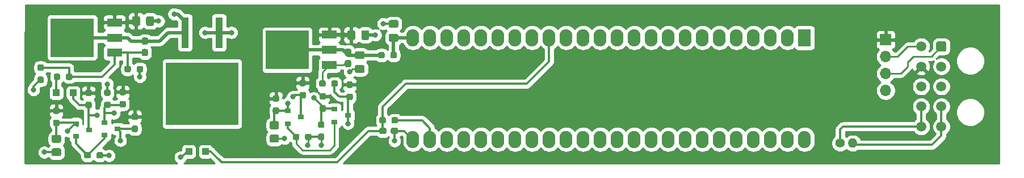
<source format=gbr>
%TF.GenerationSoftware,KiCad,Pcbnew,5.1.9-1.fc33*%
%TF.CreationDate,2021-04-16T18:18:08+01:00*%
%TF.ProjectId,cryosub_top_v01,6372796f-7375-4625-9f74-6f705f763031,rev?*%
%TF.SameCoordinates,Original*%
%TF.FileFunction,Copper,L1,Top*%
%TF.FilePolarity,Positive*%
%FSLAX46Y46*%
G04 Gerber Fmt 4.6, Leading zero omitted, Abs format (unit mm)*
G04 Created by KiCad (PCBNEW 5.1.9-1.fc33) date 2021-04-16 18:18:08*
%MOMM*%
%LPD*%
G01*
G04 APERTURE LIST*
%TA.AperFunction,ComponentPad*%
%ADD10O,1.400000X1.400000*%
%TD*%
%TA.AperFunction,ComponentPad*%
%ADD11C,1.400000*%
%TD*%
%TA.AperFunction,ComponentPad*%
%ADD12C,1.500000*%
%TD*%
%TA.AperFunction,ComponentPad*%
%ADD13O,1.900000X2.600000*%
%TD*%
%TA.AperFunction,ComponentPad*%
%ADD14R,1.900000X2.600000*%
%TD*%
%TA.AperFunction,SMDPad,CuDef*%
%ADD15R,10.800000X9.400000*%
%TD*%
%TA.AperFunction,SMDPad,CuDef*%
%ADD16R,1.100000X4.600000*%
%TD*%
%TA.AperFunction,SMDPad,CuDef*%
%ADD17R,6.400000X5.800000*%
%TD*%
%TA.AperFunction,SMDPad,CuDef*%
%ADD18R,2.200000X1.200000*%
%TD*%
%TA.AperFunction,SMDPad,CuDef*%
%ADD19R,0.900000X0.800000*%
%TD*%
%TA.AperFunction,ComponentPad*%
%ADD20O,1.700000X1.700000*%
%TD*%
%TA.AperFunction,ComponentPad*%
%ADD21R,1.700000X1.700000*%
%TD*%
%TA.AperFunction,SMDPad,CuDef*%
%ADD22R,1.000000X1.000000*%
%TD*%
%TA.AperFunction,ViaPad*%
%ADD23C,0.800000*%
%TD*%
%TA.AperFunction,Conductor*%
%ADD24C,0.350000*%
%TD*%
%TA.AperFunction,Conductor*%
%ADD25C,0.250000*%
%TD*%
%TA.AperFunction,Conductor*%
%ADD26C,0.500000*%
%TD*%
%TA.AperFunction,Conductor*%
%ADD27C,0.254000*%
%TD*%
%TA.AperFunction,Conductor*%
%ADD28C,0.100000*%
%TD*%
G04 APERTURE END LIST*
D10*
%TO.P,TH1,2*%
%TO.N,0*%
X226600000Y-106350000D03*
D11*
%TO.P,TH1,1*%
%TO.N,Net-(J1-Pad10)*%
X224700000Y-106350000D03*
%TD*%
%TO.P,R22,2*%
%TO.N,Net-(R22-Pad2)*%
%TA.AperFunction,SMDPad,CuDef*%
G36*
G01*
X157787500Y-103137500D02*
X157787500Y-102662500D01*
G75*
G02*
X158025000Y-102425000I237500J0D01*
G01*
X158525000Y-102425000D01*
G75*
G02*
X158762500Y-102662500I0J-237500D01*
G01*
X158762500Y-103137500D01*
G75*
G02*
X158525000Y-103375000I-237500J0D01*
G01*
X158025000Y-103375000D01*
G75*
G02*
X157787500Y-103137500I0J237500D01*
G01*
G37*
%TD.AperFunction*%
%TO.P,R22,1*%
%TO.N,/vcont*%
%TA.AperFunction,SMDPad,CuDef*%
G36*
G01*
X155962500Y-103137500D02*
X155962500Y-102662500D01*
G75*
G02*
X156200000Y-102425000I237500J0D01*
G01*
X156700000Y-102425000D01*
G75*
G02*
X156937500Y-102662500I0J-237500D01*
G01*
X156937500Y-103137500D01*
G75*
G02*
X156700000Y-103375000I-237500J0D01*
G01*
X156200000Y-103375000D01*
G75*
G02*
X155962500Y-103137500I0J237500D01*
G01*
G37*
%TD.AperFunction*%
%TD*%
%TO.P,C6,2*%
%TO.N,0*%
%TA.AperFunction,SMDPad,CuDef*%
G36*
G01*
X157682500Y-104737500D02*
X157682500Y-104262500D01*
G75*
G02*
X157920000Y-104025000I237500J0D01*
G01*
X158520000Y-104025000D01*
G75*
G02*
X158757500Y-104262500I0J-237500D01*
G01*
X158757500Y-104737500D01*
G75*
G02*
X158520000Y-104975000I-237500J0D01*
G01*
X157920000Y-104975000D01*
G75*
G02*
X157682500Y-104737500I0J237500D01*
G01*
G37*
%TD.AperFunction*%
%TO.P,C6,1*%
%TO.N,/vcont*%
%TA.AperFunction,SMDPad,CuDef*%
G36*
G01*
X155957500Y-104737500D02*
X155957500Y-104262500D01*
G75*
G02*
X156195000Y-104025000I237500J0D01*
G01*
X156795000Y-104025000D01*
G75*
G02*
X157032500Y-104262500I0J-237500D01*
G01*
X157032500Y-104737500D01*
G75*
G02*
X156795000Y-104975000I-237500J0D01*
G01*
X156195000Y-104975000D01*
G75*
G02*
X155957500Y-104737500I0J237500D01*
G01*
G37*
%TD.AperFunction*%
%TD*%
%TO.P,C5,2*%
%TO.N,/on When Cold/vg3*%
%TA.AperFunction,SMDPad,CuDef*%
G36*
G01*
X120762500Y-92225000D02*
X121237500Y-92225000D01*
G75*
G02*
X121475000Y-92462500I0J-237500D01*
G01*
X121475000Y-93062500D01*
G75*
G02*
X121237500Y-93300000I-237500J0D01*
G01*
X120762500Y-93300000D01*
G75*
G02*
X120525000Y-93062500I0J237500D01*
G01*
X120525000Y-92462500D01*
G75*
G02*
X120762500Y-92225000I237500J0D01*
G01*
G37*
%TD.AperFunction*%
%TO.P,C5,1*%
%TO.N,/vheat*%
%TA.AperFunction,SMDPad,CuDef*%
G36*
G01*
X120762500Y-90500000D02*
X121237500Y-90500000D01*
G75*
G02*
X121475000Y-90737500I0J-237500D01*
G01*
X121475000Y-91337500D01*
G75*
G02*
X121237500Y-91575000I-237500J0D01*
G01*
X120762500Y-91575000D01*
G75*
G02*
X120525000Y-91337500I0J237500D01*
G01*
X120525000Y-90737500D01*
G75*
G02*
X120762500Y-90500000I237500J0D01*
G01*
G37*
%TD.AperFunction*%
%TD*%
%TO.P,C3,2*%
%TO.N,Net-(C3-Pad2)*%
%TA.AperFunction,SMDPad,CuDef*%
G36*
G01*
X151062500Y-93882500D02*
X151537500Y-93882500D01*
G75*
G02*
X151775000Y-94120000I0J-237500D01*
G01*
X151775000Y-94720000D01*
G75*
G02*
X151537500Y-94957500I-237500J0D01*
G01*
X151062500Y-94957500D01*
G75*
G02*
X150825000Y-94720000I0J237500D01*
G01*
X150825000Y-94120000D01*
G75*
G02*
X151062500Y-93882500I237500J0D01*
G01*
G37*
%TD.AperFunction*%
%TO.P,C3,1*%
%TO.N,/vfpga*%
%TA.AperFunction,SMDPad,CuDef*%
G36*
G01*
X151062500Y-92157500D02*
X151537500Y-92157500D01*
G75*
G02*
X151775000Y-92395000I0J-237500D01*
G01*
X151775000Y-92995000D01*
G75*
G02*
X151537500Y-93232500I-237500J0D01*
G01*
X151062500Y-93232500D01*
G75*
G02*
X150825000Y-92995000I0J237500D01*
G01*
X150825000Y-92395000D01*
G75*
G02*
X151062500Y-92157500I237500J0D01*
G01*
G37*
%TD.AperFunction*%
%TD*%
%TO.P,C7,2*%
%TO.N,0*%
%TA.AperFunction,SMDPad,CuDef*%
G36*
G01*
X121187500Y-88525000D02*
X121187500Y-87575000D01*
G75*
G02*
X121437500Y-87325000I250000J0D01*
G01*
X122112500Y-87325000D01*
G75*
G02*
X122362500Y-87575000I0J-250000D01*
G01*
X122362500Y-88525000D01*
G75*
G02*
X122112500Y-88775000I-250000J0D01*
G01*
X121437500Y-88775000D01*
G75*
G02*
X121187500Y-88525000I0J250000D01*
G01*
G37*
%TD.AperFunction*%
%TO.P,C7,1*%
%TO.N,+5V*%
%TA.AperFunction,SMDPad,CuDef*%
G36*
G01*
X119112500Y-88525000D02*
X119112500Y-87575000D01*
G75*
G02*
X119362500Y-87325000I250000J0D01*
G01*
X120037500Y-87325000D01*
G75*
G02*
X120287500Y-87575000I0J-250000D01*
G01*
X120287500Y-88525000D01*
G75*
G02*
X120037500Y-88775000I-250000J0D01*
G01*
X119362500Y-88775000D01*
G75*
G02*
X119112500Y-88525000I0J250000D01*
G01*
G37*
%TD.AperFunction*%
%TD*%
D12*
%TO.P,J1,10*%
%TO.N,Net-(J1-Pad10)*%
X236800000Y-103850000D03*
%TO.P,J1,9*%
X236800000Y-100850000D03*
%TO.P,J1,8*%
%TO.N,/vheat*%
X236800000Y-97850000D03*
%TO.P,J1,7*%
%TO.N,+5V*%
X236800000Y-94850000D03*
%TO.P,J1,6*%
%TO.N,/usb_d+*%
X236800000Y-91850000D03*
%TO.P,J1,5*%
%TO.N,0*%
X239800000Y-103850000D03*
%TO.P,J1,4*%
X239800000Y-100850000D03*
%TO.P,J1,3*%
%TO.N,Net-(J1-Pad3)*%
X239800000Y-97850000D03*
%TO.P,J1,2*%
%TO.N,0*%
X239800000Y-94850000D03*
%TO.P,J1,1*%
%TO.N,/usb_d-*%
%TA.AperFunction,ComponentPad*%
G36*
G01*
X239300000Y-91100000D02*
X240300000Y-91100000D01*
G75*
G02*
X240550000Y-91350000I0J-250000D01*
G01*
X240550000Y-92350000D01*
G75*
G02*
X240300000Y-92600000I-250000J0D01*
G01*
X239300000Y-92600000D01*
G75*
G02*
X239050000Y-92350000I0J250000D01*
G01*
X239050000Y-91350000D01*
G75*
G02*
X239300000Y-91100000I250000J0D01*
G01*
G37*
%TD.AperFunction*%
%TD*%
%TO.P,R23,2*%
%TO.N,/vfpga*%
%TA.AperFunction,SMDPad,CuDef*%
G36*
G01*
X156762500Y-92912500D02*
X156762500Y-93387500D01*
G75*
G02*
X156525000Y-93625000I-237500J0D01*
G01*
X156025000Y-93625000D01*
G75*
G02*
X155787500Y-93387500I0J237500D01*
G01*
X155787500Y-92912500D01*
G75*
G02*
X156025000Y-92675000I237500J0D01*
G01*
X156525000Y-92675000D01*
G75*
G02*
X156762500Y-92912500I0J-237500D01*
G01*
G37*
%TD.AperFunction*%
%TO.P,R23,1*%
%TO.N,Net-(C1-Pad1)*%
%TA.AperFunction,SMDPad,CuDef*%
G36*
G01*
X158587500Y-92912500D02*
X158587500Y-93387500D01*
G75*
G02*
X158350000Y-93625000I-237500J0D01*
G01*
X157850000Y-93625000D01*
G75*
G02*
X157612500Y-93387500I0J237500D01*
G01*
X157612500Y-92912500D01*
G75*
G02*
X157850000Y-92675000I237500J0D01*
G01*
X158350000Y-92675000D01*
G75*
G02*
X158587500Y-92912500I0J-237500D01*
G01*
G37*
%TD.AperFunction*%
%TD*%
D13*
%TO.P,U1,48*%
%TO.N,Net-(U1-Pad48)*%
X219400000Y-105790000D03*
%TO.P,U1,24*%
%TO.N,Net-(C1-Pad1)*%
X160980000Y-90550000D03*
%TO.P,U1,47*%
%TO.N,Net-(U1-Pad47)*%
X216860000Y-105790000D03*
%TO.P,U1,23*%
%TO.N,Net-(U1-Pad23)*%
X163520000Y-90550000D03*
%TO.P,U1,46*%
%TO.N,Net-(U1-Pad46)*%
X214320000Y-105790000D03*
%TO.P,U1,22*%
%TO.N,Net-(U1-Pad22)*%
X166060000Y-90550000D03*
%TO.P,U1,45*%
%TO.N,Net-(U1-Pad45)*%
X211780000Y-105790000D03*
%TO.P,U1,21*%
%TO.N,Net-(U1-Pad21)*%
X168600000Y-90550000D03*
%TO.P,U1,44*%
%TO.N,Net-(U1-Pad44)*%
X209240000Y-105790000D03*
%TO.P,U1,20*%
%TO.N,Net-(U1-Pad20)*%
X171140000Y-90550000D03*
%TO.P,U1,43*%
%TO.N,Net-(U1-Pad43)*%
X206700000Y-105790000D03*
%TO.P,U1,19*%
%TO.N,Net-(U1-Pad19)*%
X173680000Y-90550000D03*
%TO.P,U1,42*%
%TO.N,Net-(U1-Pad42)*%
X204160000Y-105790000D03*
%TO.P,U1,18*%
%TO.N,Net-(U1-Pad18)*%
X176220000Y-90550000D03*
%TO.P,U1,41*%
%TO.N,Net-(U1-Pad41)*%
X201620000Y-105790000D03*
%TO.P,U1,17*%
%TO.N,Net-(U1-Pad17)*%
X178760000Y-90550000D03*
%TO.P,U1,40*%
%TO.N,Net-(U1-Pad40)*%
X199080000Y-105790000D03*
%TO.P,U1,16*%
%TO.N,/vcont*%
X181300000Y-90550000D03*
%TO.P,U1,39*%
%TO.N,Net-(U1-Pad39)*%
X196540000Y-105790000D03*
%TO.P,U1,15*%
%TO.N,/vheat*%
X183840000Y-90550000D03*
%TO.P,U1,38*%
%TO.N,Net-(U1-Pad38)*%
X194000000Y-105790000D03*
%TO.P,U1,14*%
%TO.N,Net-(U1-Pad14)*%
X186380000Y-90550000D03*
%TO.P,U1,37*%
%TO.N,Net-(U1-Pad37)*%
X191460000Y-105790000D03*
%TO.P,U1,13*%
%TO.N,Net-(U1-Pad13)*%
X188920000Y-90550000D03*
%TO.P,U1,36*%
%TO.N,Net-(U1-Pad36)*%
X188920000Y-105790000D03*
%TO.P,U1,12*%
%TO.N,Net-(U1-Pad12)*%
X191460000Y-90550000D03*
%TO.P,U1,35*%
%TO.N,Net-(U1-Pad35)*%
X186380000Y-105790000D03*
%TO.P,U1,11*%
%TO.N,Net-(U1-Pad11)*%
X194000000Y-90550000D03*
%TO.P,U1,34*%
%TO.N,Net-(U1-Pad34)*%
X183840000Y-105790000D03*
%TO.P,U1,10*%
%TO.N,Net-(U1-Pad10)*%
X196540000Y-90550000D03*
%TO.P,U1,33*%
%TO.N,Net-(U1-Pad33)*%
X181300000Y-105790000D03*
%TO.P,U1,9*%
%TO.N,Net-(U1-Pad9)*%
X199080000Y-90550000D03*
%TO.P,U1,32*%
%TO.N,Net-(U1-Pad32)*%
X178760000Y-105790000D03*
%TO.P,U1,8*%
%TO.N,Net-(U1-Pad8)*%
X201620000Y-90550000D03*
%TO.P,U1,31*%
%TO.N,Net-(U1-Pad31)*%
X176220000Y-105790000D03*
%TO.P,U1,7*%
%TO.N,Net-(U1-Pad7)*%
X204160000Y-90550000D03*
%TO.P,U1,30*%
%TO.N,Net-(U1-Pad30)*%
X173680000Y-105790000D03*
%TO.P,U1,6*%
%TO.N,Net-(U1-Pad6)*%
X206700000Y-90550000D03*
%TO.P,U1,29*%
%TO.N,Net-(U1-Pad29)*%
X171140000Y-105790000D03*
%TO.P,U1,5*%
%TO.N,Net-(U1-Pad5)*%
X209240000Y-90550000D03*
%TO.P,U1,28*%
%TO.N,Net-(U1-Pad28)*%
X168600000Y-105790000D03*
%TO.P,U1,4*%
%TO.N,Net-(U1-Pad4)*%
X211780000Y-90550000D03*
%TO.P,U1,27*%
%TO.N,Net-(U1-Pad27)*%
X166060000Y-105790000D03*
%TO.P,U1,3*%
%TO.N,Net-(U1-Pad3)*%
X214320000Y-90550000D03*
%TO.P,U1,26*%
%TO.N,Net-(R22-Pad2)*%
X163520000Y-105790000D03*
%TO.P,U1,2*%
%TO.N,Net-(U1-Pad2)*%
X216860000Y-90550000D03*
%TO.P,U1,25*%
%TO.N,0*%
X160980000Y-105790000D03*
D14*
%TO.P,U1,1*%
%TO.N,Net-(U1-Pad1)*%
X219400000Y-90550000D03*
%TD*%
%TO.P,TH3,2*%
%TO.N,0*%
%TA.AperFunction,SMDPad,CuDef*%
G36*
G01*
X107349999Y-107100000D02*
X108250001Y-107100000D01*
G75*
G02*
X108500000Y-107349999I0J-249999D01*
G01*
X108500000Y-108050001D01*
G75*
G02*
X108250001Y-108300000I-249999J0D01*
G01*
X107349999Y-108300000D01*
G75*
G02*
X107100000Y-108050001I0J249999D01*
G01*
X107100000Y-107349999D01*
G75*
G02*
X107349999Y-107100000I249999J0D01*
G01*
G37*
%TD.AperFunction*%
%TO.P,TH3,1*%
%TO.N,/on When Cold/vg2*%
%TA.AperFunction,SMDPad,CuDef*%
G36*
G01*
X107349999Y-105100000D02*
X108250001Y-105100000D01*
G75*
G02*
X108500000Y-105349999I0J-249999D01*
G01*
X108500000Y-106050001D01*
G75*
G02*
X108250001Y-106300000I-249999J0D01*
G01*
X107349999Y-106300000D01*
G75*
G02*
X107100000Y-106050001I0J249999D01*
G01*
X107100000Y-105349999D01*
G75*
G02*
X107349999Y-105100000I249999J0D01*
G01*
G37*
%TD.AperFunction*%
%TD*%
%TO.P,TH2,2*%
%TO.N,0*%
%TA.AperFunction,SMDPad,CuDef*%
G36*
G01*
X139849999Y-105050000D02*
X140750001Y-105050000D01*
G75*
G02*
X141000000Y-105299999I0J-249999D01*
G01*
X141000000Y-106000001D01*
G75*
G02*
X140750001Y-106250000I-249999J0D01*
G01*
X139849999Y-106250000D01*
G75*
G02*
X139600000Y-106000001I0J249999D01*
G01*
X139600000Y-105299999D01*
G75*
G02*
X139849999Y-105050000I249999J0D01*
G01*
G37*
%TD.AperFunction*%
%TO.P,TH2,1*%
%TO.N,/on When Warm/vg2*%
%TA.AperFunction,SMDPad,CuDef*%
G36*
G01*
X139849999Y-103050000D02*
X140750001Y-103050000D01*
G75*
G02*
X141000000Y-103299999I0J-249999D01*
G01*
X141000000Y-104000001D01*
G75*
G02*
X140750001Y-104250000I-249999J0D01*
G01*
X139849999Y-104250000D01*
G75*
G02*
X139600000Y-104000001I0J249999D01*
G01*
X139600000Y-103299999D01*
G75*
G02*
X139849999Y-103050000I249999J0D01*
G01*
G37*
%TD.AperFunction*%
%TD*%
D15*
%TO.P,R21,1*%
%TO.N,0*%
X129525000Y-98925000D03*
D16*
%TO.P,R21,2*%
%TO.N,/vheat*%
X126985000Y-89775000D03*
%TO.P,R21,1*%
%TO.N,0*%
X132065000Y-89775000D03*
%TD*%
%TO.P,R20,2*%
%TO.N,0*%
%TA.AperFunction,SMDPad,CuDef*%
G36*
G01*
X119762500Y-95487500D02*
X119762500Y-95012500D01*
G75*
G02*
X120000000Y-94775000I237500J0D01*
G01*
X120500000Y-94775000D01*
G75*
G02*
X120737500Y-95012500I0J-237500D01*
G01*
X120737500Y-95487500D01*
G75*
G02*
X120500000Y-95725000I-237500J0D01*
G01*
X120000000Y-95725000D01*
G75*
G02*
X119762500Y-95487500I0J237500D01*
G01*
G37*
%TD.AperFunction*%
%TO.P,R20,1*%
%TO.N,/on When Cold/vg3*%
%TA.AperFunction,SMDPad,CuDef*%
G36*
G01*
X117937500Y-95487500D02*
X117937500Y-95012500D01*
G75*
G02*
X118175000Y-94775000I237500J0D01*
G01*
X118675000Y-94775000D01*
G75*
G02*
X118912500Y-95012500I0J-237500D01*
G01*
X118912500Y-95487500D01*
G75*
G02*
X118675000Y-95725000I-237500J0D01*
G01*
X118175000Y-95725000D01*
G75*
G02*
X117937500Y-95487500I0J237500D01*
G01*
G37*
%TD.AperFunction*%
%TD*%
%TO.P,R19,2*%
%TO.N,Net-(D2-Pad1)*%
%TA.AperFunction,SMDPad,CuDef*%
G36*
G01*
X108375000Y-96162500D02*
X108375000Y-96637500D01*
G75*
G02*
X108137500Y-96875000I-237500J0D01*
G01*
X107637500Y-96875000D01*
G75*
G02*
X107400000Y-96637500I0J237500D01*
G01*
X107400000Y-96162500D01*
G75*
G02*
X107637500Y-95925000I237500J0D01*
G01*
X108137500Y-95925000D01*
G75*
G02*
X108375000Y-96162500I0J-237500D01*
G01*
G37*
%TD.AperFunction*%
%TO.P,R19,1*%
%TO.N,/on When Cold/vg3*%
%TA.AperFunction,SMDPad,CuDef*%
G36*
G01*
X110200000Y-96162500D02*
X110200000Y-96637500D01*
G75*
G02*
X109962500Y-96875000I-237500J0D01*
G01*
X109462500Y-96875000D01*
G75*
G02*
X109225000Y-96637500I0J237500D01*
G01*
X109225000Y-96162500D01*
G75*
G02*
X109462500Y-95925000I237500J0D01*
G01*
X109962500Y-95925000D01*
G75*
G02*
X110200000Y-96162500I0J-237500D01*
G01*
G37*
%TD.AperFunction*%
%TD*%
%TO.P,R18,2*%
%TO.N,Net-(D1-Pad1)*%
%TA.AperFunction,SMDPad,CuDef*%
G36*
G01*
X105212500Y-96362500D02*
X105687500Y-96362500D01*
G75*
G02*
X105925000Y-96600000I0J-237500D01*
G01*
X105925000Y-97100000D01*
G75*
G02*
X105687500Y-97337500I-237500J0D01*
G01*
X105212500Y-97337500D01*
G75*
G02*
X104975000Y-97100000I0J237500D01*
G01*
X104975000Y-96600000D01*
G75*
G02*
X105212500Y-96362500I237500J0D01*
G01*
G37*
%TD.AperFunction*%
%TO.P,R18,1*%
%TO.N,/on When Cold/vg3*%
%TA.AperFunction,SMDPad,CuDef*%
G36*
G01*
X105212500Y-94537500D02*
X105687500Y-94537500D01*
G75*
G02*
X105925000Y-94775000I0J-237500D01*
G01*
X105925000Y-95275000D01*
G75*
G02*
X105687500Y-95512500I-237500J0D01*
G01*
X105212500Y-95512500D01*
G75*
G02*
X104975000Y-95275000I0J237500D01*
G01*
X104975000Y-94775000D01*
G75*
G02*
X105212500Y-94537500I237500J0D01*
G01*
G37*
%TD.AperFunction*%
%TD*%
%TO.P,R17,2*%
%TO.N,/on When Cold/vg2*%
%TA.AperFunction,SMDPad,CuDef*%
G36*
G01*
X107562500Y-102812500D02*
X108037500Y-102812500D01*
G75*
G02*
X108275000Y-103050000I0J-237500D01*
G01*
X108275000Y-103550000D01*
G75*
G02*
X108037500Y-103787500I-237500J0D01*
G01*
X107562500Y-103787500D01*
G75*
G02*
X107325000Y-103550000I0J237500D01*
G01*
X107325000Y-103050000D01*
G75*
G02*
X107562500Y-102812500I237500J0D01*
G01*
G37*
%TD.AperFunction*%
%TO.P,R17,1*%
%TO.N,+5V*%
%TA.AperFunction,SMDPad,CuDef*%
G36*
G01*
X107562500Y-100987500D02*
X108037500Y-100987500D01*
G75*
G02*
X108275000Y-101225000I0J-237500D01*
G01*
X108275000Y-101725000D01*
G75*
G02*
X108037500Y-101962500I-237500J0D01*
G01*
X107562500Y-101962500D01*
G75*
G02*
X107325000Y-101725000I0J237500D01*
G01*
X107325000Y-101225000D01*
G75*
G02*
X107562500Y-100987500I237500J0D01*
G01*
G37*
%TD.AperFunction*%
%TD*%
%TO.P,R16,2*%
%TO.N,/on When Cold/vd2*%
%TA.AperFunction,SMDPad,CuDef*%
G36*
G01*
X112362500Y-100137500D02*
X112837500Y-100137500D01*
G75*
G02*
X113075000Y-100375000I0J-237500D01*
G01*
X113075000Y-100875000D01*
G75*
G02*
X112837500Y-101112500I-237500J0D01*
G01*
X112362500Y-101112500D01*
G75*
G02*
X112125000Y-100875000I0J237500D01*
G01*
X112125000Y-100375000D01*
G75*
G02*
X112362500Y-100137500I237500J0D01*
G01*
G37*
%TD.AperFunction*%
%TO.P,R16,1*%
%TO.N,+5V*%
%TA.AperFunction,SMDPad,CuDef*%
G36*
G01*
X112362500Y-98312500D02*
X112837500Y-98312500D01*
G75*
G02*
X113075000Y-98550000I0J-237500D01*
G01*
X113075000Y-99050000D01*
G75*
G02*
X112837500Y-99287500I-237500J0D01*
G01*
X112362500Y-99287500D01*
G75*
G02*
X112125000Y-99050000I0J237500D01*
G01*
X112125000Y-98550000D01*
G75*
G02*
X112362500Y-98312500I237500J0D01*
G01*
G37*
%TD.AperFunction*%
%TD*%
%TO.P,R14,2*%
%TO.N,0*%
%TA.AperFunction,SMDPad,CuDef*%
G36*
G01*
X113787500Y-108387500D02*
X113787500Y-107912500D01*
G75*
G02*
X114025000Y-107675000I237500J0D01*
G01*
X114525000Y-107675000D01*
G75*
G02*
X114762500Y-107912500I0J-237500D01*
G01*
X114762500Y-108387500D01*
G75*
G02*
X114525000Y-108625000I-237500J0D01*
G01*
X114025000Y-108625000D01*
G75*
G02*
X113787500Y-108387500I0J237500D01*
G01*
G37*
%TD.AperFunction*%
%TO.P,R14,1*%
%TO.N,/on When Cold/vs*%
%TA.AperFunction,SMDPad,CuDef*%
G36*
G01*
X111962500Y-108387500D02*
X111962500Y-107912500D01*
G75*
G02*
X112200000Y-107675000I237500J0D01*
G01*
X112700000Y-107675000D01*
G75*
G02*
X112937500Y-107912500I0J-237500D01*
G01*
X112937500Y-108387500D01*
G75*
G02*
X112700000Y-108625000I-237500J0D01*
G01*
X112200000Y-108625000D01*
G75*
G02*
X111962500Y-108387500I0J237500D01*
G01*
G37*
%TD.AperFunction*%
%TD*%
%TO.P,R12,2*%
%TO.N,/on When Cold/vd1*%
%TA.AperFunction,SMDPad,CuDef*%
G36*
G01*
X119262500Y-103712500D02*
X119737500Y-103712500D01*
G75*
G02*
X119975000Y-103950000I0J-237500D01*
G01*
X119975000Y-104450000D01*
G75*
G02*
X119737500Y-104687500I-237500J0D01*
G01*
X119262500Y-104687500D01*
G75*
G02*
X119025000Y-104450000I0J237500D01*
G01*
X119025000Y-103950000D01*
G75*
G02*
X119262500Y-103712500I237500J0D01*
G01*
G37*
%TD.AperFunction*%
%TO.P,R12,1*%
%TO.N,+5V*%
%TA.AperFunction,SMDPad,CuDef*%
G36*
G01*
X119262500Y-101887500D02*
X119737500Y-101887500D01*
G75*
G02*
X119975000Y-102125000I0J-237500D01*
G01*
X119975000Y-102625000D01*
G75*
G02*
X119737500Y-102862500I-237500J0D01*
G01*
X119262500Y-102862500D01*
G75*
G02*
X119025000Y-102625000I0J237500D01*
G01*
X119025000Y-102125000D01*
G75*
G02*
X119262500Y-101887500I237500J0D01*
G01*
G37*
%TD.AperFunction*%
%TD*%
%TO.P,R11,2*%
%TO.N,0*%
%TA.AperFunction,SMDPad,CuDef*%
G36*
G01*
X115637500Y-99262500D02*
X115162500Y-99262500D01*
G75*
G02*
X114925000Y-99025000I0J237500D01*
G01*
X114925000Y-98525000D01*
G75*
G02*
X115162500Y-98287500I237500J0D01*
G01*
X115637500Y-98287500D01*
G75*
G02*
X115875000Y-98525000I0J-237500D01*
G01*
X115875000Y-99025000D01*
G75*
G02*
X115637500Y-99262500I-237500J0D01*
G01*
G37*
%TD.AperFunction*%
%TO.P,R11,1*%
%TO.N,/on When Cold/vg1*%
%TA.AperFunction,SMDPad,CuDef*%
G36*
G01*
X115637500Y-101087500D02*
X115162500Y-101087500D01*
G75*
G02*
X114925000Y-100850000I0J237500D01*
G01*
X114925000Y-100350000D01*
G75*
G02*
X115162500Y-100112500I237500J0D01*
G01*
X115637500Y-100112500D01*
G75*
G02*
X115875000Y-100350000I0J-237500D01*
G01*
X115875000Y-100850000D01*
G75*
G02*
X115637500Y-101087500I-237500J0D01*
G01*
G37*
%TD.AperFunction*%
%TD*%
%TO.P,R10,2*%
%TO.N,/on When Cold/vg1*%
%TA.AperFunction,SMDPad,CuDef*%
G36*
G01*
X117462500Y-100012500D02*
X117937500Y-100012500D01*
G75*
G02*
X118175000Y-100250000I0J-237500D01*
G01*
X118175000Y-100750000D01*
G75*
G02*
X117937500Y-100987500I-237500J0D01*
G01*
X117462500Y-100987500D01*
G75*
G02*
X117225000Y-100750000I0J237500D01*
G01*
X117225000Y-100250000D01*
G75*
G02*
X117462500Y-100012500I237500J0D01*
G01*
G37*
%TD.AperFunction*%
%TO.P,R10,1*%
%TO.N,+5V*%
%TA.AperFunction,SMDPad,CuDef*%
G36*
G01*
X117462500Y-98187500D02*
X117937500Y-98187500D01*
G75*
G02*
X118175000Y-98425000I0J-237500D01*
G01*
X118175000Y-98925000D01*
G75*
G02*
X117937500Y-99162500I-237500J0D01*
G01*
X117462500Y-99162500D01*
G75*
G02*
X117225000Y-98925000I0J237500D01*
G01*
X117225000Y-98425000D01*
G75*
G02*
X117462500Y-98187500I237500J0D01*
G01*
G37*
%TD.AperFunction*%
%TD*%
%TO.P,R9,2*%
%TO.N,/on When Warm/VD1*%
%TA.AperFunction,SMDPad,CuDef*%
G36*
G01*
X148812500Y-97637500D02*
X148812500Y-97162500D01*
G75*
G02*
X149050000Y-96925000I237500J0D01*
G01*
X149550000Y-96925000D01*
G75*
G02*
X149787500Y-97162500I0J-237500D01*
G01*
X149787500Y-97637500D01*
G75*
G02*
X149550000Y-97875000I-237500J0D01*
G01*
X149050000Y-97875000D01*
G75*
G02*
X148812500Y-97637500I0J237500D01*
G01*
G37*
%TD.AperFunction*%
%TO.P,R9,1*%
%TO.N,Net-(C3-Pad2)*%
%TA.AperFunction,SMDPad,CuDef*%
G36*
G01*
X146987500Y-97637500D02*
X146987500Y-97162500D01*
G75*
G02*
X147225000Y-96925000I237500J0D01*
G01*
X147725000Y-96925000D01*
G75*
G02*
X147962500Y-97162500I0J-237500D01*
G01*
X147962500Y-97637500D01*
G75*
G02*
X147725000Y-97875000I-237500J0D01*
G01*
X147225000Y-97875000D01*
G75*
G02*
X146987500Y-97637500I0J237500D01*
G01*
G37*
%TD.AperFunction*%
%TD*%
%TO.P,R8,2*%
%TO.N,/on When Warm/vg2*%
%TA.AperFunction,SMDPad,CuDef*%
G36*
G01*
X140312500Y-100987500D02*
X140787500Y-100987500D01*
G75*
G02*
X141025000Y-101225000I0J-237500D01*
G01*
X141025000Y-101725000D01*
G75*
G02*
X140787500Y-101962500I-237500J0D01*
G01*
X140312500Y-101962500D01*
G75*
G02*
X140075000Y-101725000I0J237500D01*
G01*
X140075000Y-101225000D01*
G75*
G02*
X140312500Y-100987500I237500J0D01*
G01*
G37*
%TD.AperFunction*%
%TO.P,R8,1*%
%TO.N,+5V*%
%TA.AperFunction,SMDPad,CuDef*%
G36*
G01*
X140312500Y-99162500D02*
X140787500Y-99162500D01*
G75*
G02*
X141025000Y-99400000I0J-237500D01*
G01*
X141025000Y-99900000D01*
G75*
G02*
X140787500Y-100137500I-237500J0D01*
G01*
X140312500Y-100137500D01*
G75*
G02*
X140075000Y-99900000I0J237500D01*
G01*
X140075000Y-99400000D01*
G75*
G02*
X140312500Y-99162500I237500J0D01*
G01*
G37*
%TD.AperFunction*%
%TD*%
%TO.P,R7,2*%
%TO.N,/on When Warm/vd2*%
%TA.AperFunction,SMDPad,CuDef*%
G36*
G01*
X144312500Y-98662500D02*
X144787500Y-98662500D01*
G75*
G02*
X145025000Y-98900000I0J-237500D01*
G01*
X145025000Y-99400000D01*
G75*
G02*
X144787500Y-99637500I-237500J0D01*
G01*
X144312500Y-99637500D01*
G75*
G02*
X144075000Y-99400000I0J237500D01*
G01*
X144075000Y-98900000D01*
G75*
G02*
X144312500Y-98662500I237500J0D01*
G01*
G37*
%TD.AperFunction*%
%TO.P,R7,1*%
%TO.N,+5V*%
%TA.AperFunction,SMDPad,CuDef*%
G36*
G01*
X144312500Y-96837500D02*
X144787500Y-96837500D01*
G75*
G02*
X145025000Y-97075000I0J-237500D01*
G01*
X145025000Y-97575000D01*
G75*
G02*
X144787500Y-97812500I-237500J0D01*
G01*
X144312500Y-97812500D01*
G75*
G02*
X144075000Y-97575000I0J237500D01*
G01*
X144075000Y-97075000D01*
G75*
G02*
X144312500Y-96837500I237500J0D01*
G01*
G37*
%TD.AperFunction*%
%TD*%
%TO.P,R5,2*%
%TO.N,0*%
%TA.AperFunction,SMDPad,CuDef*%
G36*
G01*
X144887500Y-105637500D02*
X144887500Y-105162500D01*
G75*
G02*
X145125000Y-104925000I237500J0D01*
G01*
X145625000Y-104925000D01*
G75*
G02*
X145862500Y-105162500I0J-237500D01*
G01*
X145862500Y-105637500D01*
G75*
G02*
X145625000Y-105875000I-237500J0D01*
G01*
X145125000Y-105875000D01*
G75*
G02*
X144887500Y-105637500I0J237500D01*
G01*
G37*
%TD.AperFunction*%
%TO.P,R5,1*%
%TO.N,/on When Warm/vs*%
%TA.AperFunction,SMDPad,CuDef*%
G36*
G01*
X143062500Y-105637500D02*
X143062500Y-105162500D01*
G75*
G02*
X143300000Y-104925000I237500J0D01*
G01*
X143800000Y-104925000D01*
G75*
G02*
X144037500Y-105162500I0J-237500D01*
G01*
X144037500Y-105637500D01*
G75*
G02*
X143800000Y-105875000I-237500J0D01*
G01*
X143300000Y-105875000D01*
G75*
G02*
X143062500Y-105637500I0J237500D01*
G01*
G37*
%TD.AperFunction*%
%TD*%
%TO.P,R3,2*%
%TO.N,/on When Warm/VD1*%
%TA.AperFunction,SMDPad,CuDef*%
G36*
G01*
X151312500Y-98912500D02*
X151787500Y-98912500D01*
G75*
G02*
X152025000Y-99150000I0J-237500D01*
G01*
X152025000Y-99650000D01*
G75*
G02*
X151787500Y-99887500I-237500J0D01*
G01*
X151312500Y-99887500D01*
G75*
G02*
X151075000Y-99650000I0J237500D01*
G01*
X151075000Y-99150000D01*
G75*
G02*
X151312500Y-98912500I237500J0D01*
G01*
G37*
%TD.AperFunction*%
%TO.P,R3,1*%
%TO.N,+5V*%
%TA.AperFunction,SMDPad,CuDef*%
G36*
G01*
X151312500Y-97087500D02*
X151787500Y-97087500D01*
G75*
G02*
X152025000Y-97325000I0J-237500D01*
G01*
X152025000Y-97825000D01*
G75*
G02*
X151787500Y-98062500I-237500J0D01*
G01*
X151312500Y-98062500D01*
G75*
G02*
X151075000Y-97825000I0J237500D01*
G01*
X151075000Y-97325000D01*
G75*
G02*
X151312500Y-97087500I237500J0D01*
G01*
G37*
%TD.AperFunction*%
%TD*%
%TO.P,R2,2*%
%TO.N,0*%
%TA.AperFunction,SMDPad,CuDef*%
G36*
G01*
X147062500Y-104912500D02*
X147537500Y-104912500D01*
G75*
G02*
X147775000Y-105150000I0J-237500D01*
G01*
X147775000Y-105650000D01*
G75*
G02*
X147537500Y-105887500I-237500J0D01*
G01*
X147062500Y-105887500D01*
G75*
G02*
X146825000Y-105650000I0J237500D01*
G01*
X146825000Y-105150000D01*
G75*
G02*
X147062500Y-104912500I237500J0D01*
G01*
G37*
%TD.AperFunction*%
%TO.P,R2,1*%
%TO.N,/on When Warm/vg1*%
%TA.AperFunction,SMDPad,CuDef*%
G36*
G01*
X147062500Y-103087500D02*
X147537500Y-103087500D01*
G75*
G02*
X147775000Y-103325000I0J-237500D01*
G01*
X147775000Y-103825000D01*
G75*
G02*
X147537500Y-104062500I-237500J0D01*
G01*
X147062500Y-104062500D01*
G75*
G02*
X146825000Y-103825000I0J237500D01*
G01*
X146825000Y-103325000D01*
G75*
G02*
X147062500Y-103087500I237500J0D01*
G01*
G37*
%TD.AperFunction*%
%TD*%
%TO.P,R1,2*%
%TO.N,/on When Warm/vg1*%
%TA.AperFunction,SMDPad,CuDef*%
G36*
G01*
X147312500Y-100662500D02*
X147787500Y-100662500D01*
G75*
G02*
X148025000Y-100900000I0J-237500D01*
G01*
X148025000Y-101400000D01*
G75*
G02*
X147787500Y-101637500I-237500J0D01*
G01*
X147312500Y-101637500D01*
G75*
G02*
X147075000Y-101400000I0J237500D01*
G01*
X147075000Y-100900000D01*
G75*
G02*
X147312500Y-100662500I237500J0D01*
G01*
G37*
%TD.AperFunction*%
%TO.P,R1,1*%
%TO.N,+5V*%
%TA.AperFunction,SMDPad,CuDef*%
G36*
G01*
X147312500Y-98837500D02*
X147787500Y-98837500D01*
G75*
G02*
X148025000Y-99075000I0J-237500D01*
G01*
X148025000Y-99575000D01*
G75*
G02*
X147787500Y-99812500I-237500J0D01*
G01*
X147312500Y-99812500D01*
G75*
G02*
X147075000Y-99575000I0J237500D01*
G01*
X147075000Y-99075000D01*
G75*
G02*
X147312500Y-98837500I237500J0D01*
G01*
G37*
%TD.AperFunction*%
%TD*%
D17*
%TO.P,Q6,2*%
%TO.N,/vheat*%
X110175000Y-90525000D03*
D18*
%TO.P,Q6,3*%
%TO.N,+5V*%
X116475000Y-88245000D03*
%TO.P,Q6,2*%
%TO.N,/vheat*%
X116475000Y-90525000D03*
%TO.P,Q6,1*%
%TO.N,/on When Cold/vg3*%
X116475000Y-92805000D03*
%TD*%
D19*
%TO.P,Q5,3*%
%TO.N,/on When Cold/vd2*%
X112700000Y-104350000D03*
%TO.P,Q5,2*%
%TO.N,/on When Cold/vs*%
X110700000Y-105300000D03*
%TO.P,Q5,1*%
%TO.N,/on When Cold/vg2*%
X110700000Y-103400000D03*
%TD*%
%TO.P,Q4,3*%
%TO.N,/on When Cold/vd1*%
X116950000Y-104200000D03*
%TO.P,Q4,2*%
%TO.N,/on When Cold/vs*%
X114950000Y-105150000D03*
%TO.P,Q4,1*%
%TO.N,/on When Cold/vg1*%
X114950000Y-103250000D03*
%TD*%
D17*
%TO.P,Q3,2*%
%TO.N,/vfpga*%
X142225000Y-92375000D03*
D18*
%TO.P,Q3,3*%
%TO.N,+5V*%
X148525000Y-90095000D03*
%TO.P,Q3,2*%
%TO.N,/vfpga*%
X148525000Y-92375000D03*
%TO.P,Q3,1*%
%TO.N,Net-(C3-Pad2)*%
X148525000Y-94655000D03*
%TD*%
D19*
%TO.P,Q2,3*%
%TO.N,/on When Warm/vd2*%
X144300000Y-102450000D03*
%TO.P,Q2,2*%
%TO.N,/on When Warm/vs*%
X142300000Y-103400000D03*
%TO.P,Q2,1*%
%TO.N,/on When Warm/vg2*%
X142300000Y-101500000D03*
%TD*%
%TO.P,Q1,3*%
%TO.N,/on When Warm/VD1*%
X151300000Y-102200000D03*
%TO.P,Q1,2*%
%TO.N,/on When Warm/vs*%
X149300000Y-103150000D03*
%TO.P,Q1,1*%
%TO.N,/on When Warm/vg1*%
X149300000Y-101250000D03*
%TD*%
D20*
%TO.P,J2,4*%
%TO.N,0*%
X231500000Y-98450000D03*
%TO.P,J2,3*%
%TO.N,/usb_d-*%
X231500000Y-95910000D03*
%TO.P,J2,2*%
%TO.N,/usb_d+*%
X231500000Y-93370000D03*
D21*
%TO.P,J2,1*%
%TO.N,+5V*%
X231500000Y-90830000D03*
%TD*%
D22*
%TO.P,D2,2*%
%TO.N,/on When Cold/vd2*%
X110300000Y-98800000D03*
%TO.P,D2,1*%
%TO.N,Net-(D2-Pad1)*%
X107800000Y-98800000D03*
%TD*%
%TO.P,D1,2*%
%TO.N,/vcont*%
X130050000Y-107600000D03*
%TO.P,D1,1*%
%TO.N,Net-(D1-Pad1)*%
X127550000Y-107600000D03*
%TD*%
%TO.P,C4,2*%
%TO.N,0*%
%TA.AperFunction,SMDPad,CuDef*%
G36*
G01*
X152575000Y-94637500D02*
X153525000Y-94637500D01*
G75*
G02*
X153775000Y-94887500I0J-250000D01*
G01*
X153775000Y-95562500D01*
G75*
G02*
X153525000Y-95812500I-250000J0D01*
G01*
X152575000Y-95812500D01*
G75*
G02*
X152325000Y-95562500I0J250000D01*
G01*
X152325000Y-94887500D01*
G75*
G02*
X152575000Y-94637500I250000J0D01*
G01*
G37*
%TD.AperFunction*%
%TO.P,C4,1*%
%TO.N,/vfpga*%
%TA.AperFunction,SMDPad,CuDef*%
G36*
G01*
X152575000Y-92562500D02*
X153525000Y-92562500D01*
G75*
G02*
X153775000Y-92812500I0J-250000D01*
G01*
X153775000Y-93487500D01*
G75*
G02*
X153525000Y-93737500I-250000J0D01*
G01*
X152575000Y-93737500D01*
G75*
G02*
X152325000Y-93487500I0J250000D01*
G01*
X152325000Y-92812500D01*
G75*
G02*
X152575000Y-92562500I250000J0D01*
G01*
G37*
%TD.AperFunction*%
%TD*%
%TO.P,C2,2*%
%TO.N,0*%
%TA.AperFunction,SMDPad,CuDef*%
G36*
G01*
X153287500Y-90625000D02*
X153287500Y-89675000D01*
G75*
G02*
X153537500Y-89425000I250000J0D01*
G01*
X154212500Y-89425000D01*
G75*
G02*
X154462500Y-89675000I0J-250000D01*
G01*
X154462500Y-90625000D01*
G75*
G02*
X154212500Y-90875000I-250000J0D01*
G01*
X153537500Y-90875000D01*
G75*
G02*
X153287500Y-90625000I0J250000D01*
G01*
G37*
%TD.AperFunction*%
%TO.P,C2,1*%
%TO.N,+5V*%
%TA.AperFunction,SMDPad,CuDef*%
G36*
G01*
X151212500Y-90625000D02*
X151212500Y-89675000D01*
G75*
G02*
X151462500Y-89425000I250000J0D01*
G01*
X152137500Y-89425000D01*
G75*
G02*
X152387500Y-89675000I0J-250000D01*
G01*
X152387500Y-90625000D01*
G75*
G02*
X152137500Y-90875000I-250000J0D01*
G01*
X151462500Y-90875000D01*
G75*
G02*
X151212500Y-90625000I0J250000D01*
G01*
G37*
%TD.AperFunction*%
%TD*%
%TO.P,C1,2*%
%TO.N,0*%
%TA.AperFunction,SMDPad,CuDef*%
G36*
G01*
X158575000Y-89062500D02*
X157625000Y-89062500D01*
G75*
G02*
X157375000Y-88812500I0J250000D01*
G01*
X157375000Y-88137500D01*
G75*
G02*
X157625000Y-87887500I250000J0D01*
G01*
X158575000Y-87887500D01*
G75*
G02*
X158825000Y-88137500I0J-250000D01*
G01*
X158825000Y-88812500D01*
G75*
G02*
X158575000Y-89062500I-250000J0D01*
G01*
G37*
%TD.AperFunction*%
%TO.P,C1,1*%
%TO.N,Net-(C1-Pad1)*%
%TA.AperFunction,SMDPad,CuDef*%
G36*
G01*
X158575000Y-91137500D02*
X157625000Y-91137500D01*
G75*
G02*
X157375000Y-90887500I0J250000D01*
G01*
X157375000Y-90212500D01*
G75*
G02*
X157625000Y-89962500I250000J0D01*
G01*
X158575000Y-89962500D01*
G75*
G02*
X158825000Y-90212500I0J-250000D01*
G01*
X158825000Y-90887500D01*
G75*
G02*
X158575000Y-91137500I-250000J0D01*
G01*
G37*
%TD.AperFunction*%
%TD*%
D23*
%TO.N,0*%
X145300000Y-106650000D03*
X147300000Y-106650000D03*
X141800000Y-105650000D03*
X151550000Y-95650000D03*
X126100000Y-95600000D03*
X129600000Y-95600000D03*
X133100000Y-95600000D03*
X126100000Y-99100000D03*
X129600000Y-99100000D03*
X133100000Y-99100000D03*
X126100000Y-102600000D03*
X129600000Y-102600000D03*
X133100000Y-102600000D03*
X106000000Y-107700000D03*
X115650000Y-108200000D03*
X115400000Y-97500000D03*
X120250000Y-96400000D03*
X158250000Y-106000000D03*
X155400000Y-90150000D03*
X156550000Y-88450000D03*
X133925000Y-89775000D03*
X129975000Y-89775000D03*
X123050000Y-88050000D03*
%TO.N,/vheat*%
X125350000Y-87000000D03*
%TO.N,Net-(D1-Pad1)*%
X104400000Y-98350000D03*
X126300002Y-108450000D03*
%TO.N,/on When Cold/vd2*%
X113850000Y-102150000D03*
%TO.N,/on When Warm/VD1*%
X151300000Y-103400000D03*
%TO.N,/on When Warm/vg1*%
X146212500Y-99562500D03*
%TO.N,/on When Warm/vd2*%
X143050000Y-99400000D03*
%TO.N,/on When Warm/vg2*%
X142300000Y-100400000D03*
%TO.N,/on When Cold/vd1*%
X117350000Y-105950000D03*
%TO.N,/on When Cold/vg1*%
X116400000Y-101850000D03*
%TO.N,/on When Cold/vg2*%
X109500000Y-104500000D03*
%TD*%
D24*
%TO.N,0*%
X145375000Y-105400000D02*
X147300000Y-105400000D01*
D25*
X145375000Y-106575000D02*
X145300000Y-106650000D01*
X145375000Y-105400000D02*
X145375000Y-106575000D01*
X147300000Y-105400000D02*
X147300000Y-106650000D01*
X140300000Y-105650000D02*
X141800000Y-105650000D01*
X151975000Y-95225000D02*
X151550000Y-95650000D01*
X153050000Y-95225000D02*
X151975000Y-95225000D01*
D26*
X153875000Y-90150000D02*
X155300000Y-90150000D01*
D24*
X128375000Y-102775000D02*
X125500000Y-99900000D01*
X129025000Y-102775000D02*
X128375000Y-102775000D01*
X129325000Y-102775000D02*
X129025000Y-102775000D01*
X129525000Y-102775000D02*
X129025000Y-102775000D01*
X129575000Y-102775000D02*
X129025000Y-102775000D01*
X129625000Y-102775000D02*
X129025000Y-102775000D01*
X107800000Y-107700000D02*
X106000000Y-107700000D01*
X115600000Y-108150000D02*
X115650000Y-108200000D01*
X114275000Y-108150000D02*
X115600000Y-108150000D01*
X115400000Y-98775000D02*
X115400000Y-97500000D01*
X120250000Y-95250000D02*
X120250000Y-96400000D01*
X159690000Y-104500000D02*
X160980000Y-105790000D01*
X158220000Y-104500000D02*
X159690000Y-104500000D01*
X158220000Y-105970000D02*
X158250000Y-106000000D01*
X158220000Y-104500000D02*
X158220000Y-105970000D01*
X155300000Y-90150000D02*
X155400000Y-90150000D01*
X156575000Y-88475000D02*
X156550000Y-88450000D01*
X158100000Y-88475000D02*
X156575000Y-88475000D01*
X239800000Y-105250000D02*
X239800000Y-103850000D01*
X238450000Y-106600000D02*
X239800000Y-105250000D01*
X239800000Y-103850000D02*
X239800000Y-100850000D01*
D26*
X132065000Y-89775000D02*
X133925000Y-89775000D01*
X132065000Y-89775000D02*
X129975000Y-89775000D01*
X121775000Y-88050000D02*
X123050000Y-88050000D01*
D24*
X232600000Y-106600000D02*
X232950000Y-106600000D01*
X232950000Y-106600000D02*
X238450000Y-106600000D01*
X226850000Y-106600000D02*
X226600000Y-106350000D01*
X232750000Y-106600000D02*
X226850000Y-106600000D01*
D25*
X232950000Y-106600000D02*
X232750000Y-106600000D01*
X232750000Y-106600000D02*
X232450000Y-106600000D01*
D26*
%TO.N,/vfpga*%
X150525000Y-92375000D02*
X151300000Y-93150000D01*
X148525000Y-92375000D02*
X150525000Y-92375000D01*
X151300000Y-93150000D02*
X153050000Y-93150000D01*
X148525000Y-92375000D02*
X142225000Y-92375000D01*
X156275000Y-93150000D02*
X153050000Y-93150000D01*
D24*
%TO.N,+5V*%
X140550000Y-99650000D02*
X140550000Y-99300010D01*
D26*
X151745000Y-90095000D02*
X151800000Y-90150000D01*
X148525000Y-90095000D02*
X151745000Y-90095000D01*
X119505000Y-88245000D02*
X119700000Y-88050000D01*
X116475000Y-88245000D02*
X119505000Y-88245000D01*
D25*
X145625000Y-97325000D02*
X144550000Y-97325000D01*
X145850000Y-97550000D02*
X145625000Y-97325000D01*
X145850000Y-97750000D02*
X145850000Y-97550000D01*
X147425000Y-99325000D02*
X145850000Y-97750000D01*
X147550000Y-99325000D02*
X147425000Y-99325000D01*
%TO.N,Net-(C3-Pad2)*%
X147475000Y-95705000D02*
X148525000Y-94655000D01*
X147475000Y-97400000D02*
X147475000Y-95705000D01*
X150610000Y-94655000D02*
X151300000Y-93965000D01*
X148525000Y-94655000D02*
X150610000Y-94655000D01*
D24*
%TO.N,/on When Cold/vg3*%
X116475000Y-92805000D02*
X116475000Y-93300000D01*
X105450000Y-95025000D02*
X109675000Y-95025000D01*
X109712500Y-95062500D02*
X109712500Y-96400000D01*
X109675000Y-95025000D02*
X109712500Y-95062500D01*
X121000000Y-92307500D02*
X121000000Y-92675000D01*
X120957500Y-92805000D02*
X121000000Y-92762500D01*
X118425000Y-92925000D02*
X118305000Y-92805000D01*
X118425000Y-95250000D02*
X118425000Y-92925000D01*
X118305000Y-92805000D02*
X120957500Y-92805000D01*
X116475000Y-92805000D02*
X118305000Y-92805000D01*
X116475000Y-94575000D02*
X116475000Y-92805000D01*
X114650000Y-96400000D02*
X116475000Y-94575000D01*
X109712500Y-96400000D02*
X114650000Y-96400000D01*
D26*
%TO.N,/vheat*%
X116475000Y-90525000D02*
X110175000Y-90525000D01*
X116475000Y-90525000D02*
X118425000Y-90525000D01*
X118937500Y-91037500D02*
X121000000Y-91037500D01*
X118425000Y-90525000D02*
X118937500Y-91037500D01*
X121000000Y-91037500D02*
X123212500Y-91037500D01*
X124475000Y-89775000D02*
X126985000Y-89775000D01*
X123212500Y-91037500D02*
X124475000Y-89775000D01*
D24*
X126985000Y-89775000D02*
X126985000Y-88285000D01*
D26*
X126985000Y-88085000D02*
X125900000Y-87000000D01*
X125900000Y-87000000D02*
X125350000Y-87000000D01*
X126985000Y-89775000D02*
X126985000Y-88085000D01*
D24*
%TO.N,/vcont*%
X156495000Y-102945000D02*
X156450000Y-102900000D01*
X156495000Y-104500000D02*
X156495000Y-102945000D01*
X154350000Y-104500000D02*
X156495000Y-104500000D01*
X149650000Y-109200000D02*
X154350000Y-104500000D01*
X132450000Y-109200000D02*
X149650000Y-109200000D01*
X132050000Y-108800000D02*
X132450000Y-109200000D01*
X132000000Y-108800000D02*
X132050000Y-108800000D01*
X130800000Y-107600000D02*
X132000000Y-108800000D01*
X130050000Y-107600000D02*
X130800000Y-107600000D01*
X181300000Y-94100000D02*
X181300000Y-90550000D01*
X177950000Y-97450000D02*
X181300000Y-94100000D01*
X159900000Y-97450000D02*
X177950000Y-97450000D01*
X156450000Y-100900000D02*
X159900000Y-97450000D01*
X156450000Y-102900000D02*
X156450000Y-100900000D01*
%TO.N,Net-(D1-Pad1)*%
X105450000Y-96850000D02*
X105400000Y-96850000D01*
X104400000Y-97850000D02*
X104400000Y-98350000D01*
X105400000Y-96850000D02*
X104400000Y-97850000D01*
X127550000Y-107600000D02*
X127450000Y-107500000D01*
X126500000Y-108450000D02*
X126300002Y-108450000D01*
X127450000Y-107500000D02*
X126500000Y-108450000D01*
%TO.N,/on When Cold/vd2*%
X112600000Y-104250000D02*
X112700000Y-104350000D01*
X112600000Y-100625000D02*
X112600000Y-104250000D01*
X110300000Y-98800000D02*
X110300000Y-99700000D01*
X111225000Y-100625000D02*
X112600000Y-100625000D01*
X110300000Y-99700000D02*
X111225000Y-100625000D01*
X113850000Y-102150000D02*
X112600000Y-102150000D01*
%TO.N,Net-(D2-Pad1)*%
X107800000Y-96487500D02*
X107887500Y-96400000D01*
X107800000Y-98800000D02*
X107800000Y-96487500D01*
%TO.N,/on When Warm/VD1*%
X151300000Y-99650000D02*
X151550000Y-99400000D01*
X151300000Y-102200000D02*
X151300000Y-99650000D01*
X151300000Y-103400000D02*
X151300000Y-102200000D01*
X149300000Y-97400000D02*
X149300000Y-98650000D01*
X150050000Y-99400000D02*
X151550000Y-99400000D01*
X149300000Y-98650000D02*
X150050000Y-99400000D01*
%TO.N,/on When Warm/vs*%
X142300000Y-104150000D02*
X143550000Y-105400000D01*
X142300000Y-103400000D02*
X142300000Y-104150000D01*
D25*
X143550000Y-105400000D02*
X143550000Y-106400000D01*
X144525001Y-107375001D02*
X148574999Y-107375001D01*
X143550000Y-106400000D02*
X144525001Y-107375001D01*
X149300000Y-106650000D02*
X149300000Y-103150000D01*
X148574999Y-107375001D02*
X149300000Y-106650000D01*
D24*
%TO.N,/on When Warm/vg1*%
X147300000Y-101400000D02*
X147550000Y-101150000D01*
X147300000Y-103575000D02*
X147300000Y-101400000D01*
X147550000Y-100900000D02*
X146212500Y-99562500D01*
X147550000Y-101150000D02*
X147550000Y-100900000D01*
X149200000Y-101150000D02*
X149300000Y-101250000D01*
X147550000Y-101150000D02*
X149200000Y-101150000D01*
%TO.N,/on When Warm/vd2*%
X144300000Y-99550010D02*
X144550000Y-99300010D01*
X144300000Y-102450000D02*
X144300000Y-99550010D01*
X143300000Y-99150000D02*
X143050000Y-99400000D01*
X144550000Y-99150000D02*
X143300000Y-99150000D01*
%TO.N,/on When Warm/vg2*%
X140300000Y-101725000D02*
X140550000Y-101475000D01*
X140300000Y-103650000D02*
X140300000Y-101725000D01*
X142275000Y-101475000D02*
X142300000Y-101500000D01*
X140550000Y-101475000D02*
X142275000Y-101475000D01*
X142300000Y-100400000D02*
X142300000Y-101400000D01*
%TO.N,/on When Cold/vd1*%
X116950000Y-104200000D02*
X119500000Y-104200000D01*
X117350000Y-105950000D02*
X117350000Y-104600000D01*
X117350000Y-104600000D02*
X116950000Y-104200000D01*
%TO.N,/on When Cold/vs*%
X110700000Y-106400000D02*
X112450000Y-108150000D01*
X110700000Y-105300000D02*
X110700000Y-106400000D01*
X114950000Y-105650000D02*
X112450000Y-108150000D01*
X114950000Y-105150000D02*
X114950000Y-105650000D01*
%TO.N,/on When Cold/vg1*%
X117600000Y-100600000D02*
X117700000Y-100500000D01*
X115400000Y-100600000D02*
X117600000Y-100600000D01*
X114950000Y-101050000D02*
X115400000Y-100600000D01*
X115050000Y-101850000D02*
X114950000Y-101950000D01*
X116400000Y-101850000D02*
X115050000Y-101850000D01*
X114950000Y-101950000D02*
X114950000Y-101050000D01*
X114950000Y-103250000D02*
X114950000Y-101950000D01*
%TO.N,/on When Cold/vg2*%
X107800000Y-103300000D02*
X107800000Y-105700000D01*
X110600000Y-103300000D02*
X110700000Y-103400000D01*
X107800000Y-103300000D02*
X110600000Y-103300000D01*
X109500000Y-104500000D02*
X110600000Y-103400000D01*
X110600000Y-103400000D02*
X110950000Y-103750000D01*
%TO.N,Net-(R22-Pad2)*%
X158275000Y-102900000D02*
X162350000Y-102900000D01*
X163520000Y-104070000D02*
X163520000Y-105790000D01*
X162350000Y-102900000D02*
X163520000Y-104070000D01*
D25*
%TO.N,/usb_d+*%
X231500000Y-93370000D02*
X233280000Y-93370000D01*
X234800000Y-91850000D02*
X236800000Y-91850000D01*
X233280000Y-93370000D02*
X234800000Y-91850000D01*
%TO.N,/usb_d-*%
X231500000Y-95910000D02*
X233740000Y-95910000D01*
X233740000Y-95910000D02*
X234800000Y-94850000D01*
X234800000Y-94850000D02*
X234800000Y-94200000D01*
X234800000Y-94200000D02*
X235650000Y-93350000D01*
X238300000Y-93350000D02*
X239800000Y-91850000D01*
X235650000Y-93350000D02*
X238300000Y-93350000D01*
D26*
%TO.N,Net-(C1-Pad1)*%
X158100000Y-90550000D02*
X160980000Y-90550000D01*
X158100000Y-90550000D02*
X158100000Y-93150000D01*
D24*
%TO.N,Net-(J1-Pad10)*%
X236800000Y-100850000D02*
X236800000Y-103850000D01*
X236800000Y-103850000D02*
X231550000Y-103850000D01*
X231550000Y-103850000D02*
X231350000Y-103850000D01*
X231550000Y-103850000D02*
X225100000Y-103850000D01*
X224700000Y-104250000D02*
X224700000Y-106350000D01*
X225100000Y-103850000D02*
X224700000Y-104250000D01*
%TD*%
D27*
%TO.N,+5V*%
X248423000Y-109340000D02*
X150655512Y-109340000D01*
X154685513Y-105310000D01*
X155537614Y-105310000D01*
X155575877Y-105356623D01*
X155708558Y-105465512D01*
X155859933Y-105546423D01*
X156024184Y-105596248D01*
X156195000Y-105613072D01*
X156795000Y-105613072D01*
X156965816Y-105596248D01*
X157130067Y-105546423D01*
X157281442Y-105465512D01*
X157357500Y-105403093D01*
X157387569Y-105427769D01*
X157332795Y-105509744D01*
X157254774Y-105698102D01*
X157215000Y-105898061D01*
X157215000Y-106101939D01*
X157254774Y-106301898D01*
X157332795Y-106490256D01*
X157446063Y-106659774D01*
X157590226Y-106803937D01*
X157759744Y-106917205D01*
X157948102Y-106995226D01*
X158148061Y-107035000D01*
X158351939Y-107035000D01*
X158551898Y-106995226D01*
X158740256Y-106917205D01*
X158909774Y-106803937D01*
X159053937Y-106659774D01*
X159167205Y-106490256D01*
X159245226Y-106301898D01*
X159285000Y-106101939D01*
X159285000Y-105898061D01*
X159245226Y-105698102D01*
X159167205Y-105509744D01*
X159091182Y-105395967D01*
X159139123Y-105356623D01*
X159177386Y-105310000D01*
X159354488Y-105310000D01*
X159396042Y-105351554D01*
X159395000Y-105362136D01*
X159395000Y-106217863D01*
X159417934Y-106450713D01*
X159508566Y-106749487D01*
X159655744Y-107024838D01*
X159853813Y-107266187D01*
X160095161Y-107464256D01*
X160370512Y-107611434D01*
X160669286Y-107702066D01*
X160980000Y-107732669D01*
X161290713Y-107702066D01*
X161589487Y-107611434D01*
X161864838Y-107464256D01*
X162106187Y-107266187D01*
X162250000Y-107090950D01*
X162393813Y-107266187D01*
X162635161Y-107464256D01*
X162910512Y-107611434D01*
X163209286Y-107702066D01*
X163520000Y-107732669D01*
X163830713Y-107702066D01*
X164129487Y-107611434D01*
X164404838Y-107464256D01*
X164646187Y-107266187D01*
X164790000Y-107090950D01*
X164933813Y-107266187D01*
X165175161Y-107464256D01*
X165450512Y-107611434D01*
X165749286Y-107702066D01*
X166060000Y-107732669D01*
X166370713Y-107702066D01*
X166669487Y-107611434D01*
X166944838Y-107464256D01*
X167186187Y-107266187D01*
X167330000Y-107090950D01*
X167473813Y-107266187D01*
X167715161Y-107464256D01*
X167990512Y-107611434D01*
X168289286Y-107702066D01*
X168600000Y-107732669D01*
X168910713Y-107702066D01*
X169209487Y-107611434D01*
X169484838Y-107464256D01*
X169726187Y-107266187D01*
X169870000Y-107090950D01*
X170013813Y-107266187D01*
X170255161Y-107464256D01*
X170530512Y-107611434D01*
X170829286Y-107702066D01*
X171140000Y-107732669D01*
X171450713Y-107702066D01*
X171749487Y-107611434D01*
X172024838Y-107464256D01*
X172266187Y-107266187D01*
X172410000Y-107090950D01*
X172553813Y-107266187D01*
X172795161Y-107464256D01*
X173070512Y-107611434D01*
X173369286Y-107702066D01*
X173680000Y-107732669D01*
X173990713Y-107702066D01*
X174289487Y-107611434D01*
X174564838Y-107464256D01*
X174806187Y-107266187D01*
X174950000Y-107090950D01*
X175093813Y-107266187D01*
X175335161Y-107464256D01*
X175610512Y-107611434D01*
X175909286Y-107702066D01*
X176220000Y-107732669D01*
X176530713Y-107702066D01*
X176829487Y-107611434D01*
X177104838Y-107464256D01*
X177346187Y-107266187D01*
X177490000Y-107090950D01*
X177633813Y-107266187D01*
X177875161Y-107464256D01*
X178150512Y-107611434D01*
X178449286Y-107702066D01*
X178760000Y-107732669D01*
X179070713Y-107702066D01*
X179369487Y-107611434D01*
X179644838Y-107464256D01*
X179886187Y-107266187D01*
X180030000Y-107090950D01*
X180173813Y-107266187D01*
X180415161Y-107464256D01*
X180690512Y-107611434D01*
X180989286Y-107702066D01*
X181300000Y-107732669D01*
X181610713Y-107702066D01*
X181909487Y-107611434D01*
X182184838Y-107464256D01*
X182426187Y-107266187D01*
X182570000Y-107090950D01*
X182713813Y-107266187D01*
X182955161Y-107464256D01*
X183230512Y-107611434D01*
X183529286Y-107702066D01*
X183840000Y-107732669D01*
X184150713Y-107702066D01*
X184449487Y-107611434D01*
X184724838Y-107464256D01*
X184966187Y-107266187D01*
X185110000Y-107090950D01*
X185253813Y-107266187D01*
X185495161Y-107464256D01*
X185770512Y-107611434D01*
X186069286Y-107702066D01*
X186380000Y-107732669D01*
X186690713Y-107702066D01*
X186989487Y-107611434D01*
X187264838Y-107464256D01*
X187506187Y-107266187D01*
X187650000Y-107090950D01*
X187793813Y-107266187D01*
X188035161Y-107464256D01*
X188310512Y-107611434D01*
X188609286Y-107702066D01*
X188920000Y-107732669D01*
X189230713Y-107702066D01*
X189529487Y-107611434D01*
X189804838Y-107464256D01*
X190046187Y-107266187D01*
X190190000Y-107090950D01*
X190333813Y-107266187D01*
X190575161Y-107464256D01*
X190850512Y-107611434D01*
X191149286Y-107702066D01*
X191460000Y-107732669D01*
X191770713Y-107702066D01*
X192069487Y-107611434D01*
X192344838Y-107464256D01*
X192586187Y-107266187D01*
X192730000Y-107090950D01*
X192873813Y-107266187D01*
X193115161Y-107464256D01*
X193390512Y-107611434D01*
X193689286Y-107702066D01*
X194000000Y-107732669D01*
X194310713Y-107702066D01*
X194609487Y-107611434D01*
X194884838Y-107464256D01*
X195126187Y-107266187D01*
X195270000Y-107090950D01*
X195413813Y-107266187D01*
X195655161Y-107464256D01*
X195930512Y-107611434D01*
X196229286Y-107702066D01*
X196540000Y-107732669D01*
X196850713Y-107702066D01*
X197149487Y-107611434D01*
X197424838Y-107464256D01*
X197666187Y-107266187D01*
X197810000Y-107090950D01*
X197953813Y-107266187D01*
X198195161Y-107464256D01*
X198470512Y-107611434D01*
X198769286Y-107702066D01*
X199080000Y-107732669D01*
X199390713Y-107702066D01*
X199689487Y-107611434D01*
X199964838Y-107464256D01*
X200206187Y-107266187D01*
X200350000Y-107090950D01*
X200493813Y-107266187D01*
X200735161Y-107464256D01*
X201010512Y-107611434D01*
X201309286Y-107702066D01*
X201620000Y-107732669D01*
X201930713Y-107702066D01*
X202229487Y-107611434D01*
X202504838Y-107464256D01*
X202746187Y-107266187D01*
X202890000Y-107090950D01*
X203033813Y-107266187D01*
X203275161Y-107464256D01*
X203550512Y-107611434D01*
X203849286Y-107702066D01*
X204160000Y-107732669D01*
X204470713Y-107702066D01*
X204769487Y-107611434D01*
X205044838Y-107464256D01*
X205286187Y-107266187D01*
X205430000Y-107090950D01*
X205573813Y-107266187D01*
X205815161Y-107464256D01*
X206090512Y-107611434D01*
X206389286Y-107702066D01*
X206700000Y-107732669D01*
X207010713Y-107702066D01*
X207309487Y-107611434D01*
X207584838Y-107464256D01*
X207826187Y-107266187D01*
X207970000Y-107090950D01*
X208113813Y-107266187D01*
X208355161Y-107464256D01*
X208630512Y-107611434D01*
X208929286Y-107702066D01*
X209240000Y-107732669D01*
X209550713Y-107702066D01*
X209849487Y-107611434D01*
X210124838Y-107464256D01*
X210366187Y-107266187D01*
X210510000Y-107090950D01*
X210653813Y-107266187D01*
X210895161Y-107464256D01*
X211170512Y-107611434D01*
X211469286Y-107702066D01*
X211780000Y-107732669D01*
X212090713Y-107702066D01*
X212389487Y-107611434D01*
X212664838Y-107464256D01*
X212906187Y-107266187D01*
X213050000Y-107090950D01*
X213193813Y-107266187D01*
X213435161Y-107464256D01*
X213710512Y-107611434D01*
X214009286Y-107702066D01*
X214320000Y-107732669D01*
X214630713Y-107702066D01*
X214929487Y-107611434D01*
X215204838Y-107464256D01*
X215446187Y-107266187D01*
X215590000Y-107090950D01*
X215733813Y-107266187D01*
X215975161Y-107464256D01*
X216250512Y-107611434D01*
X216549286Y-107702066D01*
X216860000Y-107732669D01*
X217170713Y-107702066D01*
X217469487Y-107611434D01*
X217744838Y-107464256D01*
X217986187Y-107266187D01*
X218130000Y-107090950D01*
X218273813Y-107266187D01*
X218515161Y-107464256D01*
X218790512Y-107611434D01*
X219089286Y-107702066D01*
X219400000Y-107732669D01*
X219710713Y-107702066D01*
X220009487Y-107611434D01*
X220284838Y-107464256D01*
X220526187Y-107266187D01*
X220724256Y-107024839D01*
X220871434Y-106749488D01*
X220962066Y-106450714D01*
X220984935Y-106218514D01*
X223365000Y-106218514D01*
X223365000Y-106481486D01*
X223416304Y-106739405D01*
X223516939Y-106982359D01*
X223663038Y-107201013D01*
X223848987Y-107386962D01*
X224067641Y-107533061D01*
X224310595Y-107633696D01*
X224568514Y-107685000D01*
X224831486Y-107685000D01*
X225089405Y-107633696D01*
X225332359Y-107533061D01*
X225551013Y-107386962D01*
X225650000Y-107287975D01*
X225748987Y-107386962D01*
X225967641Y-107533061D01*
X226210595Y-107633696D01*
X226468514Y-107685000D01*
X226731486Y-107685000D01*
X226989405Y-107633696D01*
X227232359Y-107533061D01*
X227416534Y-107410000D01*
X238410212Y-107410000D01*
X238450000Y-107413919D01*
X238489788Y-107410000D01*
X238489791Y-107410000D01*
X238608788Y-107398280D01*
X238761473Y-107351963D01*
X238902189Y-107276749D01*
X239025528Y-107175528D01*
X239050899Y-107144613D01*
X240344619Y-105850894D01*
X240375528Y-105825528D01*
X240445890Y-105739791D01*
X240476749Y-105702190D01*
X240530450Y-105601721D01*
X240551963Y-105561473D01*
X240598280Y-105408788D01*
X240610000Y-105289791D01*
X240610000Y-105289789D01*
X240613919Y-105250001D01*
X240610000Y-105210213D01*
X240610000Y-104974500D01*
X240682886Y-104925799D01*
X240875799Y-104732886D01*
X241027371Y-104506043D01*
X241131775Y-104253989D01*
X241185000Y-103986411D01*
X241185000Y-103713589D01*
X241131775Y-103446011D01*
X241027371Y-103193957D01*
X240875799Y-102967114D01*
X240682886Y-102774201D01*
X240610000Y-102725500D01*
X240610000Y-101974500D01*
X240682886Y-101925799D01*
X240875799Y-101732886D01*
X241027371Y-101506043D01*
X241029989Y-101499721D01*
X241985000Y-101499721D01*
X241985000Y-101920279D01*
X242067047Y-102332756D01*
X242227988Y-102721302D01*
X242461637Y-103070983D01*
X242759017Y-103368363D01*
X243108698Y-103602012D01*
X243497244Y-103762953D01*
X243909721Y-103845000D01*
X244330279Y-103845000D01*
X244742756Y-103762953D01*
X245131302Y-103602012D01*
X245480983Y-103368363D01*
X245778363Y-103070983D01*
X246012012Y-102721302D01*
X246172953Y-102332756D01*
X246255000Y-101920279D01*
X246255000Y-101499721D01*
X246172953Y-101087244D01*
X246012012Y-100698698D01*
X245778363Y-100349017D01*
X245480983Y-100051637D01*
X245131302Y-99817988D01*
X244742756Y-99657047D01*
X244330279Y-99575000D01*
X243909721Y-99575000D01*
X243497244Y-99657047D01*
X243108698Y-99817988D01*
X242759017Y-100051637D01*
X242461637Y-100349017D01*
X242227988Y-100698698D01*
X242067047Y-101087244D01*
X241985000Y-101499721D01*
X241029989Y-101499721D01*
X241131775Y-101253989D01*
X241185000Y-100986411D01*
X241185000Y-100713589D01*
X241131775Y-100446011D01*
X241027371Y-100193957D01*
X240875799Y-99967114D01*
X240682886Y-99774201D01*
X240456043Y-99622629D01*
X240203989Y-99518225D01*
X239936411Y-99465000D01*
X239663589Y-99465000D01*
X239396011Y-99518225D01*
X239143957Y-99622629D01*
X238917114Y-99774201D01*
X238724201Y-99967114D01*
X238572629Y-100193957D01*
X238468225Y-100446011D01*
X238415000Y-100713589D01*
X238415000Y-100986411D01*
X238468225Y-101253989D01*
X238572629Y-101506043D01*
X238724201Y-101732886D01*
X238917114Y-101925799D01*
X238990001Y-101974500D01*
X238990000Y-102725500D01*
X238917114Y-102774201D01*
X238724201Y-102967114D01*
X238572629Y-103193957D01*
X238468225Y-103446011D01*
X238415000Y-103713589D01*
X238415000Y-103986411D01*
X238468225Y-104253989D01*
X238572629Y-104506043D01*
X238724201Y-104732886D01*
X238917114Y-104925799D01*
X238954025Y-104950462D01*
X238114488Y-105790000D01*
X227813033Y-105790000D01*
X227783061Y-105717641D01*
X227636962Y-105498987D01*
X227451013Y-105313038D01*
X227232359Y-105166939D01*
X226989405Y-105066304D01*
X226731486Y-105015000D01*
X226468514Y-105015000D01*
X226210595Y-105066304D01*
X225967641Y-105166939D01*
X225748987Y-105313038D01*
X225650000Y-105412025D01*
X225551013Y-105313038D01*
X225510000Y-105285634D01*
X225510000Y-104660000D01*
X235675500Y-104660000D01*
X235724201Y-104732886D01*
X235917114Y-104925799D01*
X236143957Y-105077371D01*
X236396011Y-105181775D01*
X236663589Y-105235000D01*
X236936411Y-105235000D01*
X237203989Y-105181775D01*
X237456043Y-105077371D01*
X237682886Y-104925799D01*
X237875799Y-104732886D01*
X238027371Y-104506043D01*
X238131775Y-104253989D01*
X238185000Y-103986411D01*
X238185000Y-103713589D01*
X238131775Y-103446011D01*
X238027371Y-103193957D01*
X237875799Y-102967114D01*
X237682886Y-102774201D01*
X237610000Y-102725500D01*
X237610000Y-101974500D01*
X237682886Y-101925799D01*
X237875799Y-101732886D01*
X238027371Y-101506043D01*
X238131775Y-101253989D01*
X238185000Y-100986411D01*
X238185000Y-100713589D01*
X238131775Y-100446011D01*
X238027371Y-100193957D01*
X237875799Y-99967114D01*
X237682886Y-99774201D01*
X237456043Y-99622629D01*
X237203989Y-99518225D01*
X236936411Y-99465000D01*
X236663589Y-99465000D01*
X236396011Y-99518225D01*
X236143957Y-99622629D01*
X235917114Y-99774201D01*
X235724201Y-99967114D01*
X235572629Y-100193957D01*
X235468225Y-100446011D01*
X235415000Y-100713589D01*
X235415000Y-100986411D01*
X235468225Y-101253989D01*
X235572629Y-101506043D01*
X235724201Y-101732886D01*
X235917114Y-101925799D01*
X235990000Y-101974500D01*
X235990001Y-102725500D01*
X235917114Y-102774201D01*
X235724201Y-102967114D01*
X235675500Y-103040000D01*
X225139787Y-103040000D01*
X225099999Y-103036081D01*
X225060211Y-103040000D01*
X225060209Y-103040000D01*
X224941212Y-103051720D01*
X224788527Y-103098037D01*
X224647811Y-103173251D01*
X224524472Y-103274472D01*
X224499100Y-103305388D01*
X224155388Y-103649100D01*
X224124472Y-103674472D01*
X224064285Y-103747811D01*
X224023251Y-103797811D01*
X223994186Y-103852189D01*
X223948037Y-103938528D01*
X223901720Y-104091213D01*
X223892011Y-104189791D01*
X223886081Y-104250000D01*
X223890000Y-104289788D01*
X223890000Y-105285634D01*
X223848987Y-105313038D01*
X223663038Y-105498987D01*
X223516939Y-105717641D01*
X223416304Y-105960595D01*
X223365000Y-106218514D01*
X220984935Y-106218514D01*
X220985000Y-106217864D01*
X220985000Y-105362137D01*
X220962066Y-105129287D01*
X220871434Y-104830512D01*
X220724256Y-104555161D01*
X220526187Y-104313813D01*
X220284839Y-104115744D01*
X220009488Y-103968566D01*
X219710714Y-103877934D01*
X219400000Y-103847331D01*
X219089287Y-103877934D01*
X218790513Y-103968566D01*
X218515162Y-104115744D01*
X218273813Y-104313813D01*
X218130000Y-104489050D01*
X217986187Y-104313813D01*
X217744839Y-104115744D01*
X217469488Y-103968566D01*
X217170714Y-103877934D01*
X216860000Y-103847331D01*
X216549287Y-103877934D01*
X216250513Y-103968566D01*
X215975162Y-104115744D01*
X215733813Y-104313813D01*
X215590000Y-104489050D01*
X215446187Y-104313813D01*
X215204839Y-104115744D01*
X214929488Y-103968566D01*
X214630714Y-103877934D01*
X214320000Y-103847331D01*
X214009287Y-103877934D01*
X213710513Y-103968566D01*
X213435162Y-104115744D01*
X213193813Y-104313813D01*
X213050000Y-104489050D01*
X212906187Y-104313813D01*
X212664839Y-104115744D01*
X212389488Y-103968566D01*
X212090714Y-103877934D01*
X211780000Y-103847331D01*
X211469287Y-103877934D01*
X211170513Y-103968566D01*
X210895162Y-104115744D01*
X210653813Y-104313813D01*
X210510000Y-104489050D01*
X210366187Y-104313813D01*
X210124839Y-104115744D01*
X209849488Y-103968566D01*
X209550714Y-103877934D01*
X209240000Y-103847331D01*
X208929287Y-103877934D01*
X208630513Y-103968566D01*
X208355162Y-104115744D01*
X208113813Y-104313813D01*
X207970000Y-104489050D01*
X207826187Y-104313813D01*
X207584839Y-104115744D01*
X207309488Y-103968566D01*
X207010714Y-103877934D01*
X206700000Y-103847331D01*
X206389287Y-103877934D01*
X206090513Y-103968566D01*
X205815162Y-104115744D01*
X205573813Y-104313813D01*
X205430000Y-104489050D01*
X205286187Y-104313813D01*
X205044839Y-104115744D01*
X204769488Y-103968566D01*
X204470714Y-103877934D01*
X204160000Y-103847331D01*
X203849287Y-103877934D01*
X203550513Y-103968566D01*
X203275162Y-104115744D01*
X203033813Y-104313813D01*
X202890000Y-104489050D01*
X202746187Y-104313813D01*
X202504839Y-104115744D01*
X202229488Y-103968566D01*
X201930714Y-103877934D01*
X201620000Y-103847331D01*
X201309287Y-103877934D01*
X201010513Y-103968566D01*
X200735162Y-104115744D01*
X200493813Y-104313813D01*
X200350000Y-104489050D01*
X200206187Y-104313813D01*
X199964839Y-104115744D01*
X199689488Y-103968566D01*
X199390714Y-103877934D01*
X199080000Y-103847331D01*
X198769287Y-103877934D01*
X198470513Y-103968566D01*
X198195162Y-104115744D01*
X197953813Y-104313813D01*
X197810000Y-104489050D01*
X197666187Y-104313813D01*
X197424839Y-104115744D01*
X197149488Y-103968566D01*
X196850714Y-103877934D01*
X196540000Y-103847331D01*
X196229287Y-103877934D01*
X195930513Y-103968566D01*
X195655162Y-104115744D01*
X195413813Y-104313813D01*
X195270000Y-104489050D01*
X195126187Y-104313813D01*
X194884839Y-104115744D01*
X194609488Y-103968566D01*
X194310714Y-103877934D01*
X194000000Y-103847331D01*
X193689287Y-103877934D01*
X193390513Y-103968566D01*
X193115162Y-104115744D01*
X192873813Y-104313813D01*
X192730000Y-104489050D01*
X192586187Y-104313813D01*
X192344839Y-104115744D01*
X192069488Y-103968566D01*
X191770714Y-103877934D01*
X191460000Y-103847331D01*
X191149287Y-103877934D01*
X190850513Y-103968566D01*
X190575162Y-104115744D01*
X190333813Y-104313813D01*
X190190000Y-104489050D01*
X190046187Y-104313813D01*
X189804839Y-104115744D01*
X189529488Y-103968566D01*
X189230714Y-103877934D01*
X188920000Y-103847331D01*
X188609287Y-103877934D01*
X188310513Y-103968566D01*
X188035162Y-104115744D01*
X187793813Y-104313813D01*
X187650000Y-104489050D01*
X187506187Y-104313813D01*
X187264839Y-104115744D01*
X186989488Y-103968566D01*
X186690714Y-103877934D01*
X186380000Y-103847331D01*
X186069287Y-103877934D01*
X185770513Y-103968566D01*
X185495162Y-104115744D01*
X185253813Y-104313813D01*
X185110000Y-104489050D01*
X184966187Y-104313813D01*
X184724839Y-104115744D01*
X184449488Y-103968566D01*
X184150714Y-103877934D01*
X183840000Y-103847331D01*
X183529287Y-103877934D01*
X183230513Y-103968566D01*
X182955162Y-104115744D01*
X182713813Y-104313813D01*
X182570000Y-104489050D01*
X182426187Y-104313813D01*
X182184839Y-104115744D01*
X181909488Y-103968566D01*
X181610714Y-103877934D01*
X181300000Y-103847331D01*
X180989287Y-103877934D01*
X180690513Y-103968566D01*
X180415162Y-104115744D01*
X180173813Y-104313813D01*
X180030000Y-104489050D01*
X179886187Y-104313813D01*
X179644839Y-104115744D01*
X179369488Y-103968566D01*
X179070714Y-103877934D01*
X178760000Y-103847331D01*
X178449287Y-103877934D01*
X178150513Y-103968566D01*
X177875162Y-104115744D01*
X177633813Y-104313813D01*
X177490000Y-104489050D01*
X177346187Y-104313813D01*
X177104839Y-104115744D01*
X176829488Y-103968566D01*
X176530714Y-103877934D01*
X176220000Y-103847331D01*
X175909287Y-103877934D01*
X175610513Y-103968566D01*
X175335162Y-104115744D01*
X175093813Y-104313813D01*
X174950000Y-104489050D01*
X174806187Y-104313813D01*
X174564839Y-104115744D01*
X174289488Y-103968566D01*
X173990714Y-103877934D01*
X173680000Y-103847331D01*
X173369287Y-103877934D01*
X173070513Y-103968566D01*
X172795162Y-104115744D01*
X172553813Y-104313813D01*
X172410000Y-104489050D01*
X172266187Y-104313813D01*
X172024839Y-104115744D01*
X171749488Y-103968566D01*
X171450714Y-103877934D01*
X171140000Y-103847331D01*
X170829287Y-103877934D01*
X170530513Y-103968566D01*
X170255162Y-104115744D01*
X170013813Y-104313813D01*
X169870000Y-104489050D01*
X169726187Y-104313813D01*
X169484839Y-104115744D01*
X169209488Y-103968566D01*
X168910714Y-103877934D01*
X168600000Y-103847331D01*
X168289287Y-103877934D01*
X167990513Y-103968566D01*
X167715162Y-104115744D01*
X167473813Y-104313813D01*
X167330000Y-104489050D01*
X167186187Y-104313813D01*
X166944839Y-104115744D01*
X166669488Y-103968566D01*
X166370714Y-103877934D01*
X166060000Y-103847331D01*
X165749287Y-103877934D01*
X165450513Y-103968566D01*
X165175162Y-104115744D01*
X164933813Y-104313813D01*
X164790000Y-104489050D01*
X164646187Y-104313813D01*
X164404839Y-104115744D01*
X164333186Y-104077445D01*
X164333919Y-104070000D01*
X164330000Y-104030209D01*
X164318280Y-103911212D01*
X164271963Y-103758527D01*
X164215004Y-103651963D01*
X164196749Y-103617810D01*
X164122192Y-103526963D01*
X164095528Y-103494472D01*
X164064619Y-103469106D01*
X162950899Y-102355387D01*
X162925528Y-102324472D01*
X162802189Y-102223251D01*
X162661473Y-102148037D01*
X162508788Y-102101720D01*
X162389791Y-102090000D01*
X162389788Y-102090000D01*
X162350000Y-102086081D01*
X162310212Y-102090000D01*
X159182386Y-102090000D01*
X159144123Y-102043377D01*
X159011442Y-101934488D01*
X158860067Y-101853577D01*
X158695816Y-101803752D01*
X158525000Y-101786928D01*
X158025000Y-101786928D01*
X157854184Y-101803752D01*
X157689933Y-101853577D01*
X157538558Y-101934488D01*
X157405877Y-102043377D01*
X157362500Y-102096232D01*
X157319123Y-102043377D01*
X157260000Y-101994856D01*
X157260000Y-101235512D01*
X160235513Y-98260000D01*
X177910212Y-98260000D01*
X177950000Y-98263919D01*
X177989788Y-98260000D01*
X177989791Y-98260000D01*
X178108788Y-98248280D01*
X178261473Y-98201963D01*
X178402189Y-98126749D01*
X178525528Y-98025528D01*
X178550900Y-97994612D01*
X181844619Y-94700894D01*
X181875528Y-94675528D01*
X181976749Y-94552189D01*
X182051963Y-94411473D01*
X182098280Y-94258788D01*
X182110000Y-94139791D01*
X182110000Y-94139789D01*
X182113919Y-94100001D01*
X182110000Y-94060213D01*
X182110000Y-92264258D01*
X182184838Y-92224256D01*
X182426187Y-92026187D01*
X182570000Y-91850950D01*
X182713813Y-92026187D01*
X182955161Y-92224256D01*
X183230512Y-92371434D01*
X183529286Y-92462066D01*
X183840000Y-92492669D01*
X184150713Y-92462066D01*
X184449487Y-92371434D01*
X184724838Y-92224256D01*
X184966187Y-92026187D01*
X185110000Y-91850950D01*
X185253813Y-92026187D01*
X185495161Y-92224256D01*
X185770512Y-92371434D01*
X186069286Y-92462066D01*
X186380000Y-92492669D01*
X186690713Y-92462066D01*
X186989487Y-92371434D01*
X187264838Y-92224256D01*
X187506187Y-92026187D01*
X187650000Y-91850950D01*
X187793813Y-92026187D01*
X188035161Y-92224256D01*
X188310512Y-92371434D01*
X188609286Y-92462066D01*
X188920000Y-92492669D01*
X189230713Y-92462066D01*
X189529487Y-92371434D01*
X189804838Y-92224256D01*
X190046187Y-92026187D01*
X190190000Y-91850950D01*
X190333813Y-92026187D01*
X190575161Y-92224256D01*
X190850512Y-92371434D01*
X191149286Y-92462066D01*
X191460000Y-92492669D01*
X191770713Y-92462066D01*
X192069487Y-92371434D01*
X192344838Y-92224256D01*
X192586187Y-92026187D01*
X192730000Y-91850950D01*
X192873813Y-92026187D01*
X193115161Y-92224256D01*
X193390512Y-92371434D01*
X193689286Y-92462066D01*
X194000000Y-92492669D01*
X194310713Y-92462066D01*
X194609487Y-92371434D01*
X194884838Y-92224256D01*
X195126187Y-92026187D01*
X195270000Y-91850950D01*
X195413813Y-92026187D01*
X195655161Y-92224256D01*
X195930512Y-92371434D01*
X196229286Y-92462066D01*
X196540000Y-92492669D01*
X196850713Y-92462066D01*
X197149487Y-92371434D01*
X197424838Y-92224256D01*
X197666187Y-92026187D01*
X197810000Y-91850950D01*
X197953813Y-92026187D01*
X198195161Y-92224256D01*
X198470512Y-92371434D01*
X198769286Y-92462066D01*
X199080000Y-92492669D01*
X199390713Y-92462066D01*
X199689487Y-92371434D01*
X199964838Y-92224256D01*
X200206187Y-92026187D01*
X200350000Y-91850950D01*
X200493813Y-92026187D01*
X200735161Y-92224256D01*
X201010512Y-92371434D01*
X201309286Y-92462066D01*
X201620000Y-92492669D01*
X201930713Y-92462066D01*
X202229487Y-92371434D01*
X202504838Y-92224256D01*
X202746187Y-92026187D01*
X202890000Y-91850950D01*
X203033813Y-92026187D01*
X203275161Y-92224256D01*
X203550512Y-92371434D01*
X203849286Y-92462066D01*
X204160000Y-92492669D01*
X204470713Y-92462066D01*
X204769487Y-92371434D01*
X205044838Y-92224256D01*
X205286187Y-92026187D01*
X205430000Y-91850950D01*
X205573813Y-92026187D01*
X205815161Y-92224256D01*
X206090512Y-92371434D01*
X206389286Y-92462066D01*
X206700000Y-92492669D01*
X207010713Y-92462066D01*
X207309487Y-92371434D01*
X207584838Y-92224256D01*
X207826187Y-92026187D01*
X207970000Y-91850950D01*
X208113813Y-92026187D01*
X208355161Y-92224256D01*
X208630512Y-92371434D01*
X208929286Y-92462066D01*
X209240000Y-92492669D01*
X209550713Y-92462066D01*
X209849487Y-92371434D01*
X210124838Y-92224256D01*
X210366187Y-92026187D01*
X210510000Y-91850950D01*
X210653813Y-92026187D01*
X210895161Y-92224256D01*
X211170512Y-92371434D01*
X211469286Y-92462066D01*
X211780000Y-92492669D01*
X212090713Y-92462066D01*
X212389487Y-92371434D01*
X212664838Y-92224256D01*
X212906187Y-92026187D01*
X213050000Y-91850950D01*
X213193813Y-92026187D01*
X213435161Y-92224256D01*
X213710512Y-92371434D01*
X214009286Y-92462066D01*
X214320000Y-92492669D01*
X214630713Y-92462066D01*
X214929487Y-92371434D01*
X215204838Y-92224256D01*
X215446187Y-92026187D01*
X215590000Y-91850950D01*
X215733813Y-92026187D01*
X215975161Y-92224256D01*
X216250512Y-92371434D01*
X216549286Y-92462066D01*
X216860000Y-92492669D01*
X217170713Y-92462066D01*
X217469487Y-92371434D01*
X217744838Y-92224256D01*
X217873560Y-92118617D01*
X217919463Y-92204494D01*
X217998815Y-92301185D01*
X218095506Y-92380537D01*
X218205820Y-92439502D01*
X218325518Y-92475812D01*
X218450000Y-92488072D01*
X220350000Y-92488072D01*
X220474482Y-92475812D01*
X220594180Y-92439502D01*
X220704494Y-92380537D01*
X220801185Y-92301185D01*
X220880537Y-92204494D01*
X220939502Y-92094180D01*
X220975812Y-91974482D01*
X220988072Y-91850000D01*
X220988072Y-91680000D01*
X230011928Y-91680000D01*
X230024188Y-91804482D01*
X230060498Y-91924180D01*
X230119463Y-92034494D01*
X230198815Y-92131185D01*
X230295506Y-92210537D01*
X230405820Y-92269502D01*
X230478380Y-92291513D01*
X230346525Y-92423368D01*
X230184010Y-92666589D01*
X230072068Y-92936842D01*
X230015000Y-93223740D01*
X230015000Y-93516260D01*
X230072068Y-93803158D01*
X230184010Y-94073411D01*
X230346525Y-94316632D01*
X230553368Y-94523475D01*
X230727760Y-94640000D01*
X230553368Y-94756525D01*
X230346525Y-94963368D01*
X230184010Y-95206589D01*
X230072068Y-95476842D01*
X230015000Y-95763740D01*
X230015000Y-96056260D01*
X230072068Y-96343158D01*
X230184010Y-96613411D01*
X230346525Y-96856632D01*
X230553368Y-97063475D01*
X230727760Y-97180000D01*
X230553368Y-97296525D01*
X230346525Y-97503368D01*
X230184010Y-97746589D01*
X230072068Y-98016842D01*
X230015000Y-98303740D01*
X230015000Y-98596260D01*
X230072068Y-98883158D01*
X230184010Y-99153411D01*
X230346525Y-99396632D01*
X230553368Y-99603475D01*
X230796589Y-99765990D01*
X231066842Y-99877932D01*
X231353740Y-99935000D01*
X231646260Y-99935000D01*
X231933158Y-99877932D01*
X232203411Y-99765990D01*
X232446632Y-99603475D01*
X232653475Y-99396632D01*
X232815990Y-99153411D01*
X232927932Y-98883158D01*
X232985000Y-98596260D01*
X232985000Y-98303740D01*
X232927932Y-98016842D01*
X232815990Y-97746589D01*
X232793941Y-97713589D01*
X235415000Y-97713589D01*
X235415000Y-97986411D01*
X235468225Y-98253989D01*
X235572629Y-98506043D01*
X235724201Y-98732886D01*
X235917114Y-98925799D01*
X236143957Y-99077371D01*
X236396011Y-99181775D01*
X236663589Y-99235000D01*
X236936411Y-99235000D01*
X237203989Y-99181775D01*
X237456043Y-99077371D01*
X237682886Y-98925799D01*
X237875799Y-98732886D01*
X238027371Y-98506043D01*
X238131775Y-98253989D01*
X238185000Y-97986411D01*
X238185000Y-97713589D01*
X238415000Y-97713589D01*
X238415000Y-97986411D01*
X238468225Y-98253989D01*
X238572629Y-98506043D01*
X238724201Y-98732886D01*
X238917114Y-98925799D01*
X239143957Y-99077371D01*
X239396011Y-99181775D01*
X239663589Y-99235000D01*
X239936411Y-99235000D01*
X240203989Y-99181775D01*
X240456043Y-99077371D01*
X240682886Y-98925799D01*
X240875799Y-98732886D01*
X241027371Y-98506043D01*
X241131775Y-98253989D01*
X241185000Y-97986411D01*
X241185000Y-97713589D01*
X241131775Y-97446011D01*
X241027371Y-97193957D01*
X240875799Y-96967114D01*
X240682886Y-96774201D01*
X240456043Y-96622629D01*
X240203989Y-96518225D01*
X239936411Y-96465000D01*
X239663589Y-96465000D01*
X239396011Y-96518225D01*
X239143957Y-96622629D01*
X238917114Y-96774201D01*
X238724201Y-96967114D01*
X238572629Y-97193957D01*
X238468225Y-97446011D01*
X238415000Y-97713589D01*
X238185000Y-97713589D01*
X238131775Y-97446011D01*
X238027371Y-97193957D01*
X237875799Y-96967114D01*
X237682886Y-96774201D01*
X237456043Y-96622629D01*
X237203989Y-96518225D01*
X236936411Y-96465000D01*
X236663589Y-96465000D01*
X236396011Y-96518225D01*
X236143957Y-96622629D01*
X235917114Y-96774201D01*
X235724201Y-96967114D01*
X235572629Y-97193957D01*
X235468225Y-97446011D01*
X235415000Y-97713589D01*
X232793941Y-97713589D01*
X232653475Y-97503368D01*
X232446632Y-97296525D01*
X232272240Y-97180000D01*
X232446632Y-97063475D01*
X232653475Y-96856632D01*
X232778178Y-96670000D01*
X233702678Y-96670000D01*
X233740000Y-96673676D01*
X233777322Y-96670000D01*
X233777333Y-96670000D01*
X233888986Y-96659003D01*
X234032247Y-96615546D01*
X234164276Y-96544974D01*
X234280001Y-96450001D01*
X234303803Y-96420998D01*
X234917809Y-95806993D01*
X236022612Y-95806993D01*
X236088137Y-96045860D01*
X236335116Y-96161760D01*
X236599960Y-96227250D01*
X236872492Y-96239812D01*
X237142238Y-96198965D01*
X237398832Y-96106277D01*
X237511863Y-96045860D01*
X237577388Y-95806993D01*
X236800000Y-95029605D01*
X236022612Y-95806993D01*
X234917809Y-95806993D01*
X235311009Y-95413794D01*
X235340001Y-95390001D01*
X235363795Y-95361008D01*
X235363799Y-95361004D01*
X235434973Y-95274277D01*
X235434974Y-95274276D01*
X235462242Y-95223262D01*
X235543723Y-95448832D01*
X235604140Y-95561863D01*
X235843007Y-95627388D01*
X236620395Y-94850000D01*
X236606253Y-94835858D01*
X236785858Y-94656253D01*
X236800000Y-94670395D01*
X236814143Y-94656253D01*
X236993748Y-94835858D01*
X236979605Y-94850000D01*
X237756993Y-95627388D01*
X237995860Y-95561863D01*
X238111760Y-95314884D01*
X238177250Y-95050040D01*
X238189812Y-94777508D01*
X238148965Y-94507762D01*
X238056277Y-94251168D01*
X237995860Y-94138137D01*
X237893288Y-94110000D01*
X238262678Y-94110000D01*
X238300000Y-94113676D01*
X238337322Y-94110000D01*
X238337333Y-94110000D01*
X238448986Y-94099003D01*
X238592247Y-94055546D01*
X238705595Y-93994959D01*
X238572629Y-94193957D01*
X238468225Y-94446011D01*
X238415000Y-94713589D01*
X238415000Y-94986411D01*
X238468225Y-95253989D01*
X238572629Y-95506043D01*
X238724201Y-95732886D01*
X238917114Y-95925799D01*
X239143957Y-96077371D01*
X239396011Y-96181775D01*
X239663589Y-96235000D01*
X239936411Y-96235000D01*
X240203989Y-96181775D01*
X240456043Y-96077371D01*
X240682886Y-95925799D01*
X240875799Y-95732886D01*
X241027371Y-95506043D01*
X241131775Y-95253989D01*
X241185000Y-94986411D01*
X241185000Y-94713589D01*
X241131775Y-94446011D01*
X241027371Y-94193957D01*
X240875799Y-93967114D01*
X240708406Y-93799721D01*
X241985000Y-93799721D01*
X241985000Y-94220279D01*
X242067047Y-94632756D01*
X242227988Y-95021302D01*
X242461637Y-95370983D01*
X242759017Y-95668363D01*
X243108698Y-95902012D01*
X243497244Y-96062953D01*
X243909721Y-96145000D01*
X244330279Y-96145000D01*
X244742756Y-96062953D01*
X245131302Y-95902012D01*
X245480983Y-95668363D01*
X245778363Y-95370983D01*
X246012012Y-95021302D01*
X246172953Y-94632756D01*
X246255000Y-94220279D01*
X246255000Y-93799721D01*
X246172953Y-93387244D01*
X246012012Y-92998698D01*
X245778363Y-92649017D01*
X245480983Y-92351637D01*
X245131302Y-92117988D01*
X244742756Y-91957047D01*
X244330279Y-91875000D01*
X243909721Y-91875000D01*
X243497244Y-91957047D01*
X243108698Y-92117988D01*
X242759017Y-92351637D01*
X242461637Y-92649017D01*
X242227988Y-92998698D01*
X242067047Y-93387244D01*
X241985000Y-93799721D01*
X240708406Y-93799721D01*
X240682886Y-93774201D01*
X240456043Y-93622629D01*
X240203989Y-93518225D01*
X239936411Y-93465000D01*
X239663589Y-93465000D01*
X239396011Y-93518225D01*
X239143957Y-93622629D01*
X239018031Y-93706771D01*
X239486729Y-93238072D01*
X240300000Y-93238072D01*
X240473254Y-93221008D01*
X240639850Y-93170472D01*
X240793386Y-93088405D01*
X240927962Y-92977962D01*
X241038405Y-92843386D01*
X241120472Y-92689850D01*
X241171008Y-92523254D01*
X241188072Y-92350000D01*
X241188072Y-91350000D01*
X241171008Y-91176746D01*
X241120472Y-91010150D01*
X241038405Y-90856614D01*
X240927962Y-90722038D01*
X240793386Y-90611595D01*
X240639850Y-90529528D01*
X240473254Y-90478992D01*
X240300000Y-90461928D01*
X239300000Y-90461928D01*
X239126746Y-90478992D01*
X238960150Y-90529528D01*
X238806614Y-90611595D01*
X238672038Y-90722038D01*
X238561595Y-90856614D01*
X238479528Y-91010150D01*
X238428992Y-91176746D01*
X238411928Y-91350000D01*
X238411928Y-92163271D01*
X237985199Y-92590000D01*
X237971273Y-92590000D01*
X238027371Y-92506043D01*
X238131775Y-92253989D01*
X238185000Y-91986411D01*
X238185000Y-91713589D01*
X238131775Y-91446011D01*
X238027371Y-91193957D01*
X237875799Y-90967114D01*
X237682886Y-90774201D01*
X237456043Y-90622629D01*
X237203989Y-90518225D01*
X236936411Y-90465000D01*
X236663589Y-90465000D01*
X236396011Y-90518225D01*
X236143957Y-90622629D01*
X235917114Y-90774201D01*
X235724201Y-90967114D01*
X235642091Y-91090000D01*
X234837333Y-91090000D01*
X234800000Y-91086323D01*
X234762667Y-91090000D01*
X234651014Y-91100997D01*
X234507753Y-91144454D01*
X234375724Y-91215026D01*
X234259999Y-91309999D01*
X234236201Y-91338997D01*
X232965199Y-92610000D01*
X232778178Y-92610000D01*
X232653475Y-92423368D01*
X232521620Y-92291513D01*
X232594180Y-92269502D01*
X232704494Y-92210537D01*
X232801185Y-92131185D01*
X232880537Y-92034494D01*
X232939502Y-91924180D01*
X232975812Y-91804482D01*
X232988072Y-91680000D01*
X232985000Y-91115750D01*
X232826250Y-90957000D01*
X231627000Y-90957000D01*
X231627000Y-90977000D01*
X231373000Y-90977000D01*
X231373000Y-90957000D01*
X230173750Y-90957000D01*
X230015000Y-91115750D01*
X230011928Y-91680000D01*
X220988072Y-91680000D01*
X220988072Y-89980000D01*
X230011928Y-89980000D01*
X230015000Y-90544250D01*
X230173750Y-90703000D01*
X231373000Y-90703000D01*
X231373000Y-89503750D01*
X231627000Y-89503750D01*
X231627000Y-90703000D01*
X232826250Y-90703000D01*
X232985000Y-90544250D01*
X232988072Y-89980000D01*
X232975812Y-89855518D01*
X232939502Y-89735820D01*
X232880537Y-89625506D01*
X232801185Y-89528815D01*
X232704494Y-89449463D01*
X232594180Y-89390498D01*
X232474482Y-89354188D01*
X232350000Y-89341928D01*
X231785750Y-89345000D01*
X231627000Y-89503750D01*
X231373000Y-89503750D01*
X231214250Y-89345000D01*
X230650000Y-89341928D01*
X230525518Y-89354188D01*
X230405820Y-89390498D01*
X230295506Y-89449463D01*
X230198815Y-89528815D01*
X230119463Y-89625506D01*
X230060498Y-89735820D01*
X230024188Y-89855518D01*
X230011928Y-89980000D01*
X220988072Y-89980000D01*
X220988072Y-89250000D01*
X220975812Y-89125518D01*
X220939502Y-89005820D01*
X220880537Y-88895506D01*
X220801185Y-88798815D01*
X220704494Y-88719463D01*
X220594180Y-88660498D01*
X220474482Y-88624188D01*
X220350000Y-88611928D01*
X218450000Y-88611928D01*
X218325518Y-88624188D01*
X218205820Y-88660498D01*
X218095506Y-88719463D01*
X217998815Y-88798815D01*
X217919463Y-88895506D01*
X217873560Y-88981383D01*
X217744839Y-88875744D01*
X217469488Y-88728566D01*
X217170714Y-88637934D01*
X216860000Y-88607331D01*
X216549287Y-88637934D01*
X216250513Y-88728566D01*
X215975162Y-88875744D01*
X215733813Y-89073813D01*
X215590000Y-89249050D01*
X215446187Y-89073813D01*
X215204839Y-88875744D01*
X214929488Y-88728566D01*
X214630714Y-88637934D01*
X214320000Y-88607331D01*
X214009287Y-88637934D01*
X213710513Y-88728566D01*
X213435162Y-88875744D01*
X213193813Y-89073813D01*
X213050000Y-89249050D01*
X212906187Y-89073813D01*
X212664839Y-88875744D01*
X212389488Y-88728566D01*
X212090714Y-88637934D01*
X211780000Y-88607331D01*
X211469287Y-88637934D01*
X211170513Y-88728566D01*
X210895162Y-88875744D01*
X210653813Y-89073813D01*
X210510000Y-89249050D01*
X210366187Y-89073813D01*
X210124839Y-88875744D01*
X209849488Y-88728566D01*
X209550714Y-88637934D01*
X209240000Y-88607331D01*
X208929287Y-88637934D01*
X208630513Y-88728566D01*
X208355162Y-88875744D01*
X208113813Y-89073813D01*
X207970000Y-89249050D01*
X207826187Y-89073813D01*
X207584839Y-88875744D01*
X207309488Y-88728566D01*
X207010714Y-88637934D01*
X206700000Y-88607331D01*
X206389287Y-88637934D01*
X206090513Y-88728566D01*
X205815162Y-88875744D01*
X205573813Y-89073813D01*
X205430000Y-89249050D01*
X205286187Y-89073813D01*
X205044839Y-88875744D01*
X204769488Y-88728566D01*
X204470714Y-88637934D01*
X204160000Y-88607331D01*
X203849287Y-88637934D01*
X203550513Y-88728566D01*
X203275162Y-88875744D01*
X203033813Y-89073813D01*
X202890000Y-89249050D01*
X202746187Y-89073813D01*
X202504839Y-88875744D01*
X202229488Y-88728566D01*
X201930714Y-88637934D01*
X201620000Y-88607331D01*
X201309287Y-88637934D01*
X201010513Y-88728566D01*
X200735162Y-88875744D01*
X200493813Y-89073813D01*
X200350000Y-89249050D01*
X200206187Y-89073813D01*
X199964839Y-88875744D01*
X199689488Y-88728566D01*
X199390714Y-88637934D01*
X199080000Y-88607331D01*
X198769287Y-88637934D01*
X198470513Y-88728566D01*
X198195162Y-88875744D01*
X197953813Y-89073813D01*
X197810000Y-89249050D01*
X197666187Y-89073813D01*
X197424839Y-88875744D01*
X197149488Y-88728566D01*
X196850714Y-88637934D01*
X196540000Y-88607331D01*
X196229287Y-88637934D01*
X195930513Y-88728566D01*
X195655162Y-88875744D01*
X195413813Y-89073813D01*
X195270000Y-89249050D01*
X195126187Y-89073813D01*
X194884839Y-88875744D01*
X194609488Y-88728566D01*
X194310714Y-88637934D01*
X194000000Y-88607331D01*
X193689287Y-88637934D01*
X193390513Y-88728566D01*
X193115162Y-88875744D01*
X192873813Y-89073813D01*
X192730000Y-89249050D01*
X192586187Y-89073813D01*
X192344839Y-88875744D01*
X192069488Y-88728566D01*
X191770714Y-88637934D01*
X191460000Y-88607331D01*
X191149287Y-88637934D01*
X190850513Y-88728566D01*
X190575162Y-88875744D01*
X190333813Y-89073813D01*
X190190000Y-89249050D01*
X190046187Y-89073813D01*
X189804839Y-88875744D01*
X189529488Y-88728566D01*
X189230714Y-88637934D01*
X188920000Y-88607331D01*
X188609287Y-88637934D01*
X188310513Y-88728566D01*
X188035162Y-88875744D01*
X187793813Y-89073813D01*
X187650000Y-89249050D01*
X187506187Y-89073813D01*
X187264839Y-88875744D01*
X186989488Y-88728566D01*
X186690714Y-88637934D01*
X186380000Y-88607331D01*
X186069287Y-88637934D01*
X185770513Y-88728566D01*
X185495162Y-88875744D01*
X185253813Y-89073813D01*
X185110000Y-89249050D01*
X184966187Y-89073813D01*
X184724839Y-88875744D01*
X184449488Y-88728566D01*
X184150714Y-88637934D01*
X183840000Y-88607331D01*
X183529287Y-88637934D01*
X183230513Y-88728566D01*
X182955162Y-88875744D01*
X182713813Y-89073813D01*
X182570000Y-89249050D01*
X182426187Y-89073813D01*
X182184839Y-88875744D01*
X181909488Y-88728566D01*
X181610714Y-88637934D01*
X181300000Y-88607331D01*
X180989287Y-88637934D01*
X180690513Y-88728566D01*
X180415162Y-88875744D01*
X180173813Y-89073813D01*
X180030000Y-89249050D01*
X179886187Y-89073813D01*
X179644839Y-88875744D01*
X179369488Y-88728566D01*
X179070714Y-88637934D01*
X178760000Y-88607331D01*
X178449287Y-88637934D01*
X178150513Y-88728566D01*
X177875162Y-88875744D01*
X177633813Y-89073813D01*
X177490000Y-89249050D01*
X177346187Y-89073813D01*
X177104839Y-88875744D01*
X176829488Y-88728566D01*
X176530714Y-88637934D01*
X176220000Y-88607331D01*
X175909287Y-88637934D01*
X175610513Y-88728566D01*
X175335162Y-88875744D01*
X175093813Y-89073813D01*
X174950000Y-89249050D01*
X174806187Y-89073813D01*
X174564839Y-88875744D01*
X174289488Y-88728566D01*
X173990714Y-88637934D01*
X173680000Y-88607331D01*
X173369287Y-88637934D01*
X173070513Y-88728566D01*
X172795162Y-88875744D01*
X172553813Y-89073813D01*
X172410000Y-89249050D01*
X172266187Y-89073813D01*
X172024839Y-88875744D01*
X171749488Y-88728566D01*
X171450714Y-88637934D01*
X171140000Y-88607331D01*
X170829287Y-88637934D01*
X170530513Y-88728566D01*
X170255162Y-88875744D01*
X170013813Y-89073813D01*
X169870000Y-89249050D01*
X169726187Y-89073813D01*
X169484839Y-88875744D01*
X169209488Y-88728566D01*
X168910714Y-88637934D01*
X168600000Y-88607331D01*
X168289287Y-88637934D01*
X167990513Y-88728566D01*
X167715162Y-88875744D01*
X167473813Y-89073813D01*
X167330000Y-89249050D01*
X167186187Y-89073813D01*
X166944839Y-88875744D01*
X166669488Y-88728566D01*
X166370714Y-88637934D01*
X166060000Y-88607331D01*
X165749287Y-88637934D01*
X165450513Y-88728566D01*
X165175162Y-88875744D01*
X164933813Y-89073813D01*
X164790000Y-89249050D01*
X164646187Y-89073813D01*
X164404839Y-88875744D01*
X164129488Y-88728566D01*
X163830714Y-88637934D01*
X163520000Y-88607331D01*
X163209287Y-88637934D01*
X162910513Y-88728566D01*
X162635162Y-88875744D01*
X162393813Y-89073813D01*
X162250000Y-89249050D01*
X162106187Y-89073813D01*
X161864839Y-88875744D01*
X161589488Y-88728566D01*
X161290714Y-88637934D01*
X160980000Y-88607331D01*
X160669287Y-88637934D01*
X160370513Y-88728566D01*
X160095162Y-88875744D01*
X159853813Y-89073813D01*
X159655744Y-89315161D01*
X159508566Y-89590512D01*
X159485970Y-89665000D01*
X159268995Y-89665000D01*
X159202962Y-89584538D01*
X159115183Y-89512500D01*
X159202962Y-89440462D01*
X159313405Y-89305886D01*
X159395472Y-89152350D01*
X159446008Y-88985754D01*
X159463072Y-88812500D01*
X159463072Y-88137500D01*
X159446008Y-87964246D01*
X159395472Y-87797650D01*
X159313405Y-87644114D01*
X159202962Y-87509538D01*
X159068386Y-87399095D01*
X158914850Y-87317028D01*
X158748254Y-87266492D01*
X158575000Y-87249428D01*
X157625000Y-87249428D01*
X157451746Y-87266492D01*
X157285150Y-87317028D01*
X157131614Y-87399095D01*
X156997038Y-87509538D01*
X156993758Y-87513535D01*
X156851898Y-87454774D01*
X156651939Y-87415000D01*
X156448061Y-87415000D01*
X156248102Y-87454774D01*
X156059744Y-87532795D01*
X155890226Y-87646063D01*
X155746063Y-87790226D01*
X155632795Y-87959744D01*
X155554774Y-88148102D01*
X155515000Y-88348061D01*
X155515000Y-88551939D01*
X155554774Y-88751898D01*
X155632795Y-88940256D01*
X155746063Y-89109774D01*
X155854113Y-89217824D01*
X155701898Y-89154774D01*
X155501939Y-89115000D01*
X155298061Y-89115000D01*
X155098102Y-89154774D01*
X154965842Y-89209558D01*
X154950905Y-89181614D01*
X154840462Y-89047038D01*
X154705886Y-88936595D01*
X154552350Y-88854528D01*
X154385754Y-88803992D01*
X154212500Y-88786928D01*
X153537500Y-88786928D01*
X153364246Y-88803992D01*
X153197650Y-88854528D01*
X153044114Y-88936595D01*
X152909538Y-89047038D01*
X152904158Y-89053594D01*
X152838685Y-88973815D01*
X152741994Y-88894463D01*
X152631680Y-88835498D01*
X152511982Y-88799188D01*
X152387500Y-88786928D01*
X152085750Y-88790000D01*
X151927000Y-88948750D01*
X151927000Y-90023000D01*
X151947000Y-90023000D01*
X151947000Y-90277000D01*
X151927000Y-90277000D01*
X151927000Y-91351250D01*
X152085750Y-91510000D01*
X152387500Y-91513072D01*
X152511982Y-91500812D01*
X152631680Y-91464502D01*
X152741994Y-91405537D01*
X152838685Y-91326185D01*
X152904158Y-91246406D01*
X152909538Y-91252962D01*
X153044114Y-91363405D01*
X153197650Y-91445472D01*
X153364246Y-91496008D01*
X153537500Y-91513072D01*
X154212500Y-91513072D01*
X154385754Y-91496008D01*
X154552350Y-91445472D01*
X154705886Y-91363405D01*
X154840462Y-91252962D01*
X154950905Y-91118386D01*
X154965842Y-91090442D01*
X155098102Y-91145226D01*
X155298061Y-91185000D01*
X155501939Y-91185000D01*
X155701898Y-91145226D01*
X155890256Y-91067205D01*
X156059774Y-90953937D01*
X156203937Y-90809774D01*
X156317205Y-90640256D01*
X156395226Y-90451898D01*
X156435000Y-90251939D01*
X156435000Y-90048061D01*
X156395226Y-89848102D01*
X156317205Y-89659744D01*
X156203937Y-89490226D01*
X156095887Y-89382176D01*
X156248102Y-89445226D01*
X156448061Y-89485000D01*
X156651939Y-89485000D01*
X156851898Y-89445226D01*
X156963134Y-89399150D01*
X156997038Y-89440462D01*
X157084817Y-89512500D01*
X156997038Y-89584538D01*
X156886595Y-89719114D01*
X156804528Y-89872650D01*
X156753992Y-90039246D01*
X156736928Y-90212500D01*
X156736928Y-90887500D01*
X156753992Y-91060754D01*
X156804528Y-91227350D01*
X156886595Y-91380886D01*
X156997038Y-91515462D01*
X157131614Y-91625905D01*
X157215000Y-91670476D01*
X157215001Y-92312722D01*
X157187500Y-92346232D01*
X157144123Y-92293377D01*
X157011442Y-92184488D01*
X156860067Y-92103577D01*
X156695816Y-92053752D01*
X156525000Y-92036928D01*
X156025000Y-92036928D01*
X155854184Y-92053752D01*
X155689933Y-92103577D01*
X155538558Y-92184488D01*
X155440454Y-92265000D01*
X154218995Y-92265000D01*
X154152962Y-92184538D01*
X154018386Y-92074095D01*
X153864850Y-91992028D01*
X153698254Y-91941492D01*
X153525000Y-91924428D01*
X152575000Y-91924428D01*
X152401746Y-91941492D01*
X152299667Y-91972457D01*
X152265512Y-91908558D01*
X152156623Y-91775877D01*
X152023942Y-91666988D01*
X151872567Y-91586077D01*
X151708316Y-91536252D01*
X151537500Y-91519428D01*
X151062500Y-91519428D01*
X150891684Y-91536252D01*
X150850216Y-91548831D01*
X150698490Y-91502805D01*
X150568477Y-91490000D01*
X150568469Y-91490000D01*
X150525000Y-91485719D01*
X150481531Y-91490000D01*
X150192683Y-91490000D01*
X150155537Y-91420506D01*
X150076185Y-91323815D01*
X149979494Y-91244463D01*
X149961790Y-91235000D01*
X149979494Y-91225537D01*
X150076185Y-91146185D01*
X150155537Y-91049494D01*
X150214502Y-90939180D01*
X150233970Y-90875000D01*
X150574428Y-90875000D01*
X150586688Y-90999482D01*
X150622998Y-91119180D01*
X150681963Y-91229494D01*
X150761315Y-91326185D01*
X150858006Y-91405537D01*
X150968320Y-91464502D01*
X151088018Y-91500812D01*
X151212500Y-91513072D01*
X151514250Y-91510000D01*
X151673000Y-91351250D01*
X151673000Y-90277000D01*
X150736250Y-90277000D01*
X150577500Y-90435750D01*
X150574428Y-90875000D01*
X150233970Y-90875000D01*
X150250812Y-90819482D01*
X150263072Y-90695000D01*
X150260000Y-90380750D01*
X150101250Y-90222000D01*
X148652000Y-90222000D01*
X148652000Y-90242000D01*
X148398000Y-90242000D01*
X148398000Y-90222000D01*
X146948750Y-90222000D01*
X146790000Y-90380750D01*
X146786928Y-90695000D01*
X146799188Y-90819482D01*
X146835498Y-90939180D01*
X146894463Y-91049494D01*
X146973815Y-91146185D01*
X147070506Y-91225537D01*
X147088210Y-91235000D01*
X147070506Y-91244463D01*
X146973815Y-91323815D01*
X146894463Y-91420506D01*
X146857317Y-91490000D01*
X146063072Y-91490000D01*
X146063072Y-89495000D01*
X146786928Y-89495000D01*
X146790000Y-89809250D01*
X146948750Y-89968000D01*
X148398000Y-89968000D01*
X148398000Y-89018750D01*
X148652000Y-89018750D01*
X148652000Y-89968000D01*
X150101250Y-89968000D01*
X150260000Y-89809250D01*
X150263072Y-89495000D01*
X150256178Y-89425000D01*
X150574428Y-89425000D01*
X150577500Y-89864250D01*
X150736250Y-90023000D01*
X151673000Y-90023000D01*
X151673000Y-88948750D01*
X151514250Y-88790000D01*
X151212500Y-88786928D01*
X151088018Y-88799188D01*
X150968320Y-88835498D01*
X150858006Y-88894463D01*
X150761315Y-88973815D01*
X150681963Y-89070506D01*
X150622998Y-89180820D01*
X150586688Y-89300518D01*
X150574428Y-89425000D01*
X150256178Y-89425000D01*
X150250812Y-89370518D01*
X150214502Y-89250820D01*
X150155537Y-89140506D01*
X150076185Y-89043815D01*
X149979494Y-88964463D01*
X149869180Y-88905498D01*
X149749482Y-88869188D01*
X149625000Y-88856928D01*
X148810750Y-88860000D01*
X148652000Y-89018750D01*
X148398000Y-89018750D01*
X148239250Y-88860000D01*
X147425000Y-88856928D01*
X147300518Y-88869188D01*
X147180820Y-88905498D01*
X147070506Y-88964463D01*
X146973815Y-89043815D01*
X146894463Y-89140506D01*
X146835498Y-89250820D01*
X146799188Y-89370518D01*
X146786928Y-89495000D01*
X146063072Y-89495000D01*
X146063072Y-89475000D01*
X146050812Y-89350518D01*
X146014502Y-89230820D01*
X145955537Y-89120506D01*
X145876185Y-89023815D01*
X145779494Y-88944463D01*
X145669180Y-88885498D01*
X145549482Y-88849188D01*
X145425000Y-88836928D01*
X139025000Y-88836928D01*
X138900518Y-88849188D01*
X138780820Y-88885498D01*
X138670506Y-88944463D01*
X138573815Y-89023815D01*
X138494463Y-89120506D01*
X138435498Y-89230820D01*
X138399188Y-89350518D01*
X138386928Y-89475000D01*
X138386928Y-95275000D01*
X138399188Y-95399482D01*
X138435498Y-95519180D01*
X138494463Y-95629494D01*
X138573815Y-95726185D01*
X138670506Y-95805537D01*
X138780820Y-95864502D01*
X138900518Y-95900812D01*
X139025000Y-95913072D01*
X145425000Y-95913072D01*
X145549482Y-95900812D01*
X145669180Y-95864502D01*
X145779494Y-95805537D01*
X145876185Y-95726185D01*
X145955537Y-95629494D01*
X146014502Y-95519180D01*
X146050812Y-95399482D01*
X146063072Y-95275000D01*
X146063072Y-93260000D01*
X146857317Y-93260000D01*
X146894463Y-93329494D01*
X146973815Y-93426185D01*
X147070506Y-93505537D01*
X147088210Y-93515000D01*
X147070506Y-93524463D01*
X146973815Y-93603815D01*
X146894463Y-93700506D01*
X146835498Y-93810820D01*
X146799188Y-93930518D01*
X146786928Y-94055000D01*
X146786928Y-95255000D01*
X146797329Y-95360604D01*
X146769454Y-95412754D01*
X146743238Y-95499180D01*
X146725998Y-95556014D01*
X146721764Y-95599003D01*
X146711324Y-95705000D01*
X146715001Y-95742332D01*
X146715001Y-96453821D01*
X146605877Y-96543377D01*
X146496988Y-96676058D01*
X146416077Y-96827433D01*
X146366252Y-96991684D01*
X146349428Y-97162500D01*
X146349428Y-97637500D01*
X146366252Y-97808316D01*
X146416077Y-97972567D01*
X146496988Y-98123942D01*
X146605877Y-98256623D01*
X146693861Y-98328830D01*
X146623815Y-98386315D01*
X146544463Y-98483006D01*
X146500860Y-98564581D01*
X146314439Y-98527500D01*
X146110561Y-98527500D01*
X145910602Y-98567274D01*
X145722244Y-98645295D01*
X145637897Y-98701654D01*
X145596423Y-98564933D01*
X145515512Y-98413558D01*
X145426188Y-98304717D01*
X145476185Y-98263685D01*
X145555537Y-98166994D01*
X145614502Y-98056680D01*
X145650812Y-97936982D01*
X145663072Y-97812500D01*
X145660000Y-97610750D01*
X145501250Y-97452000D01*
X144677000Y-97452000D01*
X144677000Y-97472000D01*
X144423000Y-97472000D01*
X144423000Y-97452000D01*
X143598750Y-97452000D01*
X143440000Y-97610750D01*
X143436928Y-97812500D01*
X143449188Y-97936982D01*
X143485498Y-98056680D01*
X143544463Y-98166994D01*
X143623815Y-98263685D01*
X143673812Y-98304717D01*
X143644856Y-98340000D01*
X143339787Y-98340000D01*
X143299999Y-98336081D01*
X143260211Y-98340000D01*
X143260209Y-98340000D01*
X143141212Y-98351720D01*
X143097434Y-98365000D01*
X142948061Y-98365000D01*
X142748102Y-98404774D01*
X142559744Y-98482795D01*
X142390226Y-98596063D01*
X142246063Y-98740226D01*
X142132795Y-98909744D01*
X142054774Y-99098102D01*
X142015000Y-99298061D01*
X142015000Y-99401413D01*
X141998102Y-99404774D01*
X141809744Y-99482795D01*
X141660000Y-99582850D01*
X141660000Y-99522998D01*
X141501252Y-99522998D01*
X141660000Y-99364250D01*
X141663072Y-99162500D01*
X141650812Y-99038018D01*
X141614502Y-98918320D01*
X141555537Y-98808006D01*
X141476185Y-98711315D01*
X141379494Y-98631963D01*
X141269180Y-98572998D01*
X141149482Y-98536688D01*
X141025000Y-98524428D01*
X140835750Y-98527500D01*
X140677000Y-98686250D01*
X140677000Y-99523000D01*
X140697000Y-99523000D01*
X140697000Y-99777000D01*
X140677000Y-99777000D01*
X140677000Y-99797000D01*
X140423000Y-99797000D01*
X140423000Y-99777000D01*
X139598750Y-99777000D01*
X139440000Y-99935750D01*
X139436928Y-100137500D01*
X139449188Y-100261982D01*
X139485498Y-100381680D01*
X139544463Y-100491994D01*
X139623815Y-100588685D01*
X139673812Y-100629717D01*
X139584488Y-100738558D01*
X139503577Y-100889933D01*
X139453752Y-101054184D01*
X139436928Y-101225000D01*
X139436928Y-101725000D01*
X139453752Y-101895816D01*
X139490001Y-102015312D01*
X139490001Y-102490298D01*
X139356613Y-102561595D01*
X139222038Y-102672038D01*
X139111595Y-102806613D01*
X139029528Y-102960149D01*
X138978992Y-103126745D01*
X138961928Y-103299999D01*
X138961928Y-104000001D01*
X138978992Y-104173255D01*
X139029528Y-104339851D01*
X139111595Y-104493387D01*
X139222038Y-104627962D01*
X139248891Y-104650000D01*
X139222038Y-104672038D01*
X139111595Y-104806613D01*
X139029528Y-104960149D01*
X138978992Y-105126745D01*
X138961928Y-105299999D01*
X138961928Y-106000001D01*
X138978992Y-106173255D01*
X139029528Y-106339851D01*
X139111595Y-106493387D01*
X139222038Y-106627962D01*
X139356613Y-106738405D01*
X139510149Y-106820472D01*
X139676745Y-106871008D01*
X139849999Y-106888072D01*
X140750001Y-106888072D01*
X140923255Y-106871008D01*
X141089851Y-106820472D01*
X141243387Y-106738405D01*
X141377962Y-106627962D01*
X141397867Y-106603707D01*
X141498102Y-106645226D01*
X141698061Y-106685000D01*
X141901939Y-106685000D01*
X142101898Y-106645226D01*
X142290256Y-106567205D01*
X142459774Y-106453937D01*
X142603937Y-106309774D01*
X142658042Y-106228799D01*
X142680877Y-106256623D01*
X142790001Y-106346179D01*
X142790001Y-106362668D01*
X142786324Y-106400000D01*
X142790001Y-106437333D01*
X142800998Y-106548986D01*
X142814180Y-106592442D01*
X142844454Y-106692246D01*
X142915026Y-106824276D01*
X142986201Y-106911002D01*
X143010000Y-106940001D01*
X143038998Y-106963799D01*
X143961202Y-107886004D01*
X143985000Y-107915002D01*
X144100725Y-108009975D01*
X144232754Y-108080547D01*
X144376015Y-108124004D01*
X144487668Y-108135001D01*
X144487676Y-108135001D01*
X144525001Y-108138677D01*
X144562326Y-108135001D01*
X148537677Y-108135001D01*
X148574999Y-108138677D01*
X148612321Y-108135001D01*
X148612332Y-108135001D01*
X148723985Y-108124004D01*
X148867246Y-108080547D01*
X148999275Y-108009975D01*
X149115000Y-107915002D01*
X149138802Y-107885999D01*
X149811004Y-107213798D01*
X149840001Y-107190001D01*
X149934974Y-107074276D01*
X150005546Y-106942247D01*
X150049003Y-106798986D01*
X150060000Y-106687333D01*
X150060000Y-106687324D01*
X150063676Y-106650001D01*
X150060000Y-106612678D01*
X150060000Y-104104320D01*
X150104494Y-104080537D01*
X150201185Y-104001185D01*
X150280537Y-103904494D01*
X150339502Y-103794180D01*
X150340980Y-103789307D01*
X150382795Y-103890256D01*
X150496063Y-104059774D01*
X150640226Y-104203937D01*
X150809744Y-104317205D01*
X150998102Y-104395226D01*
X151198061Y-104435000D01*
X151401939Y-104435000D01*
X151601898Y-104395226D01*
X151790256Y-104317205D01*
X151959774Y-104203937D01*
X152103937Y-104059774D01*
X152217205Y-103890256D01*
X152295226Y-103701898D01*
X152335000Y-103501939D01*
X152335000Y-103298061D01*
X152295226Y-103098102D01*
X152250767Y-102990769D01*
X152280537Y-102954494D01*
X152339502Y-102844180D01*
X152375812Y-102724482D01*
X152388072Y-102600000D01*
X152388072Y-101800000D01*
X152375812Y-101675518D01*
X152339502Y-101555820D01*
X152280537Y-101445506D01*
X152201185Y-101348815D01*
X152110000Y-101273982D01*
X152110000Y-100462735D01*
X152122567Y-100458923D01*
X152273942Y-100378012D01*
X152406623Y-100269123D01*
X152515512Y-100136442D01*
X152596423Y-99985067D01*
X152646248Y-99820816D01*
X152663072Y-99650000D01*
X152663072Y-99150000D01*
X152646248Y-98979184D01*
X152596423Y-98814933D01*
X152515512Y-98663558D01*
X152426188Y-98554717D01*
X152476185Y-98513685D01*
X152555537Y-98416994D01*
X152614502Y-98306680D01*
X152650812Y-98186982D01*
X152663072Y-98062500D01*
X152660000Y-97860750D01*
X152501250Y-97702000D01*
X151677000Y-97702000D01*
X151677000Y-97722000D01*
X151423000Y-97722000D01*
X151423000Y-97702000D01*
X150598750Y-97702000D01*
X150440000Y-97860750D01*
X150436928Y-98062500D01*
X150449188Y-98186982D01*
X150485498Y-98306680D01*
X150544463Y-98416994D01*
X150623815Y-98513685D01*
X150673812Y-98554717D01*
X150644856Y-98590000D01*
X150385513Y-98590000D01*
X150110000Y-98314488D01*
X150110000Y-98305144D01*
X150169123Y-98256623D01*
X150278012Y-98123942D01*
X150358923Y-97972567D01*
X150408748Y-97808316D01*
X150425572Y-97637500D01*
X150425572Y-97162500D01*
X150408748Y-96991684D01*
X150358923Y-96827433D01*
X150278012Y-96676058D01*
X150169123Y-96543377D01*
X150036442Y-96434488D01*
X149885067Y-96353577D01*
X149720816Y-96303752D01*
X149550000Y-96286928D01*
X149050000Y-96286928D01*
X148879184Y-96303752D01*
X148714933Y-96353577D01*
X148563558Y-96434488D01*
X148430877Y-96543377D01*
X148387500Y-96596232D01*
X148344123Y-96543377D01*
X148235000Y-96453822D01*
X148235000Y-96019801D01*
X148361729Y-95893072D01*
X149625000Y-95893072D01*
X149749482Y-95880812D01*
X149869180Y-95844502D01*
X149979494Y-95785537D01*
X150076185Y-95706185D01*
X150155537Y-95609494D01*
X150214502Y-95499180D01*
X150240038Y-95415000D01*
X150535833Y-95415000D01*
X150540677Y-95418975D01*
X150515000Y-95548061D01*
X150515000Y-95751939D01*
X150554774Y-95951898D01*
X150632795Y-96140256D01*
X150746063Y-96309774D01*
X150890226Y-96453937D01*
X150917030Y-96471847D01*
X150830820Y-96497998D01*
X150720506Y-96556963D01*
X150623815Y-96636315D01*
X150544463Y-96733006D01*
X150485498Y-96843320D01*
X150449188Y-96963018D01*
X150436928Y-97087500D01*
X150440000Y-97289250D01*
X150598750Y-97448000D01*
X151423000Y-97448000D01*
X151423000Y-97428000D01*
X151677000Y-97428000D01*
X151677000Y-97448000D01*
X152501250Y-97448000D01*
X152660000Y-97289250D01*
X152663072Y-97087500D01*
X152650812Y-96963018D01*
X152614502Y-96843320D01*
X152555537Y-96733006D01*
X152476185Y-96636315D01*
X152379494Y-96556963D01*
X152269180Y-96497998D01*
X152182970Y-96471847D01*
X152209774Y-96453937D01*
X152270128Y-96393583D01*
X152401746Y-96433508D01*
X152575000Y-96450572D01*
X153525000Y-96450572D01*
X153698254Y-96433508D01*
X153864850Y-96382972D01*
X154018386Y-96300905D01*
X154152962Y-96190462D01*
X154263405Y-96055886D01*
X154345472Y-95902350D01*
X154396008Y-95735754D01*
X154413072Y-95562500D01*
X154413072Y-94887500D01*
X154396008Y-94714246D01*
X154345472Y-94547650D01*
X154263405Y-94394114D01*
X154152962Y-94259538D01*
X154065183Y-94187500D01*
X154152962Y-94115462D01*
X154218995Y-94035000D01*
X155440454Y-94035000D01*
X155538558Y-94115512D01*
X155689933Y-94196423D01*
X155854184Y-94246248D01*
X156025000Y-94263072D01*
X156525000Y-94263072D01*
X156695816Y-94246248D01*
X156860067Y-94196423D01*
X157011442Y-94115512D01*
X157144123Y-94006623D01*
X157187500Y-93953768D01*
X157230877Y-94006623D01*
X157363558Y-94115512D01*
X157514933Y-94196423D01*
X157679184Y-94246248D01*
X157850000Y-94263072D01*
X158350000Y-94263072D01*
X158520816Y-94246248D01*
X158685067Y-94196423D01*
X158836442Y-94115512D01*
X158969123Y-94006623D01*
X159078012Y-93873942D01*
X159158923Y-93722567D01*
X159208748Y-93558316D01*
X159225572Y-93387500D01*
X159225572Y-92912500D01*
X159208748Y-92741684D01*
X159158923Y-92577433D01*
X159078012Y-92426058D01*
X158985000Y-92312723D01*
X158985000Y-91670476D01*
X159068386Y-91625905D01*
X159202962Y-91515462D01*
X159268995Y-91435000D01*
X159485971Y-91435000D01*
X159508566Y-91509487D01*
X159655744Y-91784838D01*
X159853813Y-92026187D01*
X160095161Y-92224256D01*
X160370512Y-92371434D01*
X160669286Y-92462066D01*
X160980000Y-92492669D01*
X161290713Y-92462066D01*
X161589487Y-92371434D01*
X161864838Y-92224256D01*
X162106187Y-92026187D01*
X162250000Y-91850950D01*
X162393813Y-92026187D01*
X162635161Y-92224256D01*
X162910512Y-92371434D01*
X163209286Y-92462066D01*
X163520000Y-92492669D01*
X163830713Y-92462066D01*
X164129487Y-92371434D01*
X164404838Y-92224256D01*
X164646187Y-92026187D01*
X164790000Y-91850950D01*
X164933813Y-92026187D01*
X165175161Y-92224256D01*
X165450512Y-92371434D01*
X165749286Y-92462066D01*
X166060000Y-92492669D01*
X166370713Y-92462066D01*
X166669487Y-92371434D01*
X166944838Y-92224256D01*
X167186187Y-92026187D01*
X167330000Y-91850950D01*
X167473813Y-92026187D01*
X167715161Y-92224256D01*
X167990512Y-92371434D01*
X168289286Y-92462066D01*
X168600000Y-92492669D01*
X168910713Y-92462066D01*
X169209487Y-92371434D01*
X169484838Y-92224256D01*
X169726187Y-92026187D01*
X169870000Y-91850950D01*
X170013813Y-92026187D01*
X170255161Y-92224256D01*
X170530512Y-92371434D01*
X170829286Y-92462066D01*
X171140000Y-92492669D01*
X171450713Y-92462066D01*
X171749487Y-92371434D01*
X172024838Y-92224256D01*
X172266187Y-92026187D01*
X172410000Y-91850950D01*
X172553813Y-92026187D01*
X172795161Y-92224256D01*
X173070512Y-92371434D01*
X173369286Y-92462066D01*
X173680000Y-92492669D01*
X173990713Y-92462066D01*
X174289487Y-92371434D01*
X174564838Y-92224256D01*
X174806187Y-92026187D01*
X174950000Y-91850950D01*
X175093813Y-92026187D01*
X175335161Y-92224256D01*
X175610512Y-92371434D01*
X175909286Y-92462066D01*
X176220000Y-92492669D01*
X176530713Y-92462066D01*
X176829487Y-92371434D01*
X177104838Y-92224256D01*
X177346187Y-92026187D01*
X177490000Y-91850950D01*
X177633813Y-92026187D01*
X177875161Y-92224256D01*
X178150512Y-92371434D01*
X178449286Y-92462066D01*
X178760000Y-92492669D01*
X179070713Y-92462066D01*
X179369487Y-92371434D01*
X179644838Y-92224256D01*
X179886187Y-92026187D01*
X180030000Y-91850950D01*
X180173813Y-92026187D01*
X180415161Y-92224256D01*
X180490001Y-92264259D01*
X180490000Y-93764487D01*
X177614488Y-96640000D01*
X159939788Y-96640000D01*
X159900000Y-96636081D01*
X159860212Y-96640000D01*
X159860209Y-96640000D01*
X159741212Y-96651720D01*
X159588527Y-96698037D01*
X159447811Y-96773251D01*
X159324472Y-96874472D01*
X159299107Y-96905380D01*
X155905383Y-100299105D01*
X155874473Y-100324472D01*
X155834441Y-100373251D01*
X155773251Y-100447811D01*
X155699811Y-100585210D01*
X155698038Y-100588527D01*
X155651721Y-100741212D01*
X155650305Y-100755590D01*
X155636081Y-100900000D01*
X155640001Y-100939798D01*
X155640000Y-101994855D01*
X155580877Y-102043377D01*
X155471988Y-102176058D01*
X155391077Y-102327433D01*
X155341252Y-102491684D01*
X155324428Y-102662500D01*
X155324428Y-103137500D01*
X155341252Y-103308316D01*
X155391077Y-103472567D01*
X155471988Y-103623942D01*
X155526201Y-103690000D01*
X154389788Y-103690000D01*
X154350000Y-103686081D01*
X154310212Y-103690000D01*
X154310209Y-103690000D01*
X154191212Y-103701720D01*
X154038527Y-103748037D01*
X153897811Y-103823251D01*
X153774472Y-103924472D01*
X153749107Y-103955380D01*
X149314488Y-108390000D01*
X132785512Y-108390000D01*
X132650900Y-108255388D01*
X132625528Y-108224472D01*
X132502189Y-108123251D01*
X132430383Y-108084870D01*
X131400899Y-107055387D01*
X131375528Y-107024472D01*
X131252189Y-106923251D01*
X131142108Y-106864412D01*
X131139502Y-106855820D01*
X131080537Y-106745506D01*
X131001185Y-106648815D01*
X130904494Y-106569463D01*
X130794180Y-106510498D01*
X130674482Y-106474188D01*
X130550000Y-106461928D01*
X129550000Y-106461928D01*
X129425518Y-106474188D01*
X129305820Y-106510498D01*
X129195506Y-106569463D01*
X129098815Y-106648815D01*
X129019463Y-106745506D01*
X128960498Y-106855820D01*
X128924188Y-106975518D01*
X128911928Y-107100000D01*
X128911928Y-108100000D01*
X128924188Y-108224482D01*
X128960498Y-108344180D01*
X129019463Y-108454494D01*
X129098815Y-108551185D01*
X129195506Y-108630537D01*
X129305820Y-108689502D01*
X129425518Y-108725812D01*
X129550000Y-108738072D01*
X130550000Y-108738072D01*
X130674482Y-108725812D01*
X130755671Y-108701184D01*
X131394487Y-109340000D01*
X126830973Y-109340000D01*
X126959776Y-109253937D01*
X127103939Y-109109774D01*
X127217207Y-108940256D01*
X127261013Y-108834499D01*
X127357440Y-108738072D01*
X128050000Y-108738072D01*
X128174482Y-108725812D01*
X128294180Y-108689502D01*
X128404494Y-108630537D01*
X128501185Y-108551185D01*
X128580537Y-108454494D01*
X128639502Y-108344180D01*
X128675812Y-108224482D01*
X128688072Y-108100000D01*
X128688072Y-107100000D01*
X128675812Y-106975518D01*
X128639502Y-106855820D01*
X128580537Y-106745506D01*
X128501185Y-106648815D01*
X128404494Y-106569463D01*
X128294180Y-106510498D01*
X128174482Y-106474188D01*
X128050000Y-106461928D01*
X127050000Y-106461928D01*
X126925518Y-106474188D01*
X126805820Y-106510498D01*
X126695506Y-106569463D01*
X126598815Y-106648815D01*
X126519463Y-106745506D01*
X126460498Y-106855820D01*
X126424188Y-106975518D01*
X126411928Y-107100000D01*
X126411928Y-107392559D01*
X126389488Y-107415000D01*
X126198063Y-107415000D01*
X125998104Y-107454774D01*
X125809746Y-107532795D01*
X125640228Y-107646063D01*
X125496065Y-107790226D01*
X125382797Y-107959744D01*
X125304776Y-108148102D01*
X125265002Y-108348061D01*
X125265002Y-108551939D01*
X125304776Y-108751898D01*
X125382797Y-108940256D01*
X125496065Y-109109774D01*
X125640228Y-109253937D01*
X125769031Y-109340000D01*
X103160000Y-109340000D01*
X103160000Y-100987500D01*
X106686928Y-100987500D01*
X106690000Y-101189250D01*
X106848750Y-101348000D01*
X107673000Y-101348000D01*
X107673000Y-100511250D01*
X107927000Y-100511250D01*
X107927000Y-101348000D01*
X108751250Y-101348000D01*
X108910000Y-101189250D01*
X108913072Y-100987500D01*
X108900812Y-100863018D01*
X108864502Y-100743320D01*
X108805537Y-100633006D01*
X108726185Y-100536315D01*
X108629494Y-100456963D01*
X108519180Y-100397998D01*
X108399482Y-100361688D01*
X108275000Y-100349428D01*
X108085750Y-100352500D01*
X107927000Y-100511250D01*
X107673000Y-100511250D01*
X107514250Y-100352500D01*
X107325000Y-100349428D01*
X107200518Y-100361688D01*
X107080820Y-100397998D01*
X106970506Y-100456963D01*
X106873815Y-100536315D01*
X106794463Y-100633006D01*
X106735498Y-100743320D01*
X106699188Y-100863018D01*
X106686928Y-100987500D01*
X103160000Y-100987500D01*
X103160000Y-98248061D01*
X103365000Y-98248061D01*
X103365000Y-98451939D01*
X103404774Y-98651898D01*
X103482795Y-98840256D01*
X103596063Y-99009774D01*
X103740226Y-99153937D01*
X103909744Y-99267205D01*
X104098102Y-99345226D01*
X104298061Y-99385000D01*
X104501939Y-99385000D01*
X104701898Y-99345226D01*
X104890256Y-99267205D01*
X105059774Y-99153937D01*
X105203937Y-99009774D01*
X105317205Y-98840256D01*
X105395226Y-98651898D01*
X105435000Y-98451939D01*
X105435000Y-98248061D01*
X105395226Y-98048102D01*
X105381221Y-98014291D01*
X105419940Y-97975572D01*
X105687500Y-97975572D01*
X105858316Y-97958748D01*
X106022567Y-97908923D01*
X106173942Y-97828012D01*
X106306623Y-97719123D01*
X106415512Y-97586442D01*
X106496423Y-97435067D01*
X106546248Y-97270816D01*
X106563072Y-97100000D01*
X106563072Y-96600000D01*
X106546248Y-96429184D01*
X106496423Y-96264933D01*
X106415512Y-96113558D01*
X106306623Y-95980877D01*
X106253768Y-95937500D01*
X106306623Y-95894123D01*
X106355144Y-95835000D01*
X106826282Y-95835000D01*
X106778752Y-95991684D01*
X106761928Y-96162500D01*
X106761928Y-96637500D01*
X106778752Y-96808316D01*
X106828577Y-96972567D01*
X106909488Y-97123942D01*
X106990001Y-97222047D01*
X106990000Y-97745680D01*
X106945506Y-97769463D01*
X106848815Y-97848815D01*
X106769463Y-97945506D01*
X106710498Y-98055820D01*
X106674188Y-98175518D01*
X106661928Y-98300000D01*
X106661928Y-99300000D01*
X106674188Y-99424482D01*
X106710498Y-99544180D01*
X106769463Y-99654494D01*
X106848815Y-99751185D01*
X106945506Y-99830537D01*
X107055820Y-99889502D01*
X107175518Y-99925812D01*
X107300000Y-99938072D01*
X108300000Y-99938072D01*
X108424482Y-99925812D01*
X108544180Y-99889502D01*
X108654494Y-99830537D01*
X108751185Y-99751185D01*
X108830537Y-99654494D01*
X108889502Y-99544180D01*
X108925812Y-99424482D01*
X108938072Y-99300000D01*
X108938072Y-98300000D01*
X108925812Y-98175518D01*
X108889502Y-98055820D01*
X108830537Y-97945506D01*
X108751185Y-97848815D01*
X108654494Y-97769463D01*
X108610000Y-97745680D01*
X108610000Y-97372964D01*
X108623942Y-97365512D01*
X108756623Y-97256623D01*
X108800000Y-97203768D01*
X108843377Y-97256623D01*
X108976058Y-97365512D01*
X109127433Y-97446423D01*
X109291684Y-97496248D01*
X109462500Y-97513072D01*
X109962500Y-97513072D01*
X110133316Y-97496248D01*
X110297567Y-97446423D01*
X110448942Y-97365512D01*
X110581623Y-97256623D01*
X110619886Y-97210000D01*
X114402407Y-97210000D01*
X114365000Y-97398061D01*
X114365000Y-97601939D01*
X114404774Y-97801898D01*
X114479888Y-97983238D01*
X114434488Y-98038558D01*
X114353577Y-98189933D01*
X114303752Y-98354184D01*
X114286928Y-98525000D01*
X114286928Y-99025000D01*
X114303752Y-99195816D01*
X114353577Y-99360067D01*
X114434488Y-99511442D01*
X114543377Y-99644123D01*
X114596232Y-99687500D01*
X114543377Y-99730877D01*
X114434488Y-99863558D01*
X114353577Y-100014933D01*
X114303752Y-100179184D01*
X114286928Y-100350000D01*
X114286928Y-100581146D01*
X114273251Y-100597811D01*
X114206317Y-100723038D01*
X114198038Y-100738527D01*
X114151721Y-100891212D01*
X114143662Y-100973037D01*
X114136081Y-101050000D01*
X114140000Y-101089788D01*
X114140000Y-101152407D01*
X113951939Y-101115000D01*
X113748061Y-101115000D01*
X113670587Y-101130411D01*
X113696248Y-101045816D01*
X113713072Y-100875000D01*
X113713072Y-100375000D01*
X113696248Y-100204184D01*
X113646423Y-100039933D01*
X113565512Y-99888558D01*
X113476188Y-99779717D01*
X113526185Y-99738685D01*
X113605537Y-99641994D01*
X113664502Y-99531680D01*
X113700812Y-99411982D01*
X113713072Y-99287500D01*
X113710000Y-99085750D01*
X113551250Y-98927000D01*
X112727000Y-98927000D01*
X112727000Y-98947000D01*
X112473000Y-98947000D01*
X112473000Y-98927000D01*
X111648750Y-98927000D01*
X111490000Y-99085750D01*
X111486928Y-99287500D01*
X111499188Y-99411982D01*
X111535498Y-99531680D01*
X111594463Y-99641994D01*
X111673815Y-99738685D01*
X111723812Y-99779717D01*
X111694856Y-99815000D01*
X111560513Y-99815000D01*
X111354735Y-99609223D01*
X111389502Y-99544180D01*
X111425812Y-99424482D01*
X111438072Y-99300000D01*
X111438072Y-98312500D01*
X111486928Y-98312500D01*
X111490000Y-98514250D01*
X111648750Y-98673000D01*
X112473000Y-98673000D01*
X112473000Y-97836250D01*
X112727000Y-97836250D01*
X112727000Y-98673000D01*
X113551250Y-98673000D01*
X113710000Y-98514250D01*
X113713072Y-98312500D01*
X113700812Y-98188018D01*
X113664502Y-98068320D01*
X113605537Y-97958006D01*
X113526185Y-97861315D01*
X113429494Y-97781963D01*
X113319180Y-97722998D01*
X113199482Y-97686688D01*
X113075000Y-97674428D01*
X112885750Y-97677500D01*
X112727000Y-97836250D01*
X112473000Y-97836250D01*
X112314250Y-97677500D01*
X112125000Y-97674428D01*
X112000518Y-97686688D01*
X111880820Y-97722998D01*
X111770506Y-97781963D01*
X111673815Y-97861315D01*
X111594463Y-97958006D01*
X111535498Y-98068320D01*
X111499188Y-98188018D01*
X111486928Y-98312500D01*
X111438072Y-98312500D01*
X111438072Y-98300000D01*
X111425812Y-98175518D01*
X111389502Y-98055820D01*
X111330537Y-97945506D01*
X111251185Y-97848815D01*
X111154494Y-97769463D01*
X111044180Y-97710498D01*
X110924482Y-97674188D01*
X110800000Y-97661928D01*
X109800000Y-97661928D01*
X109675518Y-97674188D01*
X109555820Y-97710498D01*
X109445506Y-97769463D01*
X109348815Y-97848815D01*
X109269463Y-97945506D01*
X109210498Y-98055820D01*
X109174188Y-98175518D01*
X109161928Y-98300000D01*
X109161928Y-99300000D01*
X109174188Y-99424482D01*
X109210498Y-99544180D01*
X109269463Y-99654494D01*
X109348815Y-99751185D01*
X109445506Y-99830537D01*
X109502372Y-99860933D01*
X109534582Y-99967114D01*
X109548038Y-100011473D01*
X109623251Y-100152189D01*
X109665720Y-100203937D01*
X109724473Y-100275528D01*
X109755383Y-100300895D01*
X110624105Y-101169618D01*
X110649472Y-101200528D01*
X110709753Y-101249999D01*
X110772811Y-101301749D01*
X110913526Y-101376963D01*
X111066212Y-101423280D01*
X111225000Y-101438919D01*
X111264791Y-101435000D01*
X111694856Y-101435000D01*
X111743377Y-101494123D01*
X111790000Y-101532386D01*
X111790000Y-102110205D01*
X111786081Y-102150000D01*
X111790000Y-102189795D01*
X111790001Y-103509555D01*
X111788072Y-103511905D01*
X111788072Y-103000000D01*
X111775812Y-102875518D01*
X111739502Y-102755820D01*
X111680537Y-102645506D01*
X111601185Y-102548815D01*
X111504494Y-102469463D01*
X111394180Y-102410498D01*
X111274482Y-102374188D01*
X111150000Y-102361928D01*
X110250000Y-102361928D01*
X110125518Y-102374188D01*
X110005820Y-102410498D01*
X109895506Y-102469463D01*
X109870482Y-102490000D01*
X108705144Y-102490000D01*
X108676188Y-102454717D01*
X108726185Y-102413685D01*
X108805537Y-102316994D01*
X108864502Y-102206680D01*
X108900812Y-102086982D01*
X108913072Y-101962500D01*
X108910000Y-101760750D01*
X108751250Y-101602000D01*
X107927000Y-101602000D01*
X107927000Y-101622000D01*
X107673000Y-101622000D01*
X107673000Y-101602000D01*
X106848750Y-101602000D01*
X106690000Y-101760750D01*
X106686928Y-101962500D01*
X106699188Y-102086982D01*
X106735498Y-102206680D01*
X106794463Y-102316994D01*
X106873815Y-102413685D01*
X106923812Y-102454717D01*
X106834488Y-102563558D01*
X106753577Y-102714933D01*
X106703752Y-102879184D01*
X106686928Y-103050000D01*
X106686928Y-103550000D01*
X106703752Y-103720816D01*
X106753577Y-103885067D01*
X106834488Y-104036442D01*
X106943377Y-104169123D01*
X106990000Y-104207386D01*
X106990001Y-104540298D01*
X106856613Y-104611595D01*
X106722038Y-104722038D01*
X106611595Y-104856613D01*
X106529528Y-105010149D01*
X106478992Y-105176745D01*
X106461928Y-105349999D01*
X106461928Y-106050001D01*
X106478992Y-106223255D01*
X106529528Y-106389851D01*
X106611595Y-106543387D01*
X106722038Y-106677962D01*
X106748891Y-106700000D01*
X106722038Y-106722038D01*
X106611595Y-106856613D01*
X106608736Y-106861961D01*
X106490256Y-106782795D01*
X106301898Y-106704774D01*
X106101939Y-106665000D01*
X105898061Y-106665000D01*
X105698102Y-106704774D01*
X105509744Y-106782795D01*
X105340226Y-106896063D01*
X105196063Y-107040226D01*
X105082795Y-107209744D01*
X105004774Y-107398102D01*
X104965000Y-107598061D01*
X104965000Y-107801939D01*
X105004774Y-108001898D01*
X105082795Y-108190256D01*
X105196063Y-108359774D01*
X105340226Y-108503937D01*
X105509744Y-108617205D01*
X105698102Y-108695226D01*
X105898061Y-108735000D01*
X106101939Y-108735000D01*
X106301898Y-108695226D01*
X106490256Y-108617205D01*
X106608736Y-108538039D01*
X106611595Y-108543387D01*
X106722038Y-108677962D01*
X106856613Y-108788405D01*
X107010149Y-108870472D01*
X107176745Y-108921008D01*
X107349999Y-108938072D01*
X108250001Y-108938072D01*
X108423255Y-108921008D01*
X108589851Y-108870472D01*
X108743387Y-108788405D01*
X108877962Y-108677962D01*
X108988405Y-108543387D01*
X109070472Y-108389851D01*
X109121008Y-108223255D01*
X109138072Y-108050001D01*
X109138072Y-107349999D01*
X109121008Y-107176745D01*
X109070472Y-107010149D01*
X108988405Y-106856613D01*
X108877962Y-106722038D01*
X108851109Y-106700000D01*
X108877962Y-106677962D01*
X108988405Y-106543387D01*
X109070472Y-106389851D01*
X109121008Y-106223255D01*
X109138072Y-106050001D01*
X109138072Y-105470361D01*
X109198102Y-105495226D01*
X109398061Y-105535000D01*
X109601939Y-105535000D01*
X109611928Y-105533013D01*
X109611928Y-105700000D01*
X109624188Y-105824482D01*
X109660498Y-105944180D01*
X109719463Y-106054494D01*
X109798815Y-106151185D01*
X109890001Y-106226019D01*
X109890001Y-106360202D01*
X109886081Y-106400000D01*
X109898839Y-106529528D01*
X109901721Y-106558788D01*
X109942206Y-106692247D01*
X109948038Y-106711473D01*
X110023251Y-106852189D01*
X110071518Y-106911002D01*
X110124473Y-106975528D01*
X110155383Y-107000895D01*
X111324428Y-108169941D01*
X111324428Y-108387500D01*
X111341252Y-108558316D01*
X111391077Y-108722567D01*
X111471988Y-108873942D01*
X111580877Y-109006623D01*
X111713558Y-109115512D01*
X111864933Y-109196423D01*
X112029184Y-109246248D01*
X112200000Y-109263072D01*
X112700000Y-109263072D01*
X112870816Y-109246248D01*
X113035067Y-109196423D01*
X113186442Y-109115512D01*
X113319123Y-109006623D01*
X113362500Y-108953768D01*
X113405877Y-109006623D01*
X113538558Y-109115512D01*
X113689933Y-109196423D01*
X113854184Y-109246248D01*
X114025000Y-109263072D01*
X114525000Y-109263072D01*
X114695816Y-109246248D01*
X114860067Y-109196423D01*
X115011442Y-109115512D01*
X115076861Y-109061824D01*
X115159744Y-109117205D01*
X115348102Y-109195226D01*
X115548061Y-109235000D01*
X115751939Y-109235000D01*
X115951898Y-109195226D01*
X116140256Y-109117205D01*
X116309774Y-109003937D01*
X116453937Y-108859774D01*
X116567205Y-108690256D01*
X116645226Y-108501898D01*
X116685000Y-108301939D01*
X116685000Y-108098061D01*
X116645226Y-107898102D01*
X116567205Y-107709744D01*
X116453937Y-107540226D01*
X116309774Y-107396063D01*
X116140256Y-107282795D01*
X115951898Y-107204774D01*
X115751939Y-107165000D01*
X115548061Y-107165000D01*
X115348102Y-107204774D01*
X115159744Y-107282795D01*
X115144026Y-107293297D01*
X115011442Y-107184488D01*
X114860067Y-107103577D01*
X114695816Y-107053752D01*
X114692124Y-107053388D01*
X115494618Y-106250895D01*
X115525528Y-106225528D01*
X115580199Y-106158910D01*
X115644180Y-106139502D01*
X115754494Y-106080537D01*
X115851185Y-106001185D01*
X115930537Y-105904494D01*
X115989502Y-105794180D01*
X116025812Y-105674482D01*
X116038072Y-105550000D01*
X116038072Y-105038095D01*
X116048815Y-105051185D01*
X116145506Y-105130537D01*
X116255820Y-105189502D01*
X116375518Y-105225812D01*
X116500000Y-105238072D01*
X116540001Y-105238072D01*
X116540000Y-105299299D01*
X116432795Y-105459744D01*
X116354774Y-105648102D01*
X116315000Y-105848061D01*
X116315000Y-106051939D01*
X116354774Y-106251898D01*
X116432795Y-106440256D01*
X116546063Y-106609774D01*
X116690226Y-106753937D01*
X116859744Y-106867205D01*
X117048102Y-106945226D01*
X117248061Y-106985000D01*
X117451939Y-106985000D01*
X117651898Y-106945226D01*
X117840256Y-106867205D01*
X118009774Y-106753937D01*
X118153937Y-106609774D01*
X118267205Y-106440256D01*
X118345226Y-106251898D01*
X118385000Y-106051939D01*
X118385000Y-105848061D01*
X118345226Y-105648102D01*
X118267205Y-105459744D01*
X118160000Y-105299300D01*
X118160000Y-105010000D01*
X118594856Y-105010000D01*
X118643377Y-105069123D01*
X118776058Y-105178012D01*
X118927433Y-105258923D01*
X119091684Y-105308748D01*
X119262500Y-105325572D01*
X119737500Y-105325572D01*
X119908316Y-105308748D01*
X120072567Y-105258923D01*
X120223942Y-105178012D01*
X120356623Y-105069123D01*
X120465512Y-104936442D01*
X120546423Y-104785067D01*
X120596248Y-104620816D01*
X120613072Y-104450000D01*
X120613072Y-103950000D01*
X120596248Y-103779184D01*
X120546423Y-103614933D01*
X120465512Y-103463558D01*
X120376188Y-103354717D01*
X120426185Y-103313685D01*
X120505537Y-103216994D01*
X120564502Y-103106680D01*
X120600812Y-102986982D01*
X120613072Y-102862500D01*
X120610000Y-102660750D01*
X120451250Y-102502000D01*
X119627000Y-102502000D01*
X119627000Y-102522000D01*
X119373000Y-102522000D01*
X119373000Y-102502000D01*
X118548750Y-102502000D01*
X118390000Y-102660750D01*
X118386928Y-102862500D01*
X118399188Y-102986982D01*
X118435498Y-103106680D01*
X118494463Y-103216994D01*
X118573815Y-103313685D01*
X118623812Y-103354717D01*
X118594856Y-103390000D01*
X117884985Y-103390000D01*
X117851185Y-103348815D01*
X117754494Y-103269463D01*
X117644180Y-103210498D01*
X117524482Y-103174188D01*
X117400000Y-103161928D01*
X116500000Y-103161928D01*
X116375518Y-103174188D01*
X116255820Y-103210498D01*
X116145506Y-103269463D01*
X116048815Y-103348815D01*
X116038072Y-103361905D01*
X116038072Y-102850000D01*
X116035029Y-102819100D01*
X116098102Y-102845226D01*
X116298061Y-102885000D01*
X116501939Y-102885000D01*
X116701898Y-102845226D01*
X116890256Y-102767205D01*
X117059774Y-102653937D01*
X117203937Y-102509774D01*
X117317205Y-102340256D01*
X117395226Y-102151898D01*
X117435000Y-101951939D01*
X117435000Y-101887500D01*
X118386928Y-101887500D01*
X118390000Y-102089250D01*
X118548750Y-102248000D01*
X119373000Y-102248000D01*
X119373000Y-101411250D01*
X119627000Y-101411250D01*
X119627000Y-102248000D01*
X120451250Y-102248000D01*
X120610000Y-102089250D01*
X120613072Y-101887500D01*
X120600812Y-101763018D01*
X120564502Y-101643320D01*
X120505537Y-101533006D01*
X120426185Y-101436315D01*
X120329494Y-101356963D01*
X120219180Y-101297998D01*
X120099482Y-101261688D01*
X119975000Y-101249428D01*
X119785750Y-101252500D01*
X119627000Y-101411250D01*
X119373000Y-101411250D01*
X119214250Y-101252500D01*
X119025000Y-101249428D01*
X118900518Y-101261688D01*
X118780820Y-101297998D01*
X118670506Y-101356963D01*
X118573815Y-101436315D01*
X118494463Y-101533006D01*
X118435498Y-101643320D01*
X118399188Y-101763018D01*
X118386928Y-101887500D01*
X117435000Y-101887500D01*
X117435000Y-101748061D01*
X117409599Y-101620362D01*
X117462500Y-101625572D01*
X117937500Y-101625572D01*
X118108316Y-101608748D01*
X118272567Y-101558923D01*
X118423942Y-101478012D01*
X118556623Y-101369123D01*
X118665512Y-101236442D01*
X118746423Y-101085067D01*
X118796248Y-100920816D01*
X118813072Y-100750000D01*
X118813072Y-100250000D01*
X118796248Y-100079184D01*
X118746423Y-99914933D01*
X118665512Y-99763558D01*
X118576188Y-99654717D01*
X118626185Y-99613685D01*
X118705537Y-99516994D01*
X118764502Y-99406680D01*
X118800812Y-99286982D01*
X118813072Y-99162500D01*
X118810000Y-98960750D01*
X118651250Y-98802000D01*
X117827000Y-98802000D01*
X117827000Y-98822000D01*
X117573000Y-98822000D01*
X117573000Y-98802000D01*
X116748750Y-98802000D01*
X116590000Y-98960750D01*
X116586928Y-99162500D01*
X116599188Y-99286982D01*
X116635498Y-99406680D01*
X116694463Y-99516994D01*
X116773815Y-99613685D01*
X116823812Y-99654717D01*
X116734488Y-99763558D01*
X116720355Y-99790000D01*
X116305144Y-99790000D01*
X116256623Y-99730877D01*
X116203768Y-99687500D01*
X116256623Y-99644123D01*
X116365512Y-99511442D01*
X116446423Y-99360067D01*
X116496248Y-99195816D01*
X116513072Y-99025000D01*
X116513072Y-98525000D01*
X116496248Y-98354184D01*
X116446423Y-98189933D01*
X116445123Y-98187500D01*
X116586928Y-98187500D01*
X116590000Y-98389250D01*
X116748750Y-98548000D01*
X117573000Y-98548000D01*
X117573000Y-97711250D01*
X117827000Y-97711250D01*
X117827000Y-98548000D01*
X118651250Y-98548000D01*
X118810000Y-98389250D01*
X118813072Y-98187500D01*
X118800812Y-98063018D01*
X118764502Y-97943320D01*
X118705537Y-97833006D01*
X118626185Y-97736315D01*
X118529494Y-97656963D01*
X118419180Y-97597998D01*
X118299482Y-97561688D01*
X118175000Y-97549428D01*
X117985750Y-97552500D01*
X117827000Y-97711250D01*
X117573000Y-97711250D01*
X117414250Y-97552500D01*
X117225000Y-97549428D01*
X117100518Y-97561688D01*
X116980820Y-97597998D01*
X116870506Y-97656963D01*
X116773815Y-97736315D01*
X116694463Y-97833006D01*
X116635498Y-97943320D01*
X116599188Y-98063018D01*
X116586928Y-98187500D01*
X116445123Y-98187500D01*
X116365512Y-98038558D01*
X116320112Y-97983238D01*
X116395226Y-97801898D01*
X116435000Y-97601939D01*
X116435000Y-97398061D01*
X116395226Y-97198102D01*
X116317205Y-97009744D01*
X116203937Y-96840226D01*
X116059774Y-96696063D01*
X115890256Y-96582795D01*
X115701898Y-96504774D01*
X115692590Y-96502922D01*
X117019619Y-95175894D01*
X117050528Y-95150528D01*
X117151749Y-95027189D01*
X117226963Y-94886473D01*
X117273280Y-94733788D01*
X117285000Y-94614791D01*
X117285000Y-94614788D01*
X117288919Y-94575000D01*
X117285000Y-94535212D01*
X117285000Y-94043072D01*
X117575000Y-94043072D01*
X117615001Y-94039132D01*
X117615000Y-94344855D01*
X117555877Y-94393377D01*
X117446988Y-94526058D01*
X117366077Y-94677433D01*
X117316252Y-94841684D01*
X117299428Y-95012500D01*
X117299428Y-95487500D01*
X117316252Y-95658316D01*
X117366077Y-95822567D01*
X117446988Y-95973942D01*
X117555877Y-96106623D01*
X117688558Y-96215512D01*
X117839933Y-96296423D01*
X118004184Y-96346248D01*
X118175000Y-96363072D01*
X118675000Y-96363072D01*
X118845816Y-96346248D01*
X119010067Y-96296423D01*
X119161442Y-96215512D01*
X119245072Y-96146878D01*
X119215000Y-96298061D01*
X119215000Y-96501939D01*
X119254774Y-96701898D01*
X119332795Y-96890256D01*
X119446063Y-97059774D01*
X119590226Y-97203937D01*
X119759744Y-97317205D01*
X119948102Y-97395226D01*
X120148061Y-97435000D01*
X120351939Y-97435000D01*
X120551898Y-97395226D01*
X120740256Y-97317205D01*
X120909774Y-97203937D01*
X121053937Y-97059774D01*
X121167205Y-96890256D01*
X121245226Y-96701898D01*
X121285000Y-96501939D01*
X121285000Y-96298061D01*
X121245226Y-96098102D01*
X121205273Y-96001649D01*
X121228012Y-95973942D01*
X121308923Y-95822567D01*
X121358748Y-95658316D01*
X121375572Y-95487500D01*
X121375572Y-95012500D01*
X121358748Y-94841684D01*
X121308923Y-94677433D01*
X121228012Y-94526058D01*
X121119123Y-94393377D01*
X120986442Y-94284488D01*
X120875147Y-94225000D01*
X123486928Y-94225000D01*
X123486928Y-103625000D01*
X123499188Y-103749482D01*
X123535498Y-103869180D01*
X123594463Y-103979494D01*
X123673815Y-104076185D01*
X123770506Y-104155537D01*
X123880820Y-104214502D01*
X124000518Y-104250812D01*
X124125000Y-104263072D01*
X134925000Y-104263072D01*
X135049482Y-104250812D01*
X135169180Y-104214502D01*
X135279494Y-104155537D01*
X135376185Y-104076185D01*
X135455537Y-103979494D01*
X135514502Y-103869180D01*
X135550812Y-103749482D01*
X135563072Y-103625000D01*
X135563072Y-99162500D01*
X139436928Y-99162500D01*
X139440000Y-99364250D01*
X139598750Y-99523000D01*
X140423000Y-99523000D01*
X140423000Y-98686250D01*
X140264250Y-98527500D01*
X140075000Y-98524428D01*
X139950518Y-98536688D01*
X139830820Y-98572998D01*
X139720506Y-98631963D01*
X139623815Y-98711315D01*
X139544463Y-98808006D01*
X139485498Y-98918320D01*
X139449188Y-99038018D01*
X139436928Y-99162500D01*
X135563072Y-99162500D01*
X135563072Y-96837500D01*
X143436928Y-96837500D01*
X143440000Y-97039250D01*
X143598750Y-97198000D01*
X144423000Y-97198000D01*
X144423000Y-96361250D01*
X144677000Y-96361250D01*
X144677000Y-97198000D01*
X145501250Y-97198000D01*
X145660000Y-97039250D01*
X145663072Y-96837500D01*
X145650812Y-96713018D01*
X145614502Y-96593320D01*
X145555537Y-96483006D01*
X145476185Y-96386315D01*
X145379494Y-96306963D01*
X145269180Y-96247998D01*
X145149482Y-96211688D01*
X145025000Y-96199428D01*
X144835750Y-96202500D01*
X144677000Y-96361250D01*
X144423000Y-96361250D01*
X144264250Y-96202500D01*
X144075000Y-96199428D01*
X143950518Y-96211688D01*
X143830820Y-96247998D01*
X143720506Y-96306963D01*
X143623815Y-96386315D01*
X143544463Y-96483006D01*
X143485498Y-96593320D01*
X143449188Y-96713018D01*
X143436928Y-96837500D01*
X135563072Y-96837500D01*
X135563072Y-94225000D01*
X135550812Y-94100518D01*
X135514502Y-93980820D01*
X135455537Y-93870506D01*
X135376185Y-93773815D01*
X135279494Y-93694463D01*
X135169180Y-93635498D01*
X135049482Y-93599188D01*
X134925000Y-93586928D01*
X124125000Y-93586928D01*
X124000518Y-93599188D01*
X123880820Y-93635498D01*
X123770506Y-93694463D01*
X123673815Y-93773815D01*
X123594463Y-93870506D01*
X123535498Y-93980820D01*
X123499188Y-94100518D01*
X123486928Y-94225000D01*
X120875147Y-94225000D01*
X120835067Y-94203577D01*
X120670816Y-94153752D01*
X120500000Y-94136928D01*
X120000000Y-94136928D01*
X119829184Y-94153752D01*
X119664933Y-94203577D01*
X119513558Y-94284488D01*
X119380877Y-94393377D01*
X119337500Y-94446232D01*
X119294123Y-94393377D01*
X119235000Y-94344856D01*
X119235000Y-93615000D01*
X120088701Y-93615000D01*
X120143377Y-93681623D01*
X120276058Y-93790512D01*
X120427433Y-93871423D01*
X120591684Y-93921248D01*
X120762500Y-93938072D01*
X121237500Y-93938072D01*
X121408316Y-93921248D01*
X121572567Y-93871423D01*
X121723942Y-93790512D01*
X121856623Y-93681623D01*
X121965512Y-93548942D01*
X122046423Y-93397567D01*
X122096248Y-93233316D01*
X122113072Y-93062500D01*
X122113072Y-92462500D01*
X122096248Y-92291684D01*
X122046423Y-92127433D01*
X121965512Y-91976058D01*
X121921558Y-91922500D01*
X123169031Y-91922500D01*
X123212500Y-91926781D01*
X123255969Y-91922500D01*
X123255977Y-91922500D01*
X123385990Y-91909695D01*
X123552813Y-91859089D01*
X123706559Y-91776911D01*
X123841317Y-91666317D01*
X123869034Y-91632544D01*
X124841579Y-90660000D01*
X125796928Y-90660000D01*
X125796928Y-92075000D01*
X125809188Y-92199482D01*
X125845498Y-92319180D01*
X125904463Y-92429494D01*
X125983815Y-92526185D01*
X126080506Y-92605537D01*
X126190820Y-92664502D01*
X126310518Y-92700812D01*
X126435000Y-92713072D01*
X127535000Y-92713072D01*
X127659482Y-92700812D01*
X127779180Y-92664502D01*
X127889494Y-92605537D01*
X127986185Y-92526185D01*
X128065537Y-92429494D01*
X128124502Y-92319180D01*
X128160812Y-92199482D01*
X128173072Y-92075000D01*
X128173072Y-89673061D01*
X128940000Y-89673061D01*
X128940000Y-89876939D01*
X128979774Y-90076898D01*
X129057795Y-90265256D01*
X129171063Y-90434774D01*
X129315226Y-90578937D01*
X129484744Y-90692205D01*
X129673102Y-90770226D01*
X129873061Y-90810000D01*
X130076939Y-90810000D01*
X130276898Y-90770226D01*
X130465256Y-90692205D01*
X130513454Y-90660000D01*
X130876928Y-90660000D01*
X130876928Y-92075000D01*
X130889188Y-92199482D01*
X130925498Y-92319180D01*
X130984463Y-92429494D01*
X131063815Y-92526185D01*
X131160506Y-92605537D01*
X131270820Y-92664502D01*
X131390518Y-92700812D01*
X131515000Y-92713072D01*
X132615000Y-92713072D01*
X132739482Y-92700812D01*
X132859180Y-92664502D01*
X132969494Y-92605537D01*
X133066185Y-92526185D01*
X133145537Y-92429494D01*
X133204502Y-92319180D01*
X133240812Y-92199482D01*
X133253072Y-92075000D01*
X133253072Y-90660000D01*
X133386546Y-90660000D01*
X133434744Y-90692205D01*
X133623102Y-90770226D01*
X133823061Y-90810000D01*
X134026939Y-90810000D01*
X134226898Y-90770226D01*
X134415256Y-90692205D01*
X134584774Y-90578937D01*
X134728937Y-90434774D01*
X134842205Y-90265256D01*
X134920226Y-90076898D01*
X134960000Y-89876939D01*
X134960000Y-89673061D01*
X134920226Y-89473102D01*
X134842205Y-89284744D01*
X134728937Y-89115226D01*
X134584774Y-88971063D01*
X134415256Y-88857795D01*
X134226898Y-88779774D01*
X134026939Y-88740000D01*
X133823061Y-88740000D01*
X133623102Y-88779774D01*
X133434744Y-88857795D01*
X133386546Y-88890000D01*
X133253072Y-88890000D01*
X133253072Y-87475000D01*
X133240812Y-87350518D01*
X133204502Y-87230820D01*
X133145537Y-87120506D01*
X133066185Y-87023815D01*
X132969494Y-86944463D01*
X132859180Y-86885498D01*
X132739482Y-86849188D01*
X132615000Y-86836928D01*
X131515000Y-86836928D01*
X131390518Y-86849188D01*
X131270820Y-86885498D01*
X131160506Y-86944463D01*
X131063815Y-87023815D01*
X130984463Y-87120506D01*
X130925498Y-87230820D01*
X130889188Y-87350518D01*
X130876928Y-87475000D01*
X130876928Y-88890000D01*
X130513454Y-88890000D01*
X130465256Y-88857795D01*
X130276898Y-88779774D01*
X130076939Y-88740000D01*
X129873061Y-88740000D01*
X129673102Y-88779774D01*
X129484744Y-88857795D01*
X129315226Y-88971063D01*
X129171063Y-89115226D01*
X129057795Y-89284744D01*
X128979774Y-89473102D01*
X128940000Y-89673061D01*
X128173072Y-89673061D01*
X128173072Y-87475000D01*
X128160812Y-87350518D01*
X128124502Y-87230820D01*
X128065537Y-87120506D01*
X127986185Y-87023815D01*
X127889494Y-86944463D01*
X127779180Y-86885498D01*
X127659482Y-86849188D01*
X127535000Y-86836928D01*
X126988506Y-86836928D01*
X126556534Y-86404956D01*
X126528817Y-86371183D01*
X126394059Y-86260589D01*
X126240313Y-86178411D01*
X126073490Y-86127805D01*
X125943477Y-86115000D01*
X125943469Y-86115000D01*
X125900000Y-86110719D01*
X125884354Y-86112260D01*
X125840256Y-86082795D01*
X125651898Y-86004774D01*
X125451939Y-85965000D01*
X125248061Y-85965000D01*
X125048102Y-86004774D01*
X124859744Y-86082795D01*
X124690226Y-86196063D01*
X124546063Y-86340226D01*
X124432795Y-86509744D01*
X124354774Y-86698102D01*
X124315000Y-86898061D01*
X124315000Y-87101939D01*
X124354774Y-87301898D01*
X124432795Y-87490256D01*
X124546063Y-87659774D01*
X124690226Y-87803937D01*
X124859744Y-87917205D01*
X125048102Y-87995226D01*
X125248061Y-88035000D01*
X125451939Y-88035000D01*
X125645016Y-87996595D01*
X125796928Y-88148506D01*
X125796928Y-88890000D01*
X124518469Y-88890000D01*
X124475000Y-88885719D01*
X124431531Y-88890000D01*
X124431523Y-88890000D01*
X124301510Y-88902805D01*
X124134686Y-88953411D01*
X123980941Y-89035589D01*
X123879953Y-89118468D01*
X123879951Y-89118470D01*
X123846183Y-89146183D01*
X123818470Y-89179951D01*
X122845922Y-90152500D01*
X121884627Y-90152500D01*
X121856623Y-90118377D01*
X121723942Y-90009488D01*
X121572567Y-89928577D01*
X121408316Y-89878752D01*
X121237500Y-89861928D01*
X120762500Y-89861928D01*
X120591684Y-89878752D01*
X120427433Y-89928577D01*
X120276058Y-90009488D01*
X120143377Y-90118377D01*
X120115373Y-90152500D01*
X119304078Y-90152500D01*
X119081534Y-89929956D01*
X119053817Y-89896183D01*
X118919059Y-89785589D01*
X118765313Y-89703411D01*
X118598490Y-89652805D01*
X118468477Y-89640000D01*
X118468469Y-89640000D01*
X118425000Y-89635719D01*
X118381531Y-89640000D01*
X118142683Y-89640000D01*
X118105537Y-89570506D01*
X118026185Y-89473815D01*
X117929494Y-89394463D01*
X117911790Y-89385000D01*
X117929494Y-89375537D01*
X118026185Y-89296185D01*
X118105537Y-89199494D01*
X118164502Y-89089180D01*
X118200812Y-88969482D01*
X118213072Y-88845000D01*
X118212388Y-88775000D01*
X118474428Y-88775000D01*
X118486688Y-88899482D01*
X118522998Y-89019180D01*
X118581963Y-89129494D01*
X118661315Y-89226185D01*
X118758006Y-89305537D01*
X118868320Y-89364502D01*
X118988018Y-89400812D01*
X119112500Y-89413072D01*
X119414250Y-89410000D01*
X119573000Y-89251250D01*
X119573000Y-88177000D01*
X118636250Y-88177000D01*
X118477500Y-88335750D01*
X118474428Y-88775000D01*
X118212388Y-88775000D01*
X118210000Y-88530750D01*
X118051250Y-88372000D01*
X116602000Y-88372000D01*
X116602000Y-88392000D01*
X116348000Y-88392000D01*
X116348000Y-88372000D01*
X114898750Y-88372000D01*
X114740000Y-88530750D01*
X114736928Y-88845000D01*
X114749188Y-88969482D01*
X114785498Y-89089180D01*
X114844463Y-89199494D01*
X114923815Y-89296185D01*
X115020506Y-89375537D01*
X115038210Y-89385000D01*
X115020506Y-89394463D01*
X114923815Y-89473815D01*
X114844463Y-89570506D01*
X114807317Y-89640000D01*
X114013072Y-89640000D01*
X114013072Y-87645000D01*
X114736928Y-87645000D01*
X114740000Y-87959250D01*
X114898750Y-88118000D01*
X116348000Y-88118000D01*
X116348000Y-87168750D01*
X116602000Y-87168750D01*
X116602000Y-88118000D01*
X118051250Y-88118000D01*
X118210000Y-87959250D01*
X118213072Y-87645000D01*
X118200812Y-87520518D01*
X118164502Y-87400820D01*
X118123975Y-87325000D01*
X118474428Y-87325000D01*
X118477500Y-87764250D01*
X118636250Y-87923000D01*
X119573000Y-87923000D01*
X119573000Y-86848750D01*
X119827000Y-86848750D01*
X119827000Y-87923000D01*
X119847000Y-87923000D01*
X119847000Y-88177000D01*
X119827000Y-88177000D01*
X119827000Y-89251250D01*
X119985750Y-89410000D01*
X120287500Y-89413072D01*
X120411982Y-89400812D01*
X120531680Y-89364502D01*
X120641994Y-89305537D01*
X120738685Y-89226185D01*
X120804158Y-89146406D01*
X120809538Y-89152962D01*
X120944114Y-89263405D01*
X121097650Y-89345472D01*
X121264246Y-89396008D01*
X121437500Y-89413072D01*
X122112500Y-89413072D01*
X122285754Y-89396008D01*
X122452350Y-89345472D01*
X122605886Y-89263405D01*
X122740462Y-89152962D01*
X122817543Y-89059038D01*
X122948061Y-89085000D01*
X123151939Y-89085000D01*
X123351898Y-89045226D01*
X123540256Y-88967205D01*
X123709774Y-88853937D01*
X123853937Y-88709774D01*
X123967205Y-88540256D01*
X124045226Y-88351898D01*
X124085000Y-88151939D01*
X124085000Y-87948061D01*
X124045226Y-87748102D01*
X123967205Y-87559744D01*
X123853937Y-87390226D01*
X123709774Y-87246063D01*
X123540256Y-87132795D01*
X123351898Y-87054774D01*
X123151939Y-87015000D01*
X122948061Y-87015000D01*
X122817543Y-87040962D01*
X122740462Y-86947038D01*
X122605886Y-86836595D01*
X122452350Y-86754528D01*
X122285754Y-86703992D01*
X122112500Y-86686928D01*
X121437500Y-86686928D01*
X121264246Y-86703992D01*
X121097650Y-86754528D01*
X120944114Y-86836595D01*
X120809538Y-86947038D01*
X120804158Y-86953594D01*
X120738685Y-86873815D01*
X120641994Y-86794463D01*
X120531680Y-86735498D01*
X120411982Y-86699188D01*
X120287500Y-86686928D01*
X119985750Y-86690000D01*
X119827000Y-86848750D01*
X119573000Y-86848750D01*
X119414250Y-86690000D01*
X119112500Y-86686928D01*
X118988018Y-86699188D01*
X118868320Y-86735498D01*
X118758006Y-86794463D01*
X118661315Y-86873815D01*
X118581963Y-86970506D01*
X118522998Y-87080820D01*
X118486688Y-87200518D01*
X118474428Y-87325000D01*
X118123975Y-87325000D01*
X118105537Y-87290506D01*
X118026185Y-87193815D01*
X117929494Y-87114463D01*
X117819180Y-87055498D01*
X117699482Y-87019188D01*
X117575000Y-87006928D01*
X116760750Y-87010000D01*
X116602000Y-87168750D01*
X116348000Y-87168750D01*
X116189250Y-87010000D01*
X115375000Y-87006928D01*
X115250518Y-87019188D01*
X115130820Y-87055498D01*
X115020506Y-87114463D01*
X114923815Y-87193815D01*
X114844463Y-87290506D01*
X114785498Y-87400820D01*
X114749188Y-87520518D01*
X114736928Y-87645000D01*
X114013072Y-87645000D01*
X114013072Y-87625000D01*
X114000812Y-87500518D01*
X113964502Y-87380820D01*
X113905537Y-87270506D01*
X113826185Y-87173815D01*
X113729494Y-87094463D01*
X113619180Y-87035498D01*
X113499482Y-86999188D01*
X113375000Y-86986928D01*
X106975000Y-86986928D01*
X106850518Y-86999188D01*
X106730820Y-87035498D01*
X106620506Y-87094463D01*
X106523815Y-87173815D01*
X106444463Y-87270506D01*
X106385498Y-87380820D01*
X106349188Y-87500518D01*
X106336928Y-87625000D01*
X106336928Y-93425000D01*
X106349188Y-93549482D01*
X106385498Y-93669180D01*
X106444463Y-93779494D01*
X106523815Y-93876185D01*
X106620506Y-93955537D01*
X106730820Y-94014502D01*
X106850518Y-94050812D01*
X106975000Y-94063072D01*
X113375000Y-94063072D01*
X113499482Y-94050812D01*
X113619180Y-94014502D01*
X113729494Y-93955537D01*
X113826185Y-93876185D01*
X113905537Y-93779494D01*
X113964502Y-93669180D01*
X114000812Y-93549482D01*
X114013072Y-93425000D01*
X114013072Y-91410000D01*
X114807317Y-91410000D01*
X114844463Y-91479494D01*
X114923815Y-91576185D01*
X115020506Y-91655537D01*
X115038210Y-91665000D01*
X115020506Y-91674463D01*
X114923815Y-91753815D01*
X114844463Y-91850506D01*
X114785498Y-91960820D01*
X114749188Y-92080518D01*
X114736928Y-92205000D01*
X114736928Y-93405000D01*
X114749188Y-93529482D01*
X114785498Y-93649180D01*
X114844463Y-93759494D01*
X114923815Y-93856185D01*
X115020506Y-93935537D01*
X115130820Y-93994502D01*
X115250518Y-94030812D01*
X115375000Y-94043072D01*
X115665000Y-94043072D01*
X115665000Y-94239487D01*
X114314488Y-95590000D01*
X110619886Y-95590000D01*
X110581623Y-95543377D01*
X110522500Y-95494856D01*
X110522500Y-95102287D01*
X110526419Y-95062499D01*
X110522361Y-95021302D01*
X110510780Y-94903712D01*
X110464463Y-94751027D01*
X110389249Y-94610311D01*
X110288028Y-94486972D01*
X110267432Y-94470069D01*
X110250528Y-94449472D01*
X110127189Y-94348251D01*
X109986473Y-94273037D01*
X109833788Y-94226720D01*
X109714791Y-94215000D01*
X109714788Y-94215000D01*
X109675000Y-94211081D01*
X109635212Y-94215000D01*
X106355144Y-94215000D01*
X106306623Y-94155877D01*
X106173942Y-94046988D01*
X106022567Y-93966077D01*
X105858316Y-93916252D01*
X105687500Y-93899428D01*
X105212500Y-93899428D01*
X105041684Y-93916252D01*
X104877433Y-93966077D01*
X104726058Y-94046988D01*
X104593377Y-94155877D01*
X104484488Y-94288558D01*
X104403577Y-94439933D01*
X104353752Y-94604184D01*
X104336928Y-94775000D01*
X104336928Y-95275000D01*
X104353752Y-95445816D01*
X104403577Y-95610067D01*
X104484488Y-95761442D01*
X104593377Y-95894123D01*
X104646232Y-95937500D01*
X104593377Y-95980877D01*
X104484488Y-96113558D01*
X104403577Y-96264933D01*
X104353752Y-96429184D01*
X104336928Y-96600000D01*
X104336928Y-96767559D01*
X103855387Y-97249101D01*
X103824472Y-97274472D01*
X103772393Y-97337932D01*
X103723251Y-97397811D01*
X103697488Y-97446011D01*
X103648037Y-97538528D01*
X103604613Y-97681676D01*
X103596063Y-97690226D01*
X103482795Y-97859744D01*
X103404774Y-98048102D01*
X103365000Y-98248061D01*
X103160000Y-98248061D01*
X103160000Y-93611488D01*
X103176463Y-85660000D01*
X248423000Y-85660000D01*
X248423000Y-109340000D01*
%TA.AperFunction,Conductor*%
D28*
G36*
X248423000Y-109340000D02*
G01*
X150655512Y-109340000D01*
X154685513Y-105310000D01*
X155537614Y-105310000D01*
X155575877Y-105356623D01*
X155708558Y-105465512D01*
X155859933Y-105546423D01*
X156024184Y-105596248D01*
X156195000Y-105613072D01*
X156795000Y-105613072D01*
X156965816Y-105596248D01*
X157130067Y-105546423D01*
X157281442Y-105465512D01*
X157357500Y-105403093D01*
X157387569Y-105427769D01*
X157332795Y-105509744D01*
X157254774Y-105698102D01*
X157215000Y-105898061D01*
X157215000Y-106101939D01*
X157254774Y-106301898D01*
X157332795Y-106490256D01*
X157446063Y-106659774D01*
X157590226Y-106803937D01*
X157759744Y-106917205D01*
X157948102Y-106995226D01*
X158148061Y-107035000D01*
X158351939Y-107035000D01*
X158551898Y-106995226D01*
X158740256Y-106917205D01*
X158909774Y-106803937D01*
X159053937Y-106659774D01*
X159167205Y-106490256D01*
X159245226Y-106301898D01*
X159285000Y-106101939D01*
X159285000Y-105898061D01*
X159245226Y-105698102D01*
X159167205Y-105509744D01*
X159091182Y-105395967D01*
X159139123Y-105356623D01*
X159177386Y-105310000D01*
X159354488Y-105310000D01*
X159396042Y-105351554D01*
X159395000Y-105362136D01*
X159395000Y-106217863D01*
X159417934Y-106450713D01*
X159508566Y-106749487D01*
X159655744Y-107024838D01*
X159853813Y-107266187D01*
X160095161Y-107464256D01*
X160370512Y-107611434D01*
X160669286Y-107702066D01*
X160980000Y-107732669D01*
X161290713Y-107702066D01*
X161589487Y-107611434D01*
X161864838Y-107464256D01*
X162106187Y-107266187D01*
X162250000Y-107090950D01*
X162393813Y-107266187D01*
X162635161Y-107464256D01*
X162910512Y-107611434D01*
X163209286Y-107702066D01*
X163520000Y-107732669D01*
X163830713Y-107702066D01*
X164129487Y-107611434D01*
X164404838Y-107464256D01*
X164646187Y-107266187D01*
X164790000Y-107090950D01*
X164933813Y-107266187D01*
X165175161Y-107464256D01*
X165450512Y-107611434D01*
X165749286Y-107702066D01*
X166060000Y-107732669D01*
X166370713Y-107702066D01*
X166669487Y-107611434D01*
X166944838Y-107464256D01*
X167186187Y-107266187D01*
X167330000Y-107090950D01*
X167473813Y-107266187D01*
X167715161Y-107464256D01*
X167990512Y-107611434D01*
X168289286Y-107702066D01*
X168600000Y-107732669D01*
X168910713Y-107702066D01*
X169209487Y-107611434D01*
X169484838Y-107464256D01*
X169726187Y-107266187D01*
X169870000Y-107090950D01*
X170013813Y-107266187D01*
X170255161Y-107464256D01*
X170530512Y-107611434D01*
X170829286Y-107702066D01*
X171140000Y-107732669D01*
X171450713Y-107702066D01*
X171749487Y-107611434D01*
X172024838Y-107464256D01*
X172266187Y-107266187D01*
X172410000Y-107090950D01*
X172553813Y-107266187D01*
X172795161Y-107464256D01*
X173070512Y-107611434D01*
X173369286Y-107702066D01*
X173680000Y-107732669D01*
X173990713Y-107702066D01*
X174289487Y-107611434D01*
X174564838Y-107464256D01*
X174806187Y-107266187D01*
X174950000Y-107090950D01*
X175093813Y-107266187D01*
X175335161Y-107464256D01*
X175610512Y-107611434D01*
X175909286Y-107702066D01*
X176220000Y-107732669D01*
X176530713Y-107702066D01*
X176829487Y-107611434D01*
X177104838Y-107464256D01*
X177346187Y-107266187D01*
X177490000Y-107090950D01*
X177633813Y-107266187D01*
X177875161Y-107464256D01*
X178150512Y-107611434D01*
X178449286Y-107702066D01*
X178760000Y-107732669D01*
X179070713Y-107702066D01*
X179369487Y-107611434D01*
X179644838Y-107464256D01*
X179886187Y-107266187D01*
X180030000Y-107090950D01*
X180173813Y-107266187D01*
X180415161Y-107464256D01*
X180690512Y-107611434D01*
X180989286Y-107702066D01*
X181300000Y-107732669D01*
X181610713Y-107702066D01*
X181909487Y-107611434D01*
X182184838Y-107464256D01*
X182426187Y-107266187D01*
X182570000Y-107090950D01*
X182713813Y-107266187D01*
X182955161Y-107464256D01*
X183230512Y-107611434D01*
X183529286Y-107702066D01*
X183840000Y-107732669D01*
X184150713Y-107702066D01*
X184449487Y-107611434D01*
X184724838Y-107464256D01*
X184966187Y-107266187D01*
X185110000Y-107090950D01*
X185253813Y-107266187D01*
X185495161Y-107464256D01*
X185770512Y-107611434D01*
X186069286Y-107702066D01*
X186380000Y-107732669D01*
X186690713Y-107702066D01*
X186989487Y-107611434D01*
X187264838Y-107464256D01*
X187506187Y-107266187D01*
X187650000Y-107090950D01*
X187793813Y-107266187D01*
X188035161Y-107464256D01*
X188310512Y-107611434D01*
X188609286Y-107702066D01*
X188920000Y-107732669D01*
X189230713Y-107702066D01*
X189529487Y-107611434D01*
X189804838Y-107464256D01*
X190046187Y-107266187D01*
X190190000Y-107090950D01*
X190333813Y-107266187D01*
X190575161Y-107464256D01*
X190850512Y-107611434D01*
X191149286Y-107702066D01*
X191460000Y-107732669D01*
X191770713Y-107702066D01*
X192069487Y-107611434D01*
X192344838Y-107464256D01*
X192586187Y-107266187D01*
X192730000Y-107090950D01*
X192873813Y-107266187D01*
X193115161Y-107464256D01*
X193390512Y-107611434D01*
X193689286Y-107702066D01*
X194000000Y-107732669D01*
X194310713Y-107702066D01*
X194609487Y-107611434D01*
X194884838Y-107464256D01*
X195126187Y-107266187D01*
X195270000Y-107090950D01*
X195413813Y-107266187D01*
X195655161Y-107464256D01*
X195930512Y-107611434D01*
X196229286Y-107702066D01*
X196540000Y-107732669D01*
X196850713Y-107702066D01*
X197149487Y-107611434D01*
X197424838Y-107464256D01*
X197666187Y-107266187D01*
X197810000Y-107090950D01*
X197953813Y-107266187D01*
X198195161Y-107464256D01*
X198470512Y-107611434D01*
X198769286Y-107702066D01*
X199080000Y-107732669D01*
X199390713Y-107702066D01*
X199689487Y-107611434D01*
X199964838Y-107464256D01*
X200206187Y-107266187D01*
X200350000Y-107090950D01*
X200493813Y-107266187D01*
X200735161Y-107464256D01*
X201010512Y-107611434D01*
X201309286Y-107702066D01*
X201620000Y-107732669D01*
X201930713Y-107702066D01*
X202229487Y-107611434D01*
X202504838Y-107464256D01*
X202746187Y-107266187D01*
X202890000Y-107090950D01*
X203033813Y-107266187D01*
X203275161Y-107464256D01*
X203550512Y-107611434D01*
X203849286Y-107702066D01*
X204160000Y-107732669D01*
X204470713Y-107702066D01*
X204769487Y-107611434D01*
X205044838Y-107464256D01*
X205286187Y-107266187D01*
X205430000Y-107090950D01*
X205573813Y-107266187D01*
X205815161Y-107464256D01*
X206090512Y-107611434D01*
X206389286Y-107702066D01*
X206700000Y-107732669D01*
X207010713Y-107702066D01*
X207309487Y-107611434D01*
X207584838Y-107464256D01*
X207826187Y-107266187D01*
X207970000Y-107090950D01*
X208113813Y-107266187D01*
X208355161Y-107464256D01*
X208630512Y-107611434D01*
X208929286Y-107702066D01*
X209240000Y-107732669D01*
X209550713Y-107702066D01*
X209849487Y-107611434D01*
X210124838Y-107464256D01*
X210366187Y-107266187D01*
X210510000Y-107090950D01*
X210653813Y-107266187D01*
X210895161Y-107464256D01*
X211170512Y-107611434D01*
X211469286Y-107702066D01*
X211780000Y-107732669D01*
X212090713Y-107702066D01*
X212389487Y-107611434D01*
X212664838Y-107464256D01*
X212906187Y-107266187D01*
X213050000Y-107090950D01*
X213193813Y-107266187D01*
X213435161Y-107464256D01*
X213710512Y-107611434D01*
X214009286Y-107702066D01*
X214320000Y-107732669D01*
X214630713Y-107702066D01*
X214929487Y-107611434D01*
X215204838Y-107464256D01*
X215446187Y-107266187D01*
X215590000Y-107090950D01*
X215733813Y-107266187D01*
X215975161Y-107464256D01*
X216250512Y-107611434D01*
X216549286Y-107702066D01*
X216860000Y-107732669D01*
X217170713Y-107702066D01*
X217469487Y-107611434D01*
X217744838Y-107464256D01*
X217986187Y-107266187D01*
X218130000Y-107090950D01*
X218273813Y-107266187D01*
X218515161Y-107464256D01*
X218790512Y-107611434D01*
X219089286Y-107702066D01*
X219400000Y-107732669D01*
X219710713Y-107702066D01*
X220009487Y-107611434D01*
X220284838Y-107464256D01*
X220526187Y-107266187D01*
X220724256Y-107024839D01*
X220871434Y-106749488D01*
X220962066Y-106450714D01*
X220984935Y-106218514D01*
X223365000Y-106218514D01*
X223365000Y-106481486D01*
X223416304Y-106739405D01*
X223516939Y-106982359D01*
X223663038Y-107201013D01*
X223848987Y-107386962D01*
X224067641Y-107533061D01*
X224310595Y-107633696D01*
X224568514Y-107685000D01*
X224831486Y-107685000D01*
X225089405Y-107633696D01*
X225332359Y-107533061D01*
X225551013Y-107386962D01*
X225650000Y-107287975D01*
X225748987Y-107386962D01*
X225967641Y-107533061D01*
X226210595Y-107633696D01*
X226468514Y-107685000D01*
X226731486Y-107685000D01*
X226989405Y-107633696D01*
X227232359Y-107533061D01*
X227416534Y-107410000D01*
X238410212Y-107410000D01*
X238450000Y-107413919D01*
X238489788Y-107410000D01*
X238489791Y-107410000D01*
X238608788Y-107398280D01*
X238761473Y-107351963D01*
X238902189Y-107276749D01*
X239025528Y-107175528D01*
X239050899Y-107144613D01*
X240344619Y-105850894D01*
X240375528Y-105825528D01*
X240445890Y-105739791D01*
X240476749Y-105702190D01*
X240530450Y-105601721D01*
X240551963Y-105561473D01*
X240598280Y-105408788D01*
X240610000Y-105289791D01*
X240610000Y-105289789D01*
X240613919Y-105250001D01*
X240610000Y-105210213D01*
X240610000Y-104974500D01*
X240682886Y-104925799D01*
X240875799Y-104732886D01*
X241027371Y-104506043D01*
X241131775Y-104253989D01*
X241185000Y-103986411D01*
X241185000Y-103713589D01*
X241131775Y-103446011D01*
X241027371Y-103193957D01*
X240875799Y-102967114D01*
X240682886Y-102774201D01*
X240610000Y-102725500D01*
X240610000Y-101974500D01*
X240682886Y-101925799D01*
X240875799Y-101732886D01*
X241027371Y-101506043D01*
X241029989Y-101499721D01*
X241985000Y-101499721D01*
X241985000Y-101920279D01*
X242067047Y-102332756D01*
X242227988Y-102721302D01*
X242461637Y-103070983D01*
X242759017Y-103368363D01*
X243108698Y-103602012D01*
X243497244Y-103762953D01*
X243909721Y-103845000D01*
X244330279Y-103845000D01*
X244742756Y-103762953D01*
X245131302Y-103602012D01*
X245480983Y-103368363D01*
X245778363Y-103070983D01*
X246012012Y-102721302D01*
X246172953Y-102332756D01*
X246255000Y-101920279D01*
X246255000Y-101499721D01*
X246172953Y-101087244D01*
X246012012Y-100698698D01*
X245778363Y-100349017D01*
X245480983Y-100051637D01*
X245131302Y-99817988D01*
X244742756Y-99657047D01*
X244330279Y-99575000D01*
X243909721Y-99575000D01*
X243497244Y-99657047D01*
X243108698Y-99817988D01*
X242759017Y-100051637D01*
X242461637Y-100349017D01*
X242227988Y-100698698D01*
X242067047Y-101087244D01*
X241985000Y-101499721D01*
X241029989Y-101499721D01*
X241131775Y-101253989D01*
X241185000Y-100986411D01*
X241185000Y-100713589D01*
X241131775Y-100446011D01*
X241027371Y-100193957D01*
X240875799Y-99967114D01*
X240682886Y-99774201D01*
X240456043Y-99622629D01*
X240203989Y-99518225D01*
X239936411Y-99465000D01*
X239663589Y-99465000D01*
X239396011Y-99518225D01*
X239143957Y-99622629D01*
X238917114Y-99774201D01*
X238724201Y-99967114D01*
X238572629Y-100193957D01*
X238468225Y-100446011D01*
X238415000Y-100713589D01*
X238415000Y-100986411D01*
X238468225Y-101253989D01*
X238572629Y-101506043D01*
X238724201Y-101732886D01*
X238917114Y-101925799D01*
X238990001Y-101974500D01*
X238990000Y-102725500D01*
X238917114Y-102774201D01*
X238724201Y-102967114D01*
X238572629Y-103193957D01*
X238468225Y-103446011D01*
X238415000Y-103713589D01*
X238415000Y-103986411D01*
X238468225Y-104253989D01*
X238572629Y-104506043D01*
X238724201Y-104732886D01*
X238917114Y-104925799D01*
X238954025Y-104950462D01*
X238114488Y-105790000D01*
X227813033Y-105790000D01*
X227783061Y-105717641D01*
X227636962Y-105498987D01*
X227451013Y-105313038D01*
X227232359Y-105166939D01*
X226989405Y-105066304D01*
X226731486Y-105015000D01*
X226468514Y-105015000D01*
X226210595Y-105066304D01*
X225967641Y-105166939D01*
X225748987Y-105313038D01*
X225650000Y-105412025D01*
X225551013Y-105313038D01*
X225510000Y-105285634D01*
X225510000Y-104660000D01*
X235675500Y-104660000D01*
X235724201Y-104732886D01*
X235917114Y-104925799D01*
X236143957Y-105077371D01*
X236396011Y-105181775D01*
X236663589Y-105235000D01*
X236936411Y-105235000D01*
X237203989Y-105181775D01*
X237456043Y-105077371D01*
X237682886Y-104925799D01*
X237875799Y-104732886D01*
X238027371Y-104506043D01*
X238131775Y-104253989D01*
X238185000Y-103986411D01*
X238185000Y-103713589D01*
X238131775Y-103446011D01*
X238027371Y-103193957D01*
X237875799Y-102967114D01*
X237682886Y-102774201D01*
X237610000Y-102725500D01*
X237610000Y-101974500D01*
X237682886Y-101925799D01*
X237875799Y-101732886D01*
X238027371Y-101506043D01*
X238131775Y-101253989D01*
X238185000Y-100986411D01*
X238185000Y-100713589D01*
X238131775Y-100446011D01*
X238027371Y-100193957D01*
X237875799Y-99967114D01*
X237682886Y-99774201D01*
X237456043Y-99622629D01*
X237203989Y-99518225D01*
X236936411Y-99465000D01*
X236663589Y-99465000D01*
X236396011Y-99518225D01*
X236143957Y-99622629D01*
X235917114Y-99774201D01*
X235724201Y-99967114D01*
X235572629Y-100193957D01*
X235468225Y-100446011D01*
X235415000Y-100713589D01*
X235415000Y-100986411D01*
X235468225Y-101253989D01*
X235572629Y-101506043D01*
X235724201Y-101732886D01*
X235917114Y-101925799D01*
X235990000Y-101974500D01*
X235990001Y-102725500D01*
X235917114Y-102774201D01*
X235724201Y-102967114D01*
X235675500Y-103040000D01*
X225139787Y-103040000D01*
X225099999Y-103036081D01*
X225060211Y-103040000D01*
X225060209Y-103040000D01*
X224941212Y-103051720D01*
X224788527Y-103098037D01*
X224647811Y-103173251D01*
X224524472Y-103274472D01*
X224499100Y-103305388D01*
X224155388Y-103649100D01*
X224124472Y-103674472D01*
X224064285Y-103747811D01*
X224023251Y-103797811D01*
X223994186Y-103852189D01*
X223948037Y-103938528D01*
X223901720Y-104091213D01*
X223892011Y-104189791D01*
X223886081Y-104250000D01*
X223890000Y-104289788D01*
X223890000Y-105285634D01*
X223848987Y-105313038D01*
X223663038Y-105498987D01*
X223516939Y-105717641D01*
X223416304Y-105960595D01*
X223365000Y-106218514D01*
X220984935Y-106218514D01*
X220985000Y-106217864D01*
X220985000Y-105362137D01*
X220962066Y-105129287D01*
X220871434Y-104830512D01*
X220724256Y-104555161D01*
X220526187Y-104313813D01*
X220284839Y-104115744D01*
X220009488Y-103968566D01*
X219710714Y-103877934D01*
X219400000Y-103847331D01*
X219089287Y-103877934D01*
X218790513Y-103968566D01*
X218515162Y-104115744D01*
X218273813Y-104313813D01*
X218130000Y-104489050D01*
X217986187Y-104313813D01*
X217744839Y-104115744D01*
X217469488Y-103968566D01*
X217170714Y-103877934D01*
X216860000Y-103847331D01*
X216549287Y-103877934D01*
X216250513Y-103968566D01*
X215975162Y-104115744D01*
X215733813Y-104313813D01*
X215590000Y-104489050D01*
X215446187Y-104313813D01*
X215204839Y-104115744D01*
X214929488Y-103968566D01*
X214630714Y-103877934D01*
X214320000Y-103847331D01*
X214009287Y-103877934D01*
X213710513Y-103968566D01*
X213435162Y-104115744D01*
X213193813Y-104313813D01*
X213050000Y-104489050D01*
X212906187Y-104313813D01*
X212664839Y-104115744D01*
X212389488Y-103968566D01*
X212090714Y-103877934D01*
X211780000Y-103847331D01*
X211469287Y-103877934D01*
X211170513Y-103968566D01*
X210895162Y-104115744D01*
X210653813Y-104313813D01*
X210510000Y-104489050D01*
X210366187Y-104313813D01*
X210124839Y-104115744D01*
X209849488Y-103968566D01*
X209550714Y-103877934D01*
X209240000Y-103847331D01*
X208929287Y-103877934D01*
X208630513Y-103968566D01*
X208355162Y-104115744D01*
X208113813Y-104313813D01*
X207970000Y-104489050D01*
X207826187Y-104313813D01*
X207584839Y-104115744D01*
X207309488Y-103968566D01*
X207010714Y-103877934D01*
X206700000Y-103847331D01*
X206389287Y-103877934D01*
X206090513Y-103968566D01*
X205815162Y-104115744D01*
X205573813Y-104313813D01*
X205430000Y-104489050D01*
X205286187Y-104313813D01*
X205044839Y-104115744D01*
X204769488Y-103968566D01*
X204470714Y-103877934D01*
X204160000Y-103847331D01*
X203849287Y-103877934D01*
X203550513Y-103968566D01*
X203275162Y-104115744D01*
X203033813Y-104313813D01*
X202890000Y-104489050D01*
X202746187Y-104313813D01*
X202504839Y-104115744D01*
X202229488Y-103968566D01*
X201930714Y-103877934D01*
X201620000Y-103847331D01*
X201309287Y-103877934D01*
X201010513Y-103968566D01*
X200735162Y-104115744D01*
X200493813Y-104313813D01*
X200350000Y-104489050D01*
X200206187Y-104313813D01*
X199964839Y-104115744D01*
X199689488Y-103968566D01*
X199390714Y-103877934D01*
X199080000Y-103847331D01*
X198769287Y-103877934D01*
X198470513Y-103968566D01*
X198195162Y-104115744D01*
X197953813Y-104313813D01*
X197810000Y-104489050D01*
X197666187Y-104313813D01*
X197424839Y-104115744D01*
X197149488Y-103968566D01*
X196850714Y-103877934D01*
X196540000Y-103847331D01*
X196229287Y-103877934D01*
X195930513Y-103968566D01*
X195655162Y-104115744D01*
X195413813Y-104313813D01*
X195270000Y-104489050D01*
X195126187Y-104313813D01*
X194884839Y-104115744D01*
X194609488Y-103968566D01*
X194310714Y-103877934D01*
X194000000Y-103847331D01*
X193689287Y-103877934D01*
X193390513Y-103968566D01*
X193115162Y-104115744D01*
X192873813Y-104313813D01*
X192730000Y-104489050D01*
X192586187Y-104313813D01*
X192344839Y-104115744D01*
X192069488Y-103968566D01*
X191770714Y-103877934D01*
X191460000Y-103847331D01*
X191149287Y-103877934D01*
X190850513Y-103968566D01*
X190575162Y-104115744D01*
X190333813Y-104313813D01*
X190190000Y-104489050D01*
X190046187Y-104313813D01*
X189804839Y-104115744D01*
X189529488Y-103968566D01*
X189230714Y-103877934D01*
X188920000Y-103847331D01*
X188609287Y-103877934D01*
X188310513Y-103968566D01*
X188035162Y-104115744D01*
X187793813Y-104313813D01*
X187650000Y-104489050D01*
X187506187Y-104313813D01*
X187264839Y-104115744D01*
X186989488Y-103968566D01*
X186690714Y-103877934D01*
X186380000Y-103847331D01*
X186069287Y-103877934D01*
X185770513Y-103968566D01*
X185495162Y-104115744D01*
X185253813Y-104313813D01*
X185110000Y-104489050D01*
X184966187Y-104313813D01*
X184724839Y-104115744D01*
X184449488Y-103968566D01*
X184150714Y-103877934D01*
X183840000Y-103847331D01*
X183529287Y-103877934D01*
X183230513Y-103968566D01*
X182955162Y-104115744D01*
X182713813Y-104313813D01*
X182570000Y-104489050D01*
X182426187Y-104313813D01*
X182184839Y-104115744D01*
X181909488Y-103968566D01*
X181610714Y-103877934D01*
X181300000Y-103847331D01*
X180989287Y-103877934D01*
X180690513Y-103968566D01*
X180415162Y-104115744D01*
X180173813Y-104313813D01*
X180030000Y-104489050D01*
X179886187Y-104313813D01*
X179644839Y-104115744D01*
X179369488Y-103968566D01*
X179070714Y-103877934D01*
X178760000Y-103847331D01*
X178449287Y-103877934D01*
X178150513Y-103968566D01*
X177875162Y-104115744D01*
X177633813Y-104313813D01*
X177490000Y-104489050D01*
X177346187Y-104313813D01*
X177104839Y-104115744D01*
X176829488Y-103968566D01*
X176530714Y-103877934D01*
X176220000Y-103847331D01*
X175909287Y-103877934D01*
X175610513Y-103968566D01*
X175335162Y-104115744D01*
X175093813Y-104313813D01*
X174950000Y-104489050D01*
X174806187Y-104313813D01*
X174564839Y-104115744D01*
X174289488Y-103968566D01*
X173990714Y-103877934D01*
X173680000Y-103847331D01*
X173369287Y-103877934D01*
X173070513Y-103968566D01*
X172795162Y-104115744D01*
X172553813Y-104313813D01*
X172410000Y-104489050D01*
X172266187Y-104313813D01*
X172024839Y-104115744D01*
X171749488Y-103968566D01*
X171450714Y-103877934D01*
X171140000Y-103847331D01*
X170829287Y-103877934D01*
X170530513Y-103968566D01*
X170255162Y-104115744D01*
X170013813Y-104313813D01*
X169870000Y-104489050D01*
X169726187Y-104313813D01*
X169484839Y-104115744D01*
X169209488Y-103968566D01*
X168910714Y-103877934D01*
X168600000Y-103847331D01*
X168289287Y-103877934D01*
X167990513Y-103968566D01*
X167715162Y-104115744D01*
X167473813Y-104313813D01*
X167330000Y-104489050D01*
X167186187Y-104313813D01*
X166944839Y-104115744D01*
X166669488Y-103968566D01*
X166370714Y-103877934D01*
X166060000Y-103847331D01*
X165749287Y-103877934D01*
X165450513Y-103968566D01*
X165175162Y-104115744D01*
X164933813Y-104313813D01*
X164790000Y-104489050D01*
X164646187Y-104313813D01*
X164404839Y-104115744D01*
X164333186Y-104077445D01*
X164333919Y-104070000D01*
X164330000Y-104030209D01*
X164318280Y-103911212D01*
X164271963Y-103758527D01*
X164215004Y-103651963D01*
X164196749Y-103617810D01*
X164122192Y-103526963D01*
X164095528Y-103494472D01*
X164064619Y-103469106D01*
X162950899Y-102355387D01*
X162925528Y-102324472D01*
X162802189Y-102223251D01*
X162661473Y-102148037D01*
X162508788Y-102101720D01*
X162389791Y-102090000D01*
X162389788Y-102090000D01*
X162350000Y-102086081D01*
X162310212Y-102090000D01*
X159182386Y-102090000D01*
X159144123Y-102043377D01*
X159011442Y-101934488D01*
X158860067Y-101853577D01*
X158695816Y-101803752D01*
X158525000Y-101786928D01*
X158025000Y-101786928D01*
X157854184Y-101803752D01*
X157689933Y-101853577D01*
X157538558Y-101934488D01*
X157405877Y-102043377D01*
X157362500Y-102096232D01*
X157319123Y-102043377D01*
X157260000Y-101994856D01*
X157260000Y-101235512D01*
X160235513Y-98260000D01*
X177910212Y-98260000D01*
X177950000Y-98263919D01*
X177989788Y-98260000D01*
X177989791Y-98260000D01*
X178108788Y-98248280D01*
X178261473Y-98201963D01*
X178402189Y-98126749D01*
X178525528Y-98025528D01*
X178550900Y-97994612D01*
X181844619Y-94700894D01*
X181875528Y-94675528D01*
X181976749Y-94552189D01*
X182051963Y-94411473D01*
X182098280Y-94258788D01*
X182110000Y-94139791D01*
X182110000Y-94139789D01*
X182113919Y-94100001D01*
X182110000Y-94060213D01*
X182110000Y-92264258D01*
X182184838Y-92224256D01*
X182426187Y-92026187D01*
X182570000Y-91850950D01*
X182713813Y-92026187D01*
X182955161Y-92224256D01*
X183230512Y-92371434D01*
X183529286Y-92462066D01*
X183840000Y-92492669D01*
X184150713Y-92462066D01*
X184449487Y-92371434D01*
X184724838Y-92224256D01*
X184966187Y-92026187D01*
X185110000Y-91850950D01*
X185253813Y-92026187D01*
X185495161Y-92224256D01*
X185770512Y-92371434D01*
X186069286Y-92462066D01*
X186380000Y-92492669D01*
X186690713Y-92462066D01*
X186989487Y-92371434D01*
X187264838Y-92224256D01*
X187506187Y-92026187D01*
X187650000Y-91850950D01*
X187793813Y-92026187D01*
X188035161Y-92224256D01*
X188310512Y-92371434D01*
X188609286Y-92462066D01*
X188920000Y-92492669D01*
X189230713Y-92462066D01*
X189529487Y-92371434D01*
X189804838Y-92224256D01*
X190046187Y-92026187D01*
X190190000Y-91850950D01*
X190333813Y-92026187D01*
X190575161Y-92224256D01*
X190850512Y-92371434D01*
X191149286Y-92462066D01*
X191460000Y-92492669D01*
X191770713Y-92462066D01*
X192069487Y-92371434D01*
X192344838Y-92224256D01*
X192586187Y-92026187D01*
X192730000Y-91850950D01*
X192873813Y-92026187D01*
X193115161Y-92224256D01*
X193390512Y-92371434D01*
X193689286Y-92462066D01*
X194000000Y-92492669D01*
X194310713Y-92462066D01*
X194609487Y-92371434D01*
X194884838Y-92224256D01*
X195126187Y-92026187D01*
X195270000Y-91850950D01*
X195413813Y-92026187D01*
X195655161Y-92224256D01*
X195930512Y-92371434D01*
X196229286Y-92462066D01*
X196540000Y-92492669D01*
X196850713Y-92462066D01*
X197149487Y-92371434D01*
X197424838Y-92224256D01*
X197666187Y-92026187D01*
X197810000Y-91850950D01*
X197953813Y-92026187D01*
X198195161Y-92224256D01*
X198470512Y-92371434D01*
X198769286Y-92462066D01*
X199080000Y-92492669D01*
X199390713Y-92462066D01*
X199689487Y-92371434D01*
X199964838Y-92224256D01*
X200206187Y-92026187D01*
X200350000Y-91850950D01*
X200493813Y-92026187D01*
X200735161Y-92224256D01*
X201010512Y-92371434D01*
X201309286Y-92462066D01*
X201620000Y-92492669D01*
X201930713Y-92462066D01*
X202229487Y-92371434D01*
X202504838Y-92224256D01*
X202746187Y-92026187D01*
X202890000Y-91850950D01*
X203033813Y-92026187D01*
X203275161Y-92224256D01*
X203550512Y-92371434D01*
X203849286Y-92462066D01*
X204160000Y-92492669D01*
X204470713Y-92462066D01*
X204769487Y-92371434D01*
X205044838Y-92224256D01*
X205286187Y-92026187D01*
X205430000Y-91850950D01*
X205573813Y-92026187D01*
X205815161Y-92224256D01*
X206090512Y-92371434D01*
X206389286Y-92462066D01*
X206700000Y-92492669D01*
X207010713Y-92462066D01*
X207309487Y-92371434D01*
X207584838Y-92224256D01*
X207826187Y-92026187D01*
X207970000Y-91850950D01*
X208113813Y-92026187D01*
X208355161Y-92224256D01*
X208630512Y-92371434D01*
X208929286Y-92462066D01*
X209240000Y-92492669D01*
X209550713Y-92462066D01*
X209849487Y-92371434D01*
X210124838Y-92224256D01*
X210366187Y-92026187D01*
X210510000Y-91850950D01*
X210653813Y-92026187D01*
X210895161Y-92224256D01*
X211170512Y-92371434D01*
X211469286Y-92462066D01*
X211780000Y-92492669D01*
X212090713Y-92462066D01*
X212389487Y-92371434D01*
X212664838Y-92224256D01*
X212906187Y-92026187D01*
X213050000Y-91850950D01*
X213193813Y-92026187D01*
X213435161Y-92224256D01*
X213710512Y-92371434D01*
X214009286Y-92462066D01*
X214320000Y-92492669D01*
X214630713Y-92462066D01*
X214929487Y-92371434D01*
X215204838Y-92224256D01*
X215446187Y-92026187D01*
X215590000Y-91850950D01*
X215733813Y-92026187D01*
X215975161Y-92224256D01*
X216250512Y-92371434D01*
X216549286Y-92462066D01*
X216860000Y-92492669D01*
X217170713Y-92462066D01*
X217469487Y-92371434D01*
X217744838Y-92224256D01*
X217873560Y-92118617D01*
X217919463Y-92204494D01*
X217998815Y-92301185D01*
X218095506Y-92380537D01*
X218205820Y-92439502D01*
X218325518Y-92475812D01*
X218450000Y-92488072D01*
X220350000Y-92488072D01*
X220474482Y-92475812D01*
X220594180Y-92439502D01*
X220704494Y-92380537D01*
X220801185Y-92301185D01*
X220880537Y-92204494D01*
X220939502Y-92094180D01*
X220975812Y-91974482D01*
X220988072Y-91850000D01*
X220988072Y-91680000D01*
X230011928Y-91680000D01*
X230024188Y-91804482D01*
X230060498Y-91924180D01*
X230119463Y-92034494D01*
X230198815Y-92131185D01*
X230295506Y-92210537D01*
X230405820Y-92269502D01*
X230478380Y-92291513D01*
X230346525Y-92423368D01*
X230184010Y-92666589D01*
X230072068Y-92936842D01*
X230015000Y-93223740D01*
X230015000Y-93516260D01*
X230072068Y-93803158D01*
X230184010Y-94073411D01*
X230346525Y-94316632D01*
X230553368Y-94523475D01*
X230727760Y-94640000D01*
X230553368Y-94756525D01*
X230346525Y-94963368D01*
X230184010Y-95206589D01*
X230072068Y-95476842D01*
X230015000Y-95763740D01*
X230015000Y-96056260D01*
X230072068Y-96343158D01*
X230184010Y-96613411D01*
X230346525Y-96856632D01*
X230553368Y-97063475D01*
X230727760Y-97180000D01*
X230553368Y-97296525D01*
X230346525Y-97503368D01*
X230184010Y-97746589D01*
X230072068Y-98016842D01*
X230015000Y-98303740D01*
X230015000Y-98596260D01*
X230072068Y-98883158D01*
X230184010Y-99153411D01*
X230346525Y-99396632D01*
X230553368Y-99603475D01*
X230796589Y-99765990D01*
X231066842Y-99877932D01*
X231353740Y-99935000D01*
X231646260Y-99935000D01*
X231933158Y-99877932D01*
X232203411Y-99765990D01*
X232446632Y-99603475D01*
X232653475Y-99396632D01*
X232815990Y-99153411D01*
X232927932Y-98883158D01*
X232985000Y-98596260D01*
X232985000Y-98303740D01*
X232927932Y-98016842D01*
X232815990Y-97746589D01*
X232793941Y-97713589D01*
X235415000Y-97713589D01*
X235415000Y-97986411D01*
X235468225Y-98253989D01*
X235572629Y-98506043D01*
X235724201Y-98732886D01*
X235917114Y-98925799D01*
X236143957Y-99077371D01*
X236396011Y-99181775D01*
X236663589Y-99235000D01*
X236936411Y-99235000D01*
X237203989Y-99181775D01*
X237456043Y-99077371D01*
X237682886Y-98925799D01*
X237875799Y-98732886D01*
X238027371Y-98506043D01*
X238131775Y-98253989D01*
X238185000Y-97986411D01*
X238185000Y-97713589D01*
X238415000Y-97713589D01*
X238415000Y-97986411D01*
X238468225Y-98253989D01*
X238572629Y-98506043D01*
X238724201Y-98732886D01*
X238917114Y-98925799D01*
X239143957Y-99077371D01*
X239396011Y-99181775D01*
X239663589Y-99235000D01*
X239936411Y-99235000D01*
X240203989Y-99181775D01*
X240456043Y-99077371D01*
X240682886Y-98925799D01*
X240875799Y-98732886D01*
X241027371Y-98506043D01*
X241131775Y-98253989D01*
X241185000Y-97986411D01*
X241185000Y-97713589D01*
X241131775Y-97446011D01*
X241027371Y-97193957D01*
X240875799Y-96967114D01*
X240682886Y-96774201D01*
X240456043Y-96622629D01*
X240203989Y-96518225D01*
X239936411Y-96465000D01*
X239663589Y-96465000D01*
X239396011Y-96518225D01*
X239143957Y-96622629D01*
X238917114Y-96774201D01*
X238724201Y-96967114D01*
X238572629Y-97193957D01*
X238468225Y-97446011D01*
X238415000Y-97713589D01*
X238185000Y-97713589D01*
X238131775Y-97446011D01*
X238027371Y-97193957D01*
X237875799Y-96967114D01*
X237682886Y-96774201D01*
X237456043Y-96622629D01*
X237203989Y-96518225D01*
X236936411Y-96465000D01*
X236663589Y-96465000D01*
X236396011Y-96518225D01*
X236143957Y-96622629D01*
X235917114Y-96774201D01*
X235724201Y-96967114D01*
X235572629Y-97193957D01*
X235468225Y-97446011D01*
X235415000Y-97713589D01*
X232793941Y-97713589D01*
X232653475Y-97503368D01*
X232446632Y-97296525D01*
X232272240Y-97180000D01*
X232446632Y-97063475D01*
X232653475Y-96856632D01*
X232778178Y-96670000D01*
X233702678Y-96670000D01*
X233740000Y-96673676D01*
X233777322Y-96670000D01*
X233777333Y-96670000D01*
X233888986Y-96659003D01*
X234032247Y-96615546D01*
X234164276Y-96544974D01*
X234280001Y-96450001D01*
X234303803Y-96420998D01*
X234917809Y-95806993D01*
X236022612Y-95806993D01*
X236088137Y-96045860D01*
X236335116Y-96161760D01*
X236599960Y-96227250D01*
X236872492Y-96239812D01*
X237142238Y-96198965D01*
X237398832Y-96106277D01*
X237511863Y-96045860D01*
X237577388Y-95806993D01*
X236800000Y-95029605D01*
X236022612Y-95806993D01*
X234917809Y-95806993D01*
X235311009Y-95413794D01*
X235340001Y-95390001D01*
X235363795Y-95361008D01*
X235363799Y-95361004D01*
X235434973Y-95274277D01*
X235434974Y-95274276D01*
X235462242Y-95223262D01*
X235543723Y-95448832D01*
X235604140Y-95561863D01*
X235843007Y-95627388D01*
X236620395Y-94850000D01*
X236606253Y-94835858D01*
X236785858Y-94656253D01*
X236800000Y-94670395D01*
X236814143Y-94656253D01*
X236993748Y-94835858D01*
X236979605Y-94850000D01*
X237756993Y-95627388D01*
X237995860Y-95561863D01*
X238111760Y-95314884D01*
X238177250Y-95050040D01*
X238189812Y-94777508D01*
X238148965Y-94507762D01*
X238056277Y-94251168D01*
X237995860Y-94138137D01*
X237893288Y-94110000D01*
X238262678Y-94110000D01*
X238300000Y-94113676D01*
X238337322Y-94110000D01*
X238337333Y-94110000D01*
X238448986Y-94099003D01*
X238592247Y-94055546D01*
X238705595Y-93994959D01*
X238572629Y-94193957D01*
X238468225Y-94446011D01*
X238415000Y-94713589D01*
X238415000Y-94986411D01*
X238468225Y-95253989D01*
X238572629Y-95506043D01*
X238724201Y-95732886D01*
X238917114Y-95925799D01*
X239143957Y-96077371D01*
X239396011Y-96181775D01*
X239663589Y-96235000D01*
X239936411Y-96235000D01*
X240203989Y-96181775D01*
X240456043Y-96077371D01*
X240682886Y-95925799D01*
X240875799Y-95732886D01*
X241027371Y-95506043D01*
X241131775Y-95253989D01*
X241185000Y-94986411D01*
X241185000Y-94713589D01*
X241131775Y-94446011D01*
X241027371Y-94193957D01*
X240875799Y-93967114D01*
X240708406Y-93799721D01*
X241985000Y-93799721D01*
X241985000Y-94220279D01*
X242067047Y-94632756D01*
X242227988Y-95021302D01*
X242461637Y-95370983D01*
X242759017Y-95668363D01*
X243108698Y-95902012D01*
X243497244Y-96062953D01*
X243909721Y-96145000D01*
X244330279Y-96145000D01*
X244742756Y-96062953D01*
X245131302Y-95902012D01*
X245480983Y-95668363D01*
X245778363Y-95370983D01*
X246012012Y-95021302D01*
X246172953Y-94632756D01*
X246255000Y-94220279D01*
X246255000Y-93799721D01*
X246172953Y-93387244D01*
X246012012Y-92998698D01*
X245778363Y-92649017D01*
X245480983Y-92351637D01*
X245131302Y-92117988D01*
X244742756Y-91957047D01*
X244330279Y-91875000D01*
X243909721Y-91875000D01*
X243497244Y-91957047D01*
X243108698Y-92117988D01*
X242759017Y-92351637D01*
X242461637Y-92649017D01*
X242227988Y-92998698D01*
X242067047Y-93387244D01*
X241985000Y-93799721D01*
X240708406Y-93799721D01*
X240682886Y-93774201D01*
X240456043Y-93622629D01*
X240203989Y-93518225D01*
X239936411Y-93465000D01*
X239663589Y-93465000D01*
X239396011Y-93518225D01*
X239143957Y-93622629D01*
X239018031Y-93706771D01*
X239486729Y-93238072D01*
X240300000Y-93238072D01*
X240473254Y-93221008D01*
X240639850Y-93170472D01*
X240793386Y-93088405D01*
X240927962Y-92977962D01*
X241038405Y-92843386D01*
X241120472Y-92689850D01*
X241171008Y-92523254D01*
X241188072Y-92350000D01*
X241188072Y-91350000D01*
X241171008Y-91176746D01*
X241120472Y-91010150D01*
X241038405Y-90856614D01*
X240927962Y-90722038D01*
X240793386Y-90611595D01*
X240639850Y-90529528D01*
X240473254Y-90478992D01*
X240300000Y-90461928D01*
X239300000Y-90461928D01*
X239126746Y-90478992D01*
X238960150Y-90529528D01*
X238806614Y-90611595D01*
X238672038Y-90722038D01*
X238561595Y-90856614D01*
X238479528Y-91010150D01*
X238428992Y-91176746D01*
X238411928Y-91350000D01*
X238411928Y-92163271D01*
X237985199Y-92590000D01*
X237971273Y-92590000D01*
X238027371Y-92506043D01*
X238131775Y-92253989D01*
X238185000Y-91986411D01*
X238185000Y-91713589D01*
X238131775Y-91446011D01*
X238027371Y-91193957D01*
X237875799Y-90967114D01*
X237682886Y-90774201D01*
X237456043Y-90622629D01*
X237203989Y-90518225D01*
X236936411Y-90465000D01*
X236663589Y-90465000D01*
X236396011Y-90518225D01*
X236143957Y-90622629D01*
X235917114Y-90774201D01*
X235724201Y-90967114D01*
X235642091Y-91090000D01*
X234837333Y-91090000D01*
X234800000Y-91086323D01*
X234762667Y-91090000D01*
X234651014Y-91100997D01*
X234507753Y-91144454D01*
X234375724Y-91215026D01*
X234259999Y-91309999D01*
X234236201Y-91338997D01*
X232965199Y-92610000D01*
X232778178Y-92610000D01*
X232653475Y-92423368D01*
X232521620Y-92291513D01*
X232594180Y-92269502D01*
X232704494Y-92210537D01*
X232801185Y-92131185D01*
X232880537Y-92034494D01*
X232939502Y-91924180D01*
X232975812Y-91804482D01*
X232988072Y-91680000D01*
X232985000Y-91115750D01*
X232826250Y-90957000D01*
X231627000Y-90957000D01*
X231627000Y-90977000D01*
X231373000Y-90977000D01*
X231373000Y-90957000D01*
X230173750Y-90957000D01*
X230015000Y-91115750D01*
X230011928Y-91680000D01*
X220988072Y-91680000D01*
X220988072Y-89980000D01*
X230011928Y-89980000D01*
X230015000Y-90544250D01*
X230173750Y-90703000D01*
X231373000Y-90703000D01*
X231373000Y-89503750D01*
X231627000Y-89503750D01*
X231627000Y-90703000D01*
X232826250Y-90703000D01*
X232985000Y-90544250D01*
X232988072Y-89980000D01*
X232975812Y-89855518D01*
X232939502Y-89735820D01*
X232880537Y-89625506D01*
X232801185Y-89528815D01*
X232704494Y-89449463D01*
X232594180Y-89390498D01*
X232474482Y-89354188D01*
X232350000Y-89341928D01*
X231785750Y-89345000D01*
X231627000Y-89503750D01*
X231373000Y-89503750D01*
X231214250Y-89345000D01*
X230650000Y-89341928D01*
X230525518Y-89354188D01*
X230405820Y-89390498D01*
X230295506Y-89449463D01*
X230198815Y-89528815D01*
X230119463Y-89625506D01*
X230060498Y-89735820D01*
X230024188Y-89855518D01*
X230011928Y-89980000D01*
X220988072Y-89980000D01*
X220988072Y-89250000D01*
X220975812Y-89125518D01*
X220939502Y-89005820D01*
X220880537Y-88895506D01*
X220801185Y-88798815D01*
X220704494Y-88719463D01*
X220594180Y-88660498D01*
X220474482Y-88624188D01*
X220350000Y-88611928D01*
X218450000Y-88611928D01*
X218325518Y-88624188D01*
X218205820Y-88660498D01*
X218095506Y-88719463D01*
X217998815Y-88798815D01*
X217919463Y-88895506D01*
X217873560Y-88981383D01*
X217744839Y-88875744D01*
X217469488Y-88728566D01*
X217170714Y-88637934D01*
X216860000Y-88607331D01*
X216549287Y-88637934D01*
X216250513Y-88728566D01*
X215975162Y-88875744D01*
X215733813Y-89073813D01*
X215590000Y-89249050D01*
X215446187Y-89073813D01*
X215204839Y-88875744D01*
X214929488Y-88728566D01*
X214630714Y-88637934D01*
X214320000Y-88607331D01*
X214009287Y-88637934D01*
X213710513Y-88728566D01*
X213435162Y-88875744D01*
X213193813Y-89073813D01*
X213050000Y-89249050D01*
X212906187Y-89073813D01*
X212664839Y-88875744D01*
X212389488Y-88728566D01*
X212090714Y-88637934D01*
X211780000Y-88607331D01*
X211469287Y-88637934D01*
X211170513Y-88728566D01*
X210895162Y-88875744D01*
X210653813Y-89073813D01*
X210510000Y-89249050D01*
X210366187Y-89073813D01*
X210124839Y-88875744D01*
X209849488Y-88728566D01*
X209550714Y-88637934D01*
X209240000Y-88607331D01*
X208929287Y-88637934D01*
X208630513Y-88728566D01*
X208355162Y-88875744D01*
X208113813Y-89073813D01*
X207970000Y-89249050D01*
X207826187Y-89073813D01*
X207584839Y-88875744D01*
X207309488Y-88728566D01*
X207010714Y-88637934D01*
X206700000Y-88607331D01*
X206389287Y-88637934D01*
X206090513Y-88728566D01*
X205815162Y-88875744D01*
X205573813Y-89073813D01*
X205430000Y-89249050D01*
X205286187Y-89073813D01*
X205044839Y-88875744D01*
X204769488Y-88728566D01*
X204470714Y-88637934D01*
X204160000Y-88607331D01*
X203849287Y-88637934D01*
X203550513Y-88728566D01*
X203275162Y-88875744D01*
X203033813Y-89073813D01*
X202890000Y-89249050D01*
X202746187Y-89073813D01*
X202504839Y-88875744D01*
X202229488Y-88728566D01*
X201930714Y-88637934D01*
X201620000Y-88607331D01*
X201309287Y-88637934D01*
X201010513Y-88728566D01*
X200735162Y-88875744D01*
X200493813Y-89073813D01*
X200350000Y-89249050D01*
X200206187Y-89073813D01*
X199964839Y-88875744D01*
X199689488Y-88728566D01*
X199390714Y-88637934D01*
X199080000Y-88607331D01*
X198769287Y-88637934D01*
X198470513Y-88728566D01*
X198195162Y-88875744D01*
X197953813Y-89073813D01*
X197810000Y-89249050D01*
X197666187Y-89073813D01*
X197424839Y-88875744D01*
X197149488Y-88728566D01*
X196850714Y-88637934D01*
X196540000Y-88607331D01*
X196229287Y-88637934D01*
X195930513Y-88728566D01*
X195655162Y-88875744D01*
X195413813Y-89073813D01*
X195270000Y-89249050D01*
X195126187Y-89073813D01*
X194884839Y-88875744D01*
X194609488Y-88728566D01*
X194310714Y-88637934D01*
X194000000Y-88607331D01*
X193689287Y-88637934D01*
X193390513Y-88728566D01*
X193115162Y-88875744D01*
X192873813Y-89073813D01*
X192730000Y-89249050D01*
X192586187Y-89073813D01*
X192344839Y-88875744D01*
X192069488Y-88728566D01*
X191770714Y-88637934D01*
X191460000Y-88607331D01*
X191149287Y-88637934D01*
X190850513Y-88728566D01*
X190575162Y-88875744D01*
X190333813Y-89073813D01*
X190190000Y-89249050D01*
X190046187Y-89073813D01*
X189804839Y-88875744D01*
X189529488Y-88728566D01*
X189230714Y-88637934D01*
X188920000Y-88607331D01*
X188609287Y-88637934D01*
X188310513Y-88728566D01*
X188035162Y-88875744D01*
X187793813Y-89073813D01*
X187650000Y-89249050D01*
X187506187Y-89073813D01*
X187264839Y-88875744D01*
X186989488Y-88728566D01*
X186690714Y-88637934D01*
X186380000Y-88607331D01*
X186069287Y-88637934D01*
X185770513Y-88728566D01*
X185495162Y-88875744D01*
X185253813Y-89073813D01*
X185110000Y-89249050D01*
X184966187Y-89073813D01*
X184724839Y-88875744D01*
X184449488Y-88728566D01*
X184150714Y-88637934D01*
X183840000Y-88607331D01*
X183529287Y-88637934D01*
X183230513Y-88728566D01*
X182955162Y-88875744D01*
X182713813Y-89073813D01*
X182570000Y-89249050D01*
X182426187Y-89073813D01*
X182184839Y-88875744D01*
X181909488Y-88728566D01*
X181610714Y-88637934D01*
X181300000Y-88607331D01*
X180989287Y-88637934D01*
X180690513Y-88728566D01*
X180415162Y-88875744D01*
X180173813Y-89073813D01*
X180030000Y-89249050D01*
X179886187Y-89073813D01*
X179644839Y-88875744D01*
X179369488Y-88728566D01*
X179070714Y-88637934D01*
X178760000Y-88607331D01*
X178449287Y-88637934D01*
X178150513Y-88728566D01*
X177875162Y-88875744D01*
X177633813Y-89073813D01*
X177490000Y-89249050D01*
X177346187Y-89073813D01*
X177104839Y-88875744D01*
X176829488Y-88728566D01*
X176530714Y-88637934D01*
X176220000Y-88607331D01*
X175909287Y-88637934D01*
X175610513Y-88728566D01*
X175335162Y-88875744D01*
X175093813Y-89073813D01*
X174950000Y-89249050D01*
X174806187Y-89073813D01*
X174564839Y-88875744D01*
X174289488Y-88728566D01*
X173990714Y-88637934D01*
X173680000Y-88607331D01*
X173369287Y-88637934D01*
X173070513Y-88728566D01*
X172795162Y-88875744D01*
X172553813Y-89073813D01*
X172410000Y-89249050D01*
X172266187Y-89073813D01*
X172024839Y-88875744D01*
X171749488Y-88728566D01*
X171450714Y-88637934D01*
X171140000Y-88607331D01*
X170829287Y-88637934D01*
X170530513Y-88728566D01*
X170255162Y-88875744D01*
X170013813Y-89073813D01*
X169870000Y-89249050D01*
X169726187Y-89073813D01*
X169484839Y-88875744D01*
X169209488Y-88728566D01*
X168910714Y-88637934D01*
X168600000Y-88607331D01*
X168289287Y-88637934D01*
X167990513Y-88728566D01*
X167715162Y-88875744D01*
X167473813Y-89073813D01*
X167330000Y-89249050D01*
X167186187Y-89073813D01*
X166944839Y-88875744D01*
X166669488Y-88728566D01*
X166370714Y-88637934D01*
X166060000Y-88607331D01*
X165749287Y-88637934D01*
X165450513Y-88728566D01*
X165175162Y-88875744D01*
X164933813Y-89073813D01*
X164790000Y-89249050D01*
X164646187Y-89073813D01*
X164404839Y-88875744D01*
X164129488Y-88728566D01*
X163830714Y-88637934D01*
X163520000Y-88607331D01*
X163209287Y-88637934D01*
X162910513Y-88728566D01*
X162635162Y-88875744D01*
X162393813Y-89073813D01*
X162250000Y-89249050D01*
X162106187Y-89073813D01*
X161864839Y-88875744D01*
X161589488Y-88728566D01*
X161290714Y-88637934D01*
X160980000Y-88607331D01*
X160669287Y-88637934D01*
X160370513Y-88728566D01*
X160095162Y-88875744D01*
X159853813Y-89073813D01*
X159655744Y-89315161D01*
X159508566Y-89590512D01*
X159485970Y-89665000D01*
X159268995Y-89665000D01*
X159202962Y-89584538D01*
X159115183Y-89512500D01*
X159202962Y-89440462D01*
X159313405Y-89305886D01*
X159395472Y-89152350D01*
X159446008Y-88985754D01*
X159463072Y-88812500D01*
X159463072Y-88137500D01*
X159446008Y-87964246D01*
X159395472Y-87797650D01*
X159313405Y-87644114D01*
X159202962Y-87509538D01*
X159068386Y-87399095D01*
X158914850Y-87317028D01*
X158748254Y-87266492D01*
X158575000Y-87249428D01*
X157625000Y-87249428D01*
X157451746Y-87266492D01*
X157285150Y-87317028D01*
X157131614Y-87399095D01*
X156997038Y-87509538D01*
X156993758Y-87513535D01*
X156851898Y-87454774D01*
X156651939Y-87415000D01*
X156448061Y-87415000D01*
X156248102Y-87454774D01*
X156059744Y-87532795D01*
X155890226Y-87646063D01*
X155746063Y-87790226D01*
X155632795Y-87959744D01*
X155554774Y-88148102D01*
X155515000Y-88348061D01*
X155515000Y-88551939D01*
X155554774Y-88751898D01*
X155632795Y-88940256D01*
X155746063Y-89109774D01*
X155854113Y-89217824D01*
X155701898Y-89154774D01*
X155501939Y-89115000D01*
X155298061Y-89115000D01*
X155098102Y-89154774D01*
X154965842Y-89209558D01*
X154950905Y-89181614D01*
X154840462Y-89047038D01*
X154705886Y-88936595D01*
X154552350Y-88854528D01*
X154385754Y-88803992D01*
X154212500Y-88786928D01*
X153537500Y-88786928D01*
X153364246Y-88803992D01*
X153197650Y-88854528D01*
X153044114Y-88936595D01*
X152909538Y-89047038D01*
X152904158Y-89053594D01*
X152838685Y-88973815D01*
X152741994Y-88894463D01*
X152631680Y-88835498D01*
X152511982Y-88799188D01*
X152387500Y-88786928D01*
X152085750Y-88790000D01*
X151927000Y-88948750D01*
X151927000Y-90023000D01*
X151947000Y-90023000D01*
X151947000Y-90277000D01*
X151927000Y-90277000D01*
X151927000Y-91351250D01*
X152085750Y-91510000D01*
X152387500Y-91513072D01*
X152511982Y-91500812D01*
X152631680Y-91464502D01*
X152741994Y-91405537D01*
X152838685Y-91326185D01*
X152904158Y-91246406D01*
X152909538Y-91252962D01*
X153044114Y-91363405D01*
X153197650Y-91445472D01*
X153364246Y-91496008D01*
X153537500Y-91513072D01*
X154212500Y-91513072D01*
X154385754Y-91496008D01*
X154552350Y-91445472D01*
X154705886Y-91363405D01*
X154840462Y-91252962D01*
X154950905Y-91118386D01*
X154965842Y-91090442D01*
X155098102Y-91145226D01*
X155298061Y-91185000D01*
X155501939Y-91185000D01*
X155701898Y-91145226D01*
X155890256Y-91067205D01*
X156059774Y-90953937D01*
X156203937Y-90809774D01*
X156317205Y-90640256D01*
X156395226Y-90451898D01*
X156435000Y-90251939D01*
X156435000Y-90048061D01*
X156395226Y-89848102D01*
X156317205Y-89659744D01*
X156203937Y-89490226D01*
X156095887Y-89382176D01*
X156248102Y-89445226D01*
X156448061Y-89485000D01*
X156651939Y-89485000D01*
X156851898Y-89445226D01*
X156963134Y-89399150D01*
X156997038Y-89440462D01*
X157084817Y-89512500D01*
X156997038Y-89584538D01*
X156886595Y-89719114D01*
X156804528Y-89872650D01*
X156753992Y-90039246D01*
X156736928Y-90212500D01*
X156736928Y-90887500D01*
X156753992Y-91060754D01*
X156804528Y-91227350D01*
X156886595Y-91380886D01*
X156997038Y-91515462D01*
X157131614Y-91625905D01*
X157215000Y-91670476D01*
X157215001Y-92312722D01*
X157187500Y-92346232D01*
X157144123Y-92293377D01*
X157011442Y-92184488D01*
X156860067Y-92103577D01*
X156695816Y-92053752D01*
X156525000Y-92036928D01*
X156025000Y-92036928D01*
X155854184Y-92053752D01*
X155689933Y-92103577D01*
X155538558Y-92184488D01*
X155440454Y-92265000D01*
X154218995Y-92265000D01*
X154152962Y-92184538D01*
X154018386Y-92074095D01*
X153864850Y-91992028D01*
X153698254Y-91941492D01*
X153525000Y-91924428D01*
X152575000Y-91924428D01*
X152401746Y-91941492D01*
X152299667Y-91972457D01*
X152265512Y-91908558D01*
X152156623Y-91775877D01*
X152023942Y-91666988D01*
X151872567Y-91586077D01*
X151708316Y-91536252D01*
X151537500Y-91519428D01*
X151062500Y-91519428D01*
X150891684Y-91536252D01*
X150850216Y-91548831D01*
X150698490Y-91502805D01*
X150568477Y-91490000D01*
X150568469Y-91490000D01*
X150525000Y-91485719D01*
X150481531Y-91490000D01*
X150192683Y-91490000D01*
X150155537Y-91420506D01*
X150076185Y-91323815D01*
X149979494Y-91244463D01*
X149961790Y-91235000D01*
X149979494Y-91225537D01*
X150076185Y-91146185D01*
X150155537Y-91049494D01*
X150214502Y-90939180D01*
X150233970Y-90875000D01*
X150574428Y-90875000D01*
X150586688Y-90999482D01*
X150622998Y-91119180D01*
X150681963Y-91229494D01*
X150761315Y-91326185D01*
X150858006Y-91405537D01*
X150968320Y-91464502D01*
X151088018Y-91500812D01*
X151212500Y-91513072D01*
X151514250Y-91510000D01*
X151673000Y-91351250D01*
X151673000Y-90277000D01*
X150736250Y-90277000D01*
X150577500Y-90435750D01*
X150574428Y-90875000D01*
X150233970Y-90875000D01*
X150250812Y-90819482D01*
X150263072Y-90695000D01*
X150260000Y-90380750D01*
X150101250Y-90222000D01*
X148652000Y-90222000D01*
X148652000Y-90242000D01*
X148398000Y-90242000D01*
X148398000Y-90222000D01*
X146948750Y-90222000D01*
X146790000Y-90380750D01*
X146786928Y-90695000D01*
X146799188Y-90819482D01*
X146835498Y-90939180D01*
X146894463Y-91049494D01*
X146973815Y-91146185D01*
X147070506Y-91225537D01*
X147088210Y-91235000D01*
X147070506Y-91244463D01*
X146973815Y-91323815D01*
X146894463Y-91420506D01*
X146857317Y-91490000D01*
X146063072Y-91490000D01*
X146063072Y-89495000D01*
X146786928Y-89495000D01*
X146790000Y-89809250D01*
X146948750Y-89968000D01*
X148398000Y-89968000D01*
X148398000Y-89018750D01*
X148652000Y-89018750D01*
X148652000Y-89968000D01*
X150101250Y-89968000D01*
X150260000Y-89809250D01*
X150263072Y-89495000D01*
X150256178Y-89425000D01*
X150574428Y-89425000D01*
X150577500Y-89864250D01*
X150736250Y-90023000D01*
X151673000Y-90023000D01*
X151673000Y-88948750D01*
X151514250Y-88790000D01*
X151212500Y-88786928D01*
X151088018Y-88799188D01*
X150968320Y-88835498D01*
X150858006Y-88894463D01*
X150761315Y-88973815D01*
X150681963Y-89070506D01*
X150622998Y-89180820D01*
X150586688Y-89300518D01*
X150574428Y-89425000D01*
X150256178Y-89425000D01*
X150250812Y-89370518D01*
X150214502Y-89250820D01*
X150155537Y-89140506D01*
X150076185Y-89043815D01*
X149979494Y-88964463D01*
X149869180Y-88905498D01*
X149749482Y-88869188D01*
X149625000Y-88856928D01*
X148810750Y-88860000D01*
X148652000Y-89018750D01*
X148398000Y-89018750D01*
X148239250Y-88860000D01*
X147425000Y-88856928D01*
X147300518Y-88869188D01*
X147180820Y-88905498D01*
X147070506Y-88964463D01*
X146973815Y-89043815D01*
X146894463Y-89140506D01*
X146835498Y-89250820D01*
X146799188Y-89370518D01*
X146786928Y-89495000D01*
X146063072Y-89495000D01*
X146063072Y-89475000D01*
X146050812Y-89350518D01*
X146014502Y-89230820D01*
X145955537Y-89120506D01*
X145876185Y-89023815D01*
X145779494Y-88944463D01*
X145669180Y-88885498D01*
X145549482Y-88849188D01*
X145425000Y-88836928D01*
X139025000Y-88836928D01*
X138900518Y-88849188D01*
X138780820Y-88885498D01*
X138670506Y-88944463D01*
X138573815Y-89023815D01*
X138494463Y-89120506D01*
X138435498Y-89230820D01*
X138399188Y-89350518D01*
X138386928Y-89475000D01*
X138386928Y-95275000D01*
X138399188Y-95399482D01*
X138435498Y-95519180D01*
X138494463Y-95629494D01*
X138573815Y-95726185D01*
X138670506Y-95805537D01*
X138780820Y-95864502D01*
X138900518Y-95900812D01*
X139025000Y-95913072D01*
X145425000Y-95913072D01*
X145549482Y-95900812D01*
X145669180Y-95864502D01*
X145779494Y-95805537D01*
X145876185Y-95726185D01*
X145955537Y-95629494D01*
X146014502Y-95519180D01*
X146050812Y-95399482D01*
X146063072Y-95275000D01*
X146063072Y-93260000D01*
X146857317Y-93260000D01*
X146894463Y-93329494D01*
X146973815Y-93426185D01*
X147070506Y-93505537D01*
X147088210Y-93515000D01*
X147070506Y-93524463D01*
X146973815Y-93603815D01*
X146894463Y-93700506D01*
X146835498Y-93810820D01*
X146799188Y-93930518D01*
X146786928Y-94055000D01*
X146786928Y-95255000D01*
X146797329Y-95360604D01*
X146769454Y-95412754D01*
X146743238Y-95499180D01*
X146725998Y-95556014D01*
X146721764Y-95599003D01*
X146711324Y-95705000D01*
X146715001Y-95742332D01*
X146715001Y-96453821D01*
X146605877Y-96543377D01*
X146496988Y-96676058D01*
X146416077Y-96827433D01*
X146366252Y-96991684D01*
X146349428Y-97162500D01*
X146349428Y-97637500D01*
X146366252Y-97808316D01*
X146416077Y-97972567D01*
X146496988Y-98123942D01*
X146605877Y-98256623D01*
X146693861Y-98328830D01*
X146623815Y-98386315D01*
X146544463Y-98483006D01*
X146500860Y-98564581D01*
X146314439Y-98527500D01*
X146110561Y-98527500D01*
X145910602Y-98567274D01*
X145722244Y-98645295D01*
X145637897Y-98701654D01*
X145596423Y-98564933D01*
X145515512Y-98413558D01*
X145426188Y-98304717D01*
X145476185Y-98263685D01*
X145555537Y-98166994D01*
X145614502Y-98056680D01*
X145650812Y-97936982D01*
X145663072Y-97812500D01*
X145660000Y-97610750D01*
X145501250Y-97452000D01*
X144677000Y-97452000D01*
X144677000Y-97472000D01*
X144423000Y-97472000D01*
X144423000Y-97452000D01*
X143598750Y-97452000D01*
X143440000Y-97610750D01*
X143436928Y-97812500D01*
X143449188Y-97936982D01*
X143485498Y-98056680D01*
X143544463Y-98166994D01*
X143623815Y-98263685D01*
X143673812Y-98304717D01*
X143644856Y-98340000D01*
X143339787Y-98340000D01*
X143299999Y-98336081D01*
X143260211Y-98340000D01*
X143260209Y-98340000D01*
X143141212Y-98351720D01*
X143097434Y-98365000D01*
X142948061Y-98365000D01*
X142748102Y-98404774D01*
X142559744Y-98482795D01*
X142390226Y-98596063D01*
X142246063Y-98740226D01*
X142132795Y-98909744D01*
X142054774Y-99098102D01*
X142015000Y-99298061D01*
X142015000Y-99401413D01*
X141998102Y-99404774D01*
X141809744Y-99482795D01*
X141660000Y-99582850D01*
X141660000Y-99522998D01*
X141501252Y-99522998D01*
X141660000Y-99364250D01*
X141663072Y-99162500D01*
X141650812Y-99038018D01*
X141614502Y-98918320D01*
X141555537Y-98808006D01*
X141476185Y-98711315D01*
X141379494Y-98631963D01*
X141269180Y-98572998D01*
X141149482Y-98536688D01*
X141025000Y-98524428D01*
X140835750Y-98527500D01*
X140677000Y-98686250D01*
X140677000Y-99523000D01*
X140697000Y-99523000D01*
X140697000Y-99777000D01*
X140677000Y-99777000D01*
X140677000Y-99797000D01*
X140423000Y-99797000D01*
X140423000Y-99777000D01*
X139598750Y-99777000D01*
X139440000Y-99935750D01*
X139436928Y-100137500D01*
X139449188Y-100261982D01*
X139485498Y-100381680D01*
X139544463Y-100491994D01*
X139623815Y-100588685D01*
X139673812Y-100629717D01*
X139584488Y-100738558D01*
X139503577Y-100889933D01*
X139453752Y-101054184D01*
X139436928Y-101225000D01*
X139436928Y-101725000D01*
X139453752Y-101895816D01*
X139490001Y-102015312D01*
X139490001Y-102490298D01*
X139356613Y-102561595D01*
X139222038Y-102672038D01*
X139111595Y-102806613D01*
X139029528Y-102960149D01*
X138978992Y-103126745D01*
X138961928Y-103299999D01*
X138961928Y-104000001D01*
X138978992Y-104173255D01*
X139029528Y-104339851D01*
X139111595Y-104493387D01*
X139222038Y-104627962D01*
X139248891Y-104650000D01*
X139222038Y-104672038D01*
X139111595Y-104806613D01*
X139029528Y-104960149D01*
X138978992Y-105126745D01*
X138961928Y-105299999D01*
X138961928Y-106000001D01*
X138978992Y-106173255D01*
X139029528Y-106339851D01*
X139111595Y-106493387D01*
X139222038Y-106627962D01*
X139356613Y-106738405D01*
X139510149Y-106820472D01*
X139676745Y-106871008D01*
X139849999Y-106888072D01*
X140750001Y-106888072D01*
X140923255Y-106871008D01*
X141089851Y-106820472D01*
X141243387Y-106738405D01*
X141377962Y-106627962D01*
X141397867Y-106603707D01*
X141498102Y-106645226D01*
X141698061Y-106685000D01*
X141901939Y-106685000D01*
X142101898Y-106645226D01*
X142290256Y-106567205D01*
X142459774Y-106453937D01*
X142603937Y-106309774D01*
X142658042Y-106228799D01*
X142680877Y-106256623D01*
X142790001Y-106346179D01*
X142790001Y-106362668D01*
X142786324Y-106400000D01*
X142790001Y-106437333D01*
X142800998Y-106548986D01*
X142814180Y-106592442D01*
X142844454Y-106692246D01*
X142915026Y-106824276D01*
X142986201Y-106911002D01*
X143010000Y-106940001D01*
X143038998Y-106963799D01*
X143961202Y-107886004D01*
X143985000Y-107915002D01*
X144100725Y-108009975D01*
X144232754Y-108080547D01*
X144376015Y-108124004D01*
X144487668Y-108135001D01*
X144487676Y-108135001D01*
X144525001Y-108138677D01*
X144562326Y-108135001D01*
X148537677Y-108135001D01*
X148574999Y-108138677D01*
X148612321Y-108135001D01*
X148612332Y-108135001D01*
X148723985Y-108124004D01*
X148867246Y-108080547D01*
X148999275Y-108009975D01*
X149115000Y-107915002D01*
X149138802Y-107885999D01*
X149811004Y-107213798D01*
X149840001Y-107190001D01*
X149934974Y-107074276D01*
X150005546Y-106942247D01*
X150049003Y-106798986D01*
X150060000Y-106687333D01*
X150060000Y-106687324D01*
X150063676Y-106650001D01*
X150060000Y-106612678D01*
X150060000Y-104104320D01*
X150104494Y-104080537D01*
X150201185Y-104001185D01*
X150280537Y-103904494D01*
X150339502Y-103794180D01*
X150340980Y-103789307D01*
X150382795Y-103890256D01*
X150496063Y-104059774D01*
X150640226Y-104203937D01*
X150809744Y-104317205D01*
X150998102Y-104395226D01*
X151198061Y-104435000D01*
X151401939Y-104435000D01*
X151601898Y-104395226D01*
X151790256Y-104317205D01*
X151959774Y-104203937D01*
X152103937Y-104059774D01*
X152217205Y-103890256D01*
X152295226Y-103701898D01*
X152335000Y-103501939D01*
X152335000Y-103298061D01*
X152295226Y-103098102D01*
X152250767Y-102990769D01*
X152280537Y-102954494D01*
X152339502Y-102844180D01*
X152375812Y-102724482D01*
X152388072Y-102600000D01*
X152388072Y-101800000D01*
X152375812Y-101675518D01*
X152339502Y-101555820D01*
X152280537Y-101445506D01*
X152201185Y-101348815D01*
X152110000Y-101273982D01*
X152110000Y-100462735D01*
X152122567Y-100458923D01*
X152273942Y-100378012D01*
X152406623Y-100269123D01*
X152515512Y-100136442D01*
X152596423Y-99985067D01*
X152646248Y-99820816D01*
X152663072Y-99650000D01*
X152663072Y-99150000D01*
X152646248Y-98979184D01*
X152596423Y-98814933D01*
X152515512Y-98663558D01*
X152426188Y-98554717D01*
X152476185Y-98513685D01*
X152555537Y-98416994D01*
X152614502Y-98306680D01*
X152650812Y-98186982D01*
X152663072Y-98062500D01*
X152660000Y-97860750D01*
X152501250Y-97702000D01*
X151677000Y-97702000D01*
X151677000Y-97722000D01*
X151423000Y-97722000D01*
X151423000Y-97702000D01*
X150598750Y-97702000D01*
X150440000Y-97860750D01*
X150436928Y-98062500D01*
X150449188Y-98186982D01*
X150485498Y-98306680D01*
X150544463Y-98416994D01*
X150623815Y-98513685D01*
X150673812Y-98554717D01*
X150644856Y-98590000D01*
X150385513Y-98590000D01*
X150110000Y-98314488D01*
X150110000Y-98305144D01*
X150169123Y-98256623D01*
X150278012Y-98123942D01*
X150358923Y-97972567D01*
X150408748Y-97808316D01*
X150425572Y-97637500D01*
X150425572Y-97162500D01*
X150408748Y-96991684D01*
X150358923Y-96827433D01*
X150278012Y-96676058D01*
X150169123Y-96543377D01*
X150036442Y-96434488D01*
X149885067Y-96353577D01*
X149720816Y-96303752D01*
X149550000Y-96286928D01*
X149050000Y-96286928D01*
X148879184Y-96303752D01*
X148714933Y-96353577D01*
X148563558Y-96434488D01*
X148430877Y-96543377D01*
X148387500Y-96596232D01*
X148344123Y-96543377D01*
X148235000Y-96453822D01*
X148235000Y-96019801D01*
X148361729Y-95893072D01*
X149625000Y-95893072D01*
X149749482Y-95880812D01*
X149869180Y-95844502D01*
X149979494Y-95785537D01*
X150076185Y-95706185D01*
X150155537Y-95609494D01*
X150214502Y-95499180D01*
X150240038Y-95415000D01*
X150535833Y-95415000D01*
X150540677Y-95418975D01*
X150515000Y-95548061D01*
X150515000Y-95751939D01*
X150554774Y-95951898D01*
X150632795Y-96140256D01*
X150746063Y-96309774D01*
X150890226Y-96453937D01*
X150917030Y-96471847D01*
X150830820Y-96497998D01*
X150720506Y-96556963D01*
X150623815Y-96636315D01*
X150544463Y-96733006D01*
X150485498Y-96843320D01*
X150449188Y-96963018D01*
X150436928Y-97087500D01*
X150440000Y-97289250D01*
X150598750Y-97448000D01*
X151423000Y-97448000D01*
X151423000Y-97428000D01*
X151677000Y-97428000D01*
X151677000Y-97448000D01*
X152501250Y-97448000D01*
X152660000Y-97289250D01*
X152663072Y-97087500D01*
X152650812Y-96963018D01*
X152614502Y-96843320D01*
X152555537Y-96733006D01*
X152476185Y-96636315D01*
X152379494Y-96556963D01*
X152269180Y-96497998D01*
X152182970Y-96471847D01*
X152209774Y-96453937D01*
X152270128Y-96393583D01*
X152401746Y-96433508D01*
X152575000Y-96450572D01*
X153525000Y-96450572D01*
X153698254Y-96433508D01*
X153864850Y-96382972D01*
X154018386Y-96300905D01*
X154152962Y-96190462D01*
X154263405Y-96055886D01*
X154345472Y-95902350D01*
X154396008Y-95735754D01*
X154413072Y-95562500D01*
X154413072Y-94887500D01*
X154396008Y-94714246D01*
X154345472Y-94547650D01*
X154263405Y-94394114D01*
X154152962Y-94259538D01*
X154065183Y-94187500D01*
X154152962Y-94115462D01*
X154218995Y-94035000D01*
X155440454Y-94035000D01*
X155538558Y-94115512D01*
X155689933Y-94196423D01*
X155854184Y-94246248D01*
X156025000Y-94263072D01*
X156525000Y-94263072D01*
X156695816Y-94246248D01*
X156860067Y-94196423D01*
X157011442Y-94115512D01*
X157144123Y-94006623D01*
X157187500Y-93953768D01*
X157230877Y-94006623D01*
X157363558Y-94115512D01*
X157514933Y-94196423D01*
X157679184Y-94246248D01*
X157850000Y-94263072D01*
X158350000Y-94263072D01*
X158520816Y-94246248D01*
X158685067Y-94196423D01*
X158836442Y-94115512D01*
X158969123Y-94006623D01*
X159078012Y-93873942D01*
X159158923Y-93722567D01*
X159208748Y-93558316D01*
X159225572Y-93387500D01*
X159225572Y-92912500D01*
X159208748Y-92741684D01*
X159158923Y-92577433D01*
X159078012Y-92426058D01*
X158985000Y-92312723D01*
X158985000Y-91670476D01*
X159068386Y-91625905D01*
X159202962Y-91515462D01*
X159268995Y-91435000D01*
X159485971Y-91435000D01*
X159508566Y-91509487D01*
X159655744Y-91784838D01*
X159853813Y-92026187D01*
X160095161Y-92224256D01*
X160370512Y-92371434D01*
X160669286Y-92462066D01*
X160980000Y-92492669D01*
X161290713Y-92462066D01*
X161589487Y-92371434D01*
X161864838Y-92224256D01*
X162106187Y-92026187D01*
X162250000Y-91850950D01*
X162393813Y-92026187D01*
X162635161Y-92224256D01*
X162910512Y-92371434D01*
X163209286Y-92462066D01*
X163520000Y-92492669D01*
X163830713Y-92462066D01*
X164129487Y-92371434D01*
X164404838Y-92224256D01*
X164646187Y-92026187D01*
X164790000Y-91850950D01*
X164933813Y-92026187D01*
X165175161Y-92224256D01*
X165450512Y-92371434D01*
X165749286Y-92462066D01*
X166060000Y-92492669D01*
X166370713Y-92462066D01*
X166669487Y-92371434D01*
X166944838Y-92224256D01*
X167186187Y-92026187D01*
X167330000Y-91850950D01*
X167473813Y-92026187D01*
X167715161Y-92224256D01*
X167990512Y-92371434D01*
X168289286Y-92462066D01*
X168600000Y-92492669D01*
X168910713Y-92462066D01*
X169209487Y-92371434D01*
X169484838Y-92224256D01*
X169726187Y-92026187D01*
X169870000Y-91850950D01*
X170013813Y-92026187D01*
X170255161Y-92224256D01*
X170530512Y-92371434D01*
X170829286Y-92462066D01*
X171140000Y-92492669D01*
X171450713Y-92462066D01*
X171749487Y-92371434D01*
X172024838Y-92224256D01*
X172266187Y-92026187D01*
X172410000Y-91850950D01*
X172553813Y-92026187D01*
X172795161Y-92224256D01*
X173070512Y-92371434D01*
X173369286Y-92462066D01*
X173680000Y-92492669D01*
X173990713Y-92462066D01*
X174289487Y-92371434D01*
X174564838Y-92224256D01*
X174806187Y-92026187D01*
X174950000Y-91850950D01*
X175093813Y-92026187D01*
X175335161Y-92224256D01*
X175610512Y-92371434D01*
X175909286Y-92462066D01*
X176220000Y-92492669D01*
X176530713Y-92462066D01*
X176829487Y-92371434D01*
X177104838Y-92224256D01*
X177346187Y-92026187D01*
X177490000Y-91850950D01*
X177633813Y-92026187D01*
X177875161Y-92224256D01*
X178150512Y-92371434D01*
X178449286Y-92462066D01*
X178760000Y-92492669D01*
X179070713Y-92462066D01*
X179369487Y-92371434D01*
X179644838Y-92224256D01*
X179886187Y-92026187D01*
X180030000Y-91850950D01*
X180173813Y-92026187D01*
X180415161Y-92224256D01*
X180490001Y-92264259D01*
X180490000Y-93764487D01*
X177614488Y-96640000D01*
X159939788Y-96640000D01*
X159900000Y-96636081D01*
X159860212Y-96640000D01*
X159860209Y-96640000D01*
X159741212Y-96651720D01*
X159588527Y-96698037D01*
X159447811Y-96773251D01*
X159324472Y-96874472D01*
X159299107Y-96905380D01*
X155905383Y-100299105D01*
X155874473Y-100324472D01*
X155834441Y-100373251D01*
X155773251Y-100447811D01*
X155699811Y-100585210D01*
X155698038Y-100588527D01*
X155651721Y-100741212D01*
X155650305Y-100755590D01*
X155636081Y-100900000D01*
X155640001Y-100939798D01*
X155640000Y-101994855D01*
X155580877Y-102043377D01*
X155471988Y-102176058D01*
X155391077Y-102327433D01*
X155341252Y-102491684D01*
X155324428Y-102662500D01*
X155324428Y-103137500D01*
X155341252Y-103308316D01*
X155391077Y-103472567D01*
X155471988Y-103623942D01*
X155526201Y-103690000D01*
X154389788Y-103690000D01*
X154350000Y-103686081D01*
X154310212Y-103690000D01*
X154310209Y-103690000D01*
X154191212Y-103701720D01*
X154038527Y-103748037D01*
X153897811Y-103823251D01*
X153774472Y-103924472D01*
X153749107Y-103955380D01*
X149314488Y-108390000D01*
X132785512Y-108390000D01*
X132650900Y-108255388D01*
X132625528Y-108224472D01*
X132502189Y-108123251D01*
X132430383Y-108084870D01*
X131400899Y-107055387D01*
X131375528Y-107024472D01*
X131252189Y-106923251D01*
X131142108Y-106864412D01*
X131139502Y-106855820D01*
X131080537Y-106745506D01*
X131001185Y-106648815D01*
X130904494Y-106569463D01*
X130794180Y-106510498D01*
X130674482Y-106474188D01*
X130550000Y-106461928D01*
X129550000Y-106461928D01*
X129425518Y-106474188D01*
X129305820Y-106510498D01*
X129195506Y-106569463D01*
X129098815Y-106648815D01*
X129019463Y-106745506D01*
X128960498Y-106855820D01*
X128924188Y-106975518D01*
X128911928Y-107100000D01*
X128911928Y-108100000D01*
X128924188Y-108224482D01*
X128960498Y-108344180D01*
X129019463Y-108454494D01*
X129098815Y-108551185D01*
X129195506Y-108630537D01*
X129305820Y-108689502D01*
X129425518Y-108725812D01*
X129550000Y-108738072D01*
X130550000Y-108738072D01*
X130674482Y-108725812D01*
X130755671Y-108701184D01*
X131394487Y-109340000D01*
X126830973Y-109340000D01*
X126959776Y-109253937D01*
X127103939Y-109109774D01*
X127217207Y-108940256D01*
X127261013Y-108834499D01*
X127357440Y-108738072D01*
X128050000Y-108738072D01*
X128174482Y-108725812D01*
X128294180Y-108689502D01*
X128404494Y-108630537D01*
X128501185Y-108551185D01*
X128580537Y-108454494D01*
X128639502Y-108344180D01*
X128675812Y-108224482D01*
X128688072Y-108100000D01*
X128688072Y-107100000D01*
X128675812Y-106975518D01*
X128639502Y-106855820D01*
X128580537Y-106745506D01*
X128501185Y-106648815D01*
X128404494Y-106569463D01*
X128294180Y-106510498D01*
X128174482Y-106474188D01*
X128050000Y-106461928D01*
X127050000Y-106461928D01*
X126925518Y-106474188D01*
X126805820Y-106510498D01*
X126695506Y-106569463D01*
X126598815Y-106648815D01*
X126519463Y-106745506D01*
X126460498Y-106855820D01*
X126424188Y-106975518D01*
X126411928Y-107100000D01*
X126411928Y-107392559D01*
X126389488Y-107415000D01*
X126198063Y-107415000D01*
X125998104Y-107454774D01*
X125809746Y-107532795D01*
X125640228Y-107646063D01*
X125496065Y-107790226D01*
X125382797Y-107959744D01*
X125304776Y-108148102D01*
X125265002Y-108348061D01*
X125265002Y-108551939D01*
X125304776Y-108751898D01*
X125382797Y-108940256D01*
X125496065Y-109109774D01*
X125640228Y-109253937D01*
X125769031Y-109340000D01*
X103160000Y-109340000D01*
X103160000Y-100987500D01
... [37053 chars truncated]
</source>
